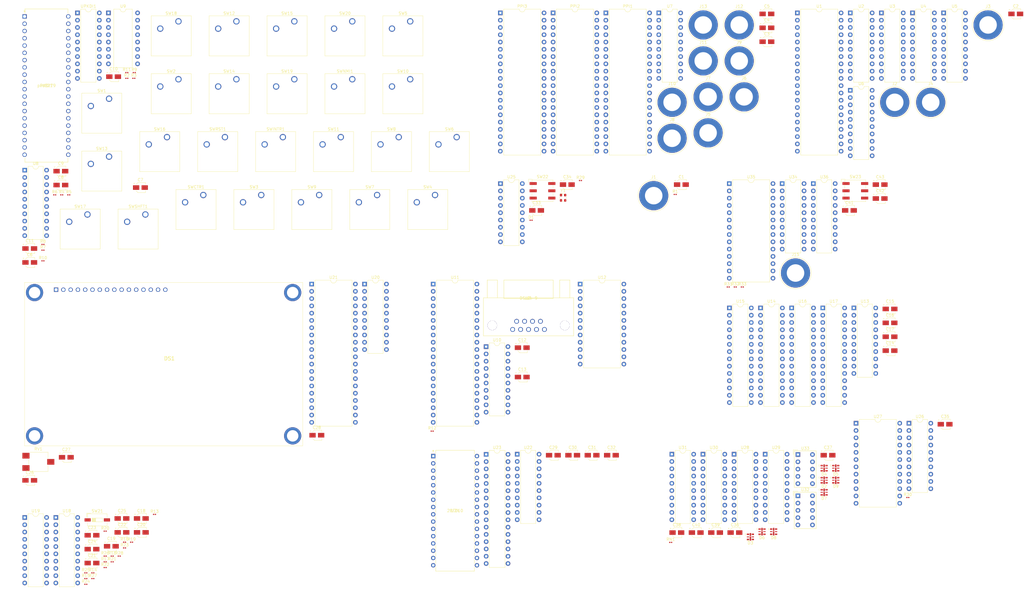
<source format=kicad_pcb>
(kicad_pcb (version 20171130) (host pcbnew "(5.1.12)-1")
  (layers (0 F.Cu signal) (31 B.Cu signal) (34 B.Paste user) (35 F.Paste user) (36 B.SilkS user) (37 F.SilkS user) (38 B.Mask user) (39 F.Mask user) (44 Edge.Cuts user))
  (net 0 "")
  (net 1 +5V)
  (net 2 GND)
  (net 3 "Net-(C6-Pad1)")
  (net 4 "Net-(C7-Pad1)")
  (net 5 "Net-(C8-Pad1)")
  (net 6 "Net-(C10-Pad1)")
  (net 7 "Net-(C11-Pad1)")
  (net 8 "Net-(C18-Pad1)")
  (net 9 "Net-(C19-Pad1)")
  (net 10 "Net-(C20-Pad1)")
  (net 11 "Net-(C21-Pad1)")
  (net 12 "Net-(C22-Pad1)")
  (net 13 "Net-(C23-Pad1)")
  (net 14 "Net-(C24-Pad1)")
  (net 15 "Net-(C25-Pad1)")
  (net 16 +12V)
  (net 17 "Net-(C33-Pad1)")
  (net 18 "Net-(D2-Pad1)")
  (net 19 "Net-(D2-Pad2)")
  (net 20 "Net-(D3-Pad1)")
  (net 21 "Net-(D3-Pad2)")
  (net 22 "Net-(D4-Pad1)")
  (net 23 "Net-(D4-Pad2)")
  (net 24 "Net-(D5-Pad1)")
  (net 25 "Net-(D5-Pad2)")
  (net 26 "Net-(D6-Pad1)")
  (net 27 "Net-(D6-Pad2)")
  (net 28 "Net-(D7-Pad1)")
  (net 29 "Net-(D7-Pad2)")
  (net 30 "Net-(D8-Pad1)")
  (net 31 "Net-(D8-Pad2)")
  (net 32 "Net-(D9-Pad1)")
  (net 33 "Net-(D9-Pad2)")
  (net 34 "Net-(DS1-Pad3)")
  (net 35 /LCD/RS)
  (net 36 /LCD/R\W')
  (net 37 /LCD/E)
  (net 38 /8086/D0)
  (net 39 /8086/D1)
  (net 40 /8086/D2)
  (net 41 /8086/D3)
  (net 42 /8086/D4)
  (net 43 /8086/D5)
  (net 44 /8086/D6)
  (net 45 /8086/D7)
  (net 46 "Net-(DS1-PadMH1)")
  (net 47 "Net-(DS1-PadMH2)")
  (net 48 "Net-(DS1-PadMH3)")
  (net 49 "Net-(DS1-PadMH4)")
  (net 50 /8086/A0)
  (net 51 /8086/BHE')
  (net 52 "Net-(J5-Pad1)")
  (net 53 "Net-(J6-Pad1)")
  (net 54 "Net-(J7-Pad1)")
  (net 55 "Net-(J8-Pad1)")
  (net 56 "Net-(J9-Pad1)")
  (net 57 "Net-(J10-Pad1)")
  (net 58 "Net-(J11-Pad1)")
  (net 59 "Net-(J12-Pad1)")
  (net 60 "Net-(J13-Pad1)")
  (net 61 "Net-(J14-Pad1)")
  (net 62 "Net-(J14-Pad2)")
  (net 63 "Net-(J14-Pad3)")
  (net 64 "Net-(J14-Pad4)")
  (net 65 "Net-(J14-Pad6)")
  (net 66 "Net-(J14-Pad7)")
  (net 67 "Net-(J14-Pad8)")
  (net 68 "Net-(J14-Pad9)")
  (net 69 "Net-(J15-Pad1)")
  (net 70 "Net-(PKDI1-Pad1)")
  (net 71 "Net-(PKDI1-Pad2)")
  (net 72 "/8279 and Keys/CLK")
  (net 73 /8259/IR2)
  (net 74 "Net-(PKDI1-Pad5)")
  (net 75 "Net-(PKDI1-Pad6)")
  (net 76 "Net-(PKDI1-Pad7)")
  (net 77 "Net-(PKDI1-Pad8)")
  (net 78 /8284A/RESET)
  (net 79 /CMOS/OE')
  (net 80 /CMOS/WE')
  (net 81 /8086/A1)
  (net 82 "Net-(PKDI1-Pad22)")
  (net 83 "Net-(PKDI1-Pad23)")
  (net 84 "Net-(PKDI1-Pad24)")
  (net 85 "Net-(PKDI1-Pad25)")
  (net 86 "Net-(PKDI1-Pad26)")
  (net 87 "Net-(PKDI1-Pad27)")
  (net 88 "Net-(PKDI1-Pad28)")
  (net 89 "Net-(PKDI1-Pad29)")
  (net 90 "Net-(PKDI1-Pad30)")
  (net 91 "Net-(PKDI1-Pad31)")
  (net 92 "Net-(PKDI1-Pad32)")
  (net 93 "Net-(PKDI1-Pad33)")
  (net 94 "Net-(PKDI1-Pad34)")
  (net 95 "Net-(PKDI1-Pad35)")
  (net 96 "Net-(PKDI1-Pad36)")
  (net 97 "Net-(PKDI1-Pad37)")
  (net 98 "Net-(PKDI1-Pad38)")
  (net 99 "Net-(PKDI1-Pad39)")
  (net 100 "Net-(J5-Pad5)")
  (net 101 "Net-(J6-Pad3)")
  (net 102 "Net-(J5-Pad6)")
  (net 103 "Net-(J6-Pad2)")
  (net 104 "Net-(J5-Pad7)")
  (net 105 "Net-(J5-Pad8)")
  (net 106 "Net-(J7-Pad4)")
  (net 107 "Net-(J7-Pad3)")
  (net 108 "Net-(J7-Pad2)")
  (net 109 /8086/D8)
  (net 110 /8086/D9)
  (net 111 "Net-(J7-Pad5)")
  (net 112 /8086/D10)
  (net 113 "Net-(J7-Pad6)")
  (net 114 /8086/D11)
  (net 115 "Net-(J7-Pad7)")
  (net 116 /8086/D12)
  (net 117 "Net-(J7-Pad8)")
  (net 118 /8086/D13)
  (net 119 /8086/D14)
  (net 120 /8086/A2)
  (net 121 /8086/D15)
  (net 122 "Net-(PPI1-Pad6)")
  (net 123 "Net-(J6-Pad8)")
  (net 124 "Net-(J6-Pad7)")
  (net 125 "Net-(J6-Pad6)")
  (net 126 "Net-(J5-Pad2)")
  (net 127 "Net-(J6-Pad5)")
  (net 128 "Net-(J5-Pad3)")
  (net 129 "Net-(J6-Pad4)")
  (net 130 "Net-(J5-Pad4)")
  (net 131 "Net-(J8-Pad5)")
  (net 132 "Net-(J9-Pad3)")
  (net 133 "Net-(J8-Pad6)")
  (net 134 "Net-(J9-Pad2)")
  (net 135 "Net-(J8-Pad7)")
  (net 136 "Net-(J8-Pad8)")
  (net 137 "Net-(J10-Pad4)")
  (net 138 "Net-(J10-Pad3)")
  (net 139 "Net-(J10-Pad2)")
  (net 140 "Net-(J10-Pad5)")
  (net 141 "Net-(J10-Pad6)")
  (net 142 "Net-(J10-Pad7)")
  (net 143 "Net-(J10-Pad8)")
  (net 144 "Net-(PPI2-Pad6)")
  (net 145 "Net-(J9-Pad8)")
  (net 146 "Net-(J9-Pad7)")
  (net 147 "Net-(J9-Pad6)")
  (net 148 "Net-(J8-Pad2)")
  (net 149 "Net-(J9-Pad5)")
  (net 150 "Net-(J8-Pad3)")
  (net 151 "Net-(J9-Pad4)")
  (net 152 "Net-(J8-Pad4)")
  (net 153 "Net-(J11-Pad4)")
  (net 154 "Net-(J13-Pad4)")
  (net 155 "Net-(J11-Pad3)")
  (net 156 "Net-(J13-Pad5)")
  (net 157 "Net-(J11-Pad2)")
  (net 158 "Net-(J13-Pad6)")
  (net 159 "Net-(J13-Pad7)")
  (net 160 "Net-(J13-Pad8)")
  (net 161 "Net-(PPI3-Pad6)")
  (net 162 "Net-(J12-Pad8)")
  (net 163 "Net-(J12-Pad7)")
  (net 164 "Net-(J12-Pad6)")
  (net 165 "Net-(J12-Pad5)")
  (net 166 "Net-(J12-Pad2)")
  (net 167 "Net-(J12-Pad3)")
  (net 168 "Net-(J12-Pad4)")
  (net 169 "Net-(J11-Pad8)")
  (net 170 "Net-(J11-Pad7)")
  (net 171 "Net-(J13-Pad2)")
  (net 172 "Net-(J11-Pad6)")
  (net 173 "Net-(J13-Pad3)")
  (net 174 "Net-(J11-Pad5)")
  (net 175 +3V3)
  (net 176 "Net-(R2-Pad2)")
  (net 177 "Net-(R4-Pad2)")
  (net 178 "Net-(R6-Pad2)")
  (net 179 "Net-(R8-Pad2)")
  (net 180 "Net-(R10-Pad2)")
  (net 181 "Net-(R12-Pad1)")
  (net 182 "Net-(R13-Pad1)")
  (net 183 "Net-(R14-Pad1)")
  (net 184 "Net-(R15-Pad1)")
  (net 185 "Net-(R16-Pad1)")
  (net 186 "Net-(R17-Pad1)")
  (net 187 "Net-(R18-Pad1)")
  (net 188 "Net-(R19-Pad1)")
  (net 189 "Net-(R20-Pad1)")
  (net 190 "Net-(R30-Pad2)")
  (net 191 "Net-(R31-Pad1)")
  (net 192 "Net-(R32-Pad1)")
  (net 193 /8259/SW)
  (net 194 "Net-(SW1-Pad2)")
  (net 195 "Net-(SW5-Pad2)")
  (net 196 "Net-(SW10-Pad2)")
  (net 197 "Net-(SW13-Pad2)")
  (net 198 "Net-(SW17-Pad2)")
  (net 199 /8086/AD14)
  (net 200 /8086/Ready)
  (net 201 /8086/AD13)
  (net 202 "Net-(U1-Pad23)")
  (net 203 /8086/AD12)
  (net 204 /8086/INTA')
  (net 205 /8086/AD11)
  (net 206 "Net-(U1-Pad25)")
  (net 207 /8086/AD10)
  (net 208 "Net-(U1-Pad26)")
  (net 209 /8086/AD9)
  (net 210 "Net-(U1-Pad27)")
  (net 211 /8086/AD8)
  (net 212 /8086/M-IO')
  (net 213 /8086/AD7)
  (net 214 /8086/AD6)
  (net 215 "Net-(U1-Pad30)")
  (net 216 /8086/AD5)
  (net 217 "Net-(U1-Pad31)")
  (net 218 /8086/AD4)
  (net 219 /8086/AD3)
  (net 220 /8086/AD2)
  (net 221 /8086/AD1)
  (net 222 "Net-(U1-Pad35)")
  (net 223 /8086/AD0)
  (net 224 "Net-(U1-Pad36)")
  (net 225 /8086/NMI)
  (net 226 "Net-(U1-Pad37)")
  (net 227 /8086/INTR)
  (net 228 "Net-(U1-Pad38)")
  (net 229 /8086/CLK)
  (net 230 /8086/AD15)
  (net 231 /8086/A7)
  (net 232 /8086/A3)
  (net 233 /8086/A6)
  (net 234 /8086/A5)
  (net 235 /8086/A4)
  (net 236 "Net-(U5-Pad19)")
  (net 237 /8086/A19)
  (net 238 "Net-(U5-Pad18)")
  (net 239 "Net-(U5-Pad17)")
  (net 240 "Net-(U5-Pad16)")
  (net 241 /8086/A18)
  (net 242 "Net-(U5-Pad15)")
  (net 243 /8086/A17)
  (net 244 "Net-(U5-Pad14)")
  (net 245 "Net-(U5-Pad13)")
  (net 246 "Net-(U5-Pad12)")
  (net 247 /8086/A16)
  (net 248 /8086/A8)
  (net 249 /8086/A12)
  (net 250 /8086/A9)
  (net 251 /8086/A13)
  (net 252 /8086/A10)
  (net 253 /8086/A14)
  (net 254 /8086/A11)
  (net 255 /8086/A15)
  (net 256 "Net-(U8-Pad2)")
  (net 257 "Net-(U8-Pad3)")
  (net 258 "Net-(U8-Pad4)")
  (net 259 "Net-(U8-Pad16)")
  (net 260 "Net-(U8-Pad17)")
  (net 261 "Net-(U8-Pad18)")
  (net 262 "Net-(U9-Pad9)")
  (net 263 "Net-(U9-Pad10)")
  (net 264 "Net-(U9-Pad7)")
  (net 265 "Net-(U10-Pad12)")
  (net 266 "Net-(U10-Pad13)")
  (net 267 "Net-(U10-Pad14)")
  (net 268 "Net-(U10-Pad15)")
  (net 269 "Net-(U11-Pad39)")
  (net 270 "Net-(U11-Pad38)")
  (net 271 "Net-(U11-Pad37)")
  (net 272 "Net-(U11-Pad17)")
  (net 273 "Net-(U11-Pad36)")
  (net 274 "Net-(U11-Pad15)")
  (net 275 "Net-(U11-Pad34)")
  (net 276 "Net-(U11-Pad33)")
  (net 277 "Net-(U11-Pad32)")
  (net 278 "Net-(U11-Pad31)")
  (net 279 "Net-(U11-Pad11)")
  (net 280 "Net-(U11-Pad10)")
  (net 281 "Net-(U11-Pad29)")
  (net 282 "Net-(U11-Pad24)")
  (net 283 "Net-(U11-Pad23)")
  (net 284 "Net-(U12-Pad22)")
  (net 285 "Net-(U12-Pad19)")
  (net 286 "Net-(U12-Pad16)")
  (net 287 "Net-(U12-Pad1)")
  (net 288 "Net-(U13-Pad11)")
  (net 289 "Net-(U13-Pad12)")
  (net 290 "Net-(U13-Pad13)")
  (net 291 "Net-(U13-Pad14)")
  (net 292 "Net-(U13-Pad15)")
  (net 293 "Net-(U13-Pad16)")
  (net 294 "Net-(U13-Pad17)")
  (net 295 "Net-(U13-Pad8)")
  (net 296 "Net-(U13-Pad18)")
  (net 297 "Net-(U13-Pad9)")
  (net 298 "Net-(U13-Pad19)")
  (net 299 "Net-(U18-Pad1)")
  (net 300 "Net-(U20-Pad16)")
  (net 301 "Net-(U20-Pad17)")
  (net 302 "Net-(U20-Pad18)")
  (net 303 "Net-(U20-Pad19)")
  (net 304 "Net-(U21-Pad21)")
  (net 305 "Net-(U21-Pad22)")
  (net 306 "Net-(U21-Pad23)")
  (net 307 "Net-(U21-Pad24)")
  (net 308 "Net-(U21-Pad25)")
  (net 309 "Net-(U21-Pad10)")
  (net 310 "Net-(U21-Pad11)")
  (net 311 "Net-(U21-Pad12)")
  (net 312 "Net-(U21-Pad13)")
  (net 313 "Net-(U21-Pad14)")
  (net 314 "Net-(U21-Pad15)")
  (net 315 "Net-(U21-Pad16)")
  (net 316 "Net-(U21-Pad17)")
  (net 317 "Net-(U22-Pad19)")
  (net 318 "Net-(U22-Pad9)")
  (net 319 "Net-(U22-Pad18)")
  (net 320 "Net-(U22-Pad8)")
  (net 321 "Net-(U22-Pad17)")
  (net 322 "Net-(U22-Pad7)")
  (net 323 "Net-(U22-Pad16)")
  (net 324 "Net-(U22-Pad6)")
  (net 325 "Net-(U22-Pad15)")
  (net 326 "Net-(U22-Pad5)")
  (net 327 "Net-(U22-Pad14)")
  (net 328 "Net-(U22-Pad13)")
  (net 329 "Net-(U22-Pad12)")
  (net 330 /CMOS/A[18])
  (net 331 "Net-(U22-Pad11)")
  (net 332 /CMOS/A[0])
  (net 333 /CMOS/A[17])
  (net 334 /CMOS/A[16])
  (net 335 /CMOS/A[13])
  (net 336 /CMOS/A[8])
  (net 337 /CMOS/A[7])
  (net 338 /CMOS/A[6])
  (net 339 /CMOS/A[5])
  (net 340 /CMOS/A[4])
  (net 341 /CMOS/A[3])
  (net 342 /CMOS/A[2])
  (net 343 /CMOS/A[1])
  (net 344 /CMOS/D[8])
  (net 345 /CMOS/D[9])
  (net 346 "Net-(U23-Pad30)")
  (net 347 /CMOS/D[10])
  (net 348 /CMOS/D[0])
  (net 349 /CMOS/D[1])
  (net 350 /CMOS/D[2])
  (net 351 "Net-(U24-Pad30)")
  (net 352 "Net-(U25-Pad12)")
  (net 353 "Net-(U25-Pad14)")
  (net 354 "Net-(U25-Pad15)")
  (net 355 "Net-(U25-Pad16)")
  (net 356 "Net-(U25-Pad17)")
  (net 357 "Net-(U26-Pad15)")
  (net 358 "Net-(U26-Pad16)")
  (net 359 "Net-(U26-Pad17)")
  (net 360 "Net-(U26-Pad18)")
  (net 361 /8254/CS')
  (net 362 "Net-(U26-Pad10)")
  (net 363 "Net-(U26-Pad20)")
  (net 364 "Net-(U27-Pad1)")
  (net 365 /8254/IR1)
  (net 366 "Net-(U27-Pad2)")
  (net 367 "Net-(U27-Pad3)")
  (net 368 "Net-(U27-Pad4)")
  (net 369 "Net-(U27-Pad5)")
  (net 370 /8254/CLK3)
  (net 371 "Net-(U27-Pad6)")
  (net 372 "Net-(U27-Pad7)")
  (net 373 "Net-(U27-Pad8)")
  (net 374 /8254/CLK1)
  (net 375 "Net-(U28-Pad19)")
  (net 376 /LED/A[8])
  (net 377 "Net-(U28-Pad18)")
  (net 378 /LED/A[7])
  (net 379 "Net-(U28-Pad17)")
  (net 380 /LED/A[6])
  (net 381 "Net-(U28-Pad16)")
  (net 382 /LED/A[5])
  (net 383 "Net-(U28-Pad15)")
  (net 384 /LED/A[4])
  (net 385 "Net-(U28-Pad14)")
  (net 386 /LED/A[3])
  (net 387 "Net-(U28-Pad13)")
  (net 388 /LED/A[2])
  (net 389 "Net-(U28-Pad12)")
  (net 390 /LED/A[1])
  (net 391 /LED/A[9])
  (net 392 /LED/A[0])
  (net 393 /LED/7)
  (net 394 /LED/3)
  (net 395 /LED/D[7])
  (net 396 /LED/D[3])
  (net 397 /LED/D[6])
  (net 398 /LED/D[2])
  (net 399 /LED/6)
  (net 400 /LED/2)
  (net 401 /LED/5)
  (net 402 /LED/1)
  (net 403 /LED/D[5])
  (net 404 /LED/D[1])
  (net 405 /LED/D[4])
  (net 406 /LED/D[0])
  (net 407 /LED/4)
  (net 408 /LED/0)
  (net 409 "Net-(U34-Pad19)")
  (net 410 /8259/A[8])
  (net 411 "Net-(U34-Pad18)")
  (net 412 /8259/A[7])
  (net 413 /8259/A[15])
  (net 414 /8259/A[6])
  (net 415 /8259/A[14])
  (net 416 /8259/A[5])
  (net 417 /8259/A[13])
  (net 418 /8259/A[4])
  (net 419 /8259/A[12])
  (net 420 /8259/A[3])
  (net 421 /8259/A[11])
  (net 422 /8259/A[2])
  (net 423 /8259/A[10])
  (net 424 /8259/A[0])
  (net 425 /8259/A[9])
  (net 426 "Net-(U35-Pad15)")
  (net 427 /8259/D[7])
  (net 428 /8259/D[6])
  (net 429 /8259/D[5])
  (net 430 /8259/D[4])
  (net 431 /8259/D[3])
  (net 432 "Net-(U35-Pad22)")
  (net 433 /8259/D[2])
  (net 434 "Net-(U35-Pad23)")
  (net 435 /8259/D[1])
  (net 436 "Net-(U35-Pad24)")
  (net 437 /8259/D[0])
  (net 438 "Net-(U35-Pad25)")
  (net 439 "Net-(U35-Pad12)")
  (net 440 "Net-(U35-Pad13)")
  (net 441 /8259/A[1])
  (net 442 "Net-(U36-Pad9)")
  (net 443 "Net-(J15-Pad4)")
  (net 444 "Net-(U36-Pad17)")
  (net 445 "Net-(U36-Pad7)")
  (net 446 "Net-(J15-Pad3)")
  (net 447 "Net-(U36-Pad15)")
  (net 448 "Net-(U36-Pad5)")
  (net 449 "Net-(J15-Pad2)")
  (net 450 "Net-(U36-Pad13)")
  (net 451 "Net-(U36-Pad3)")
  (net 452 "Net-(U36-Pad11)")
  (net 453 "Net-(UPKDI1-Pad17)")
  (net 454 "Net-(UPKDI1-Pad18)")
  (module Capacitor_SMD:CP_Elec_3x5.3 (layer F.Cu) (at 226.275001 61.495001)
    (fp_text reference C1 (at 0 -2.7) (layer F.SilkS))
    (fp_text value 100uF)
    (pad 1 smd rect (at -1.5 0) (size 2.2 1.6) (layers F.Cu F.Paste F.Mask) (net 1 +5V))
    (pad 2 smd rect (at 1.5 0) (size 2.2 1.6) (layers F.Cu F.Paste F.Mask) (net 2 GND))
  )
  (module Capacitor_SMD:CP_Elec_3x5.3 (layer F.Cu) (at 342.865001 1.925001)
    (fp_text reference C2 (at 0 -2.7) (layer F.SilkS))
    (fp_text value 0.1uF)
    (pad 2 smd rect (at 1.5 0) (size 2.2 1.6) (layers F.Cu F.Paste F.Mask) (net 2 GND))
    (pad 1 smd rect (at -1.5 0) (size 2.2 1.6) (layers F.Cu F.Paste F.Mask) (net 1 +5V))
  )
  (module Capacitor_SMD:CP_Elec_3x5.3 (layer F.Cu) (at 256.095001 11.625001)
    (fp_text reference C3 (at 0 -2.7) (layer F.SilkS))
    (fp_text value 0.1uF)
    (pad 1 smd rect (at -1.5 0) (size 2.2 1.6) (layers F.Cu F.Paste F.Mask) (net 1 +5V))
    (pad 2 smd rect (at 1.5 0) (size 2.2 1.6) (layers F.Cu F.Paste F.Mask) (net 2 GND))
  )
  (module Capacitor_SMD:CP_Elec_3x5.3 (layer F.Cu) (at 256.095001 6.775001)
    (fp_text reference C4 (at 0 -2.7) (layer F.SilkS))
    (fp_text value 0.1uF)
    (pad 2 smd rect (at 1.5 0) (size 2.2 1.6) (layers F.Cu F.Paste F.Mask) (net 2 GND))
    (pad 1 smd rect (at -1.5 0) (size 2.2 1.6) (layers F.Cu F.Paste F.Mask) (net 1 +5V))
  )
  (module Capacitor_SMD:CP_Elec_3x5.3 (layer F.Cu) (at 256.095001 1.925001)
    (fp_text reference C5 (at 0 -2.7) (layer F.SilkS))
    (fp_text value 0.1uF)
    (pad 1 smd rect (at -1.5 0) (size 2.2 1.6) (layers F.Cu F.Paste F.Mask) (net 1 +5V))
    (pad 2 smd rect (at 1.5 0) (size 2.2 1.6) (layers F.Cu F.Paste F.Mask) (net 2 GND))
  )
  (module Capacitor_SMD:CP_Elec_3x5.3 (layer F.Cu) (at -0.934999 88.645001)
    (fp_text reference C6 (at 0 -2.7) (layer F.SilkS))
    (fp_text value C)
    (pad 1 smd rect (at -1.5 0) (size 2.2 1.6) (layers F.Cu F.Paste F.Mask) (net 3 "Net-(C6-Pad1)"))
    (pad 2 smd rect (at 1.5 0) (size 2.2 1.6) (layers F.Cu F.Paste F.Mask) (net 2 GND))
  )
  (module Capacitor_SMD:CP_Elec_3x5.3 (layer F.Cu) (at 37.655001 62.525001)
    (fp_text reference C7 (at 0 -2.7) (layer F.SilkS))
    (fp_text value C)
    (pad 1 smd rect (at -1.5 0) (size 2.2 1.6) (layers F.Cu F.Paste F.Mask) (net 4 "Net-(C7-Pad1)"))
    (pad 2 smd rect (at 1.5 0) (size 2.2 1.6) (layers F.Cu F.Paste F.Mask) (net 2 GND))
  )
  (module Capacitor_SMD:CP_Elec_3x5.3 (layer F.Cu) (at 9.915001 61.645001)
    (fp_text reference C8 (at 0 -2.7) (layer F.SilkS))
    (fp_text value C)
    (pad 2 smd rect (at 1.5 0) (size 2.2 1.6) (layers F.Cu F.Paste F.Mask) (net 2 GND))
    (pad 1 smd rect (at -1.5 0) (size 2.2 1.6) (layers F.Cu F.Paste F.Mask) (net 5 "Net-(C8-Pad1)"))
  )
  (module Capacitor_SMD:CP_Elec_3x5.3 (layer F.Cu) (at 9.915001 56.795001)
    (fp_text reference C9 (at 0 -2.7) (layer F.SilkS))
    (fp_text value 0.1uF)
    (pad 2 smd rect (at 1.5 0) (size 2.2 1.6) (layers F.Cu F.Paste F.Mask) (net 1 +5V))
    (pad 1 smd rect (at -1.5 0) (size 2.2 1.6) (layers F.Cu F.Paste F.Mask) (net 2 GND))
  )
  (module Capacitor_SMD:CP_Elec_3x5.3 (layer F.Cu) (at 28.305001 23.825001)
    (fp_text reference C10 (at 0 -2.7) (layer F.SilkS))
    (fp_text value C)
    (pad 1 smd rect (at -1.5 0) (size 2.2 1.6) (layers F.Cu F.Paste F.Mask) (net 6 "Net-(C10-Pad1)"))
    (pad 2 smd rect (at 1.5 0) (size 2.2 1.6) (layers F.Cu F.Paste F.Mask) (net 2 GND))
  )
  (module Capacitor_SMD:CP_Elec_3x5.3 (layer F.Cu) (at -0.934999 83.795001)
    (fp_text reference C11 (at 0 -2.7) (layer F.SilkS))
    (fp_text value C)
    (pad 2 smd rect (at 1.5 0) (size 2.2 1.6) (layers F.Cu F.Paste F.Mask) (net 2 GND))
    (pad 1 smd rect (at -1.5 0) (size 2.2 1.6) (layers F.Cu F.Paste F.Mask) (net 7 "Net-(C11-Pad1)"))
  )
  (module Capacitor_SMD:CP_Elec_3x5.3 (layer F.Cu) (at 170.785001 118.395001)
    (fp_text reference C12 (at 0 -2.7) (layer F.SilkS))
    (fp_text value 0.1uF)
    (pad 1 smd rect (at -1.5 0) (size 2.2 1.6) (layers F.Cu F.Paste F.Mask) (net 2 GND))
    (pad 2 smd rect (at 1.5 0) (size 2.2 1.6) (layers F.Cu F.Paste F.Mask) (net 1 +5V))
  )
  (module Capacitor_SMD:CP_Elec_3x5.3 (layer F.Cu) (at 170.785001 128.645001)
    (fp_text reference C13 (at 0 -2.7) (layer F.SilkS))
    (fp_text value 0.1uF)
    (pad 2 smd rect (at 1.5 0) (size 2.2 1.6) (layers F.Cu F.Paste F.Mask) (net 2 GND))
    (pad 1 smd rect (at -1.5 0) (size 2.2 1.6) (layers F.Cu F.Paste F.Mask) (net 1 +5V))
  )
  (module Capacitor_SMD:CP_Elec_3x5.3 (layer F.Cu) (at 299.025001 119.435001)
    (fp_text reference C14 (at 0 -2.7) (layer F.SilkS))
    (fp_text value 0.1uF)
    (pad 2 smd rect (at 1.5 0) (size 2.2 1.6) (layers F.Cu F.Paste F.Mask) (net 2 GND))
    (pad 1 smd rect (at -1.5 0) (size 2.2 1.6) (layers F.Cu F.Paste F.Mask) (net 1 +5V))
  )
  (module Capacitor_SMD:CP_Elec_3x5.3 (layer F.Cu) (at 299.025001 104.885001)
    (fp_text reference C15 (at 0 -2.7) (layer F.SilkS))
    (fp_text value 0.1uF)
    (pad 1 smd rect (at -1.5 0) (size 2.2 1.6) (layers F.Cu F.Paste F.Mask) (net 1 +5V))
    (pad 2 smd rect (at 1.5 0) (size 2.2 1.6) (layers F.Cu F.Paste F.Mask) (net 2 GND))
  )
  (module Capacitor_SMD:CP_Elec_3x5.3 (layer F.Cu) (at 299.025001 109.735001)
    (fp_text reference C16 (at 0 -2.7) (layer F.SilkS))
    (fp_text value 0.1uF)
    (pad 1 smd rect (at -1.5 0) (size 2.2 1.6) (layers F.Cu F.Paste F.Mask) (net 1 +5V))
    (pad 2 smd rect (at 1.5 0) (size 2.2 1.6) (layers F.Cu F.Paste F.Mask) (net 2 GND))
  )
  (module Capacitor_SMD:CP_Elec_3x5.3 (layer F.Cu) (at 299.025001 114.585001)
    (fp_text reference C17 (at 0 -2.7) (layer F.SilkS))
    (fp_text value 0.1uF)
    (pad 2 smd rect (at 1.5 0) (size 2.2 1.6) (layers F.Cu F.Paste F.Mask) (net 2 GND))
    (pad 1 smd rect (at -1.5 0) (size 2.2 1.6) (layers F.Cu F.Paste F.Mask) (net 1 +5V))
  )
  (module Capacitor_SMD:CP_Elec_3x5.3 (layer F.Cu) (at 37.965001 178.005001)
    (fp_text reference C18 (at 0 -2.7) (layer F.SilkS))
    (fp_text value C_Small)
    (pad 1 smd rect (at -1.5 0) (size 2.2 1.6) (layers F.Cu F.Paste F.Mask) (net 8 "Net-(C18-Pad1)"))
    (pad 2 smd rect (at 1.5 0) (size 2.2 1.6) (layers F.Cu F.Paste F.Mask) (net 2 GND))
  )
  (module Capacitor_SMD:CP_Elec_3x5.3 (layer F.Cu) (at 27.515001 187.705001)
    (fp_text reference C19 (at 0 -2.7) (layer F.SilkS))
    (fp_text value C_Small)
    (pad 2 smd rect (at 1.5 0) (size 2.2 1.6) (layers F.Cu F.Paste F.Mask) (net 2 GND))
    (pad 1 smd rect (at -1.5 0) (size 2.2 1.6) (layers F.Cu F.Paste F.Mask) (net 9 "Net-(C19-Pad1)"))
  )
  (module Capacitor_SMD:CP_Elec_3x5.3 (layer F.Cu) (at 37.965001 182.855001)
    (fp_text reference C20 (at 0 -2.7) (layer F.SilkS))
    (fp_text value C_Small)
    (pad 1 smd rect (at -1.5 0) (size 2.2 1.6) (layers F.Cu F.Paste F.Mask) (net 10 "Net-(C20-Pad1)"))
    (pad 2 smd rect (at 1.5 0) (size 2.2 1.6) (layers F.Cu F.Paste F.Mask) (net 2 GND))
  )
  (module Capacitor_SMD:CP_Elec_3x5.3 (layer F.Cu) (at 20.765001 193.555001)
    (fp_text reference C21 (at 0 -2.7) (layer F.SilkS))
    (fp_text value C_Small)
    (pad 1 smd rect (at -1.5 0) (size 2.2 1.6) (layers F.Cu F.Paste F.Mask) (net 11 "Net-(C21-Pad1)"))
    (pad 2 smd rect (at 1.5 0) (size 2.2 1.6) (layers F.Cu F.Paste F.Mask) (net 2 GND))
  )
  (module Capacitor_SMD:CP_Elec_3x5.3 (layer F.Cu) (at 31.215001 182.855001)
    (fp_text reference C22 (at 0 -2.7) (layer F.SilkS))
    (fp_text value C_Small)
    (pad 2 smd rect (at 1.5 0) (size 2.2 1.6) (layers F.Cu F.Paste F.Mask) (net 2 GND))
    (pad 1 smd rect (at -1.5 0) (size 2.2 1.6) (layers F.Cu F.Paste F.Mask) (net 12 "Net-(C22-Pad1)"))
  )
  (module Capacitor_SMD:CP_Elec_3x5.3 (layer F.Cu) (at 20.765001 183.855001)
    (fp_text reference C23 (at 0 -2.7) (layer F.SilkS))
    (fp_text value C_Small)
    (pad 2 smd rect (at 1.5 0) (size 2.2 1.6) (layers F.Cu F.Paste F.Mask) (net 2 GND))
    (pad 1 smd rect (at -1.5 0) (size 2.2 1.6) (layers F.Cu F.Paste F.Mask) (net 13 "Net-(C23-Pad1)"))
  )
  (module Capacitor_SMD:CP_Elec_3x5.3 (layer F.Cu) (at 20.765001 188.705001)
    (fp_text reference C24 (at 0 -2.7) (layer F.SilkS))
    (fp_text value C_Small)
    (pad 1 smd rect (at -1.5 0) (size 2.2 1.6) (layers F.Cu F.Paste F.Mask) (net 14 "Net-(C24-Pad1)"))
    (pad 2 smd rect (at 1.5 0) (size 2.2 1.6) (layers F.Cu F.Paste F.Mask) (net 2 GND))
  )
  (module Capacitor_SMD:CP_Elec_3x5.3 (layer F.Cu) (at 31.215001 178.005001)
    (fp_text reference C25 (at 0 -2.7) (layer F.SilkS))
    (fp_text value C_Small)
    (pad 2 smd rect (at 1.5 0) (size 2.2 1.6) (layers F.Cu F.Paste F.Mask) (net 2 GND))
    (pad 1 smd rect (at -1.5 0) (size 2.2 1.6) (layers F.Cu F.Paste F.Mask) (net 15 "Net-(C25-Pad1)"))
  )
  (module Capacitor_SMD:CP_Elec_3x5.3 (layer F.Cu) (at -0.934999 164.695001)
    (fp_text reference C26 (at 0 -2.7) (layer F.SilkS))
    (fp_text value 0.1uF)
    (pad 2 smd rect (at 1.5 0) (size 2.2 1.6) (layers F.Cu F.Paste F.Mask) (net 2 GND))
    (pad 1 smd rect (at -1.5 0) (size 2.2 1.6) (layers F.Cu F.Paste F.Mask) (net 1 +5V))
  )
  (module Capacitor_SMD:CP_Elec_3x5.3 (layer F.Cu) (at 11.815001 156.645001)
    (fp_text reference C27 (at 0 -2.7) (layer F.SilkS))
    (fp_text value 0.1uF)
    (pad 1 smd rect (at -1.5 0) (size 2.2 1.6) (layers F.Cu F.Paste F.Mask) (net 1 +5V))
    (pad 2 smd rect (at 1.5 0) (size 2.2 1.6) (layers F.Cu F.Paste F.Mask) (net 2 GND))
  )
  (module Capacitor_SMD:CP_Elec_3x5.3 (layer F.Cu) (at 99.165001 148.945001)
    (fp_text reference C28 (at 0 -2.7) (layer F.SilkS))
    (fp_text value .0000001)
    (pad 2 smd rect (at 1.5 0) (size 2.2 1.6) (layers F.Cu F.Paste F.Mask) (net 1 +5V))
    (pad 1 smd rect (at -1.5 0) (size 2.2 1.6) (layers F.Cu F.Paste F.Mask) (net 2 GND))
  )
  (module Capacitor_SMD:CP_Elec_3x5.3 (layer F.Cu) (at 181.635001 155.925001)
    (fp_text reference C29 (at 0 -2.7) (layer F.SilkS))
    (fp_text value .0000001)
    (pad 2 smd rect (at 1.5 0) (size 2.2 1.6) (layers F.Cu F.Paste F.Mask) (net 16 +12V))
    (pad 1 smd rect (at -1.5 0) (size 2.2 1.6) (layers F.Cu F.Paste F.Mask) (net 2 GND))
  )
  (module Capacitor_SMD:CP_Elec_3x5.3 (layer F.Cu) (at 188.385001 155.925001)
    (fp_text reference C30 (at 0 -2.7) (layer F.SilkS))
    (fp_text value .0000001)
    (pad 1 smd rect (at -1.5 0) (size 2.2 1.6) (layers F.Cu F.Paste F.Mask) (net 2 GND))
    (pad 2 smd rect (at 1.5 0) (size 2.2 1.6) (layers F.Cu F.Paste F.Mask) (net 16 +12V))
  )
  (module Capacitor_SMD:CP_Elec_3x5.3 (layer F.Cu) (at 195.135001 155.925001)
    (fp_text reference C31 (at 0 -2.7) (layer F.SilkS))
    (fp_text value .0000001)
    (pad 1 smd rect (at -1.5 0) (size 2.2 1.6) (layers F.Cu F.Paste F.Mask) (net 1 +5V))
    (pad 2 smd rect (at 1.5 0) (size 2.2 1.6) (layers F.Cu F.Paste F.Mask) (net 2 GND))
  )
  (module Capacitor_SMD:CP_Elec_3x5.3 (layer F.Cu) (at 201.885001 155.925001)
    (fp_text reference C32 (at 0 -2.7) (layer F.SilkS))
    (fp_text value .0000001)
    (pad 2 smd rect (at 1.5 0) (size 2.2 1.6) (layers F.Cu F.Paste F.Mask) (net 2 GND))
    (pad 1 smd rect (at -1.5 0) (size 2.2 1.6) (layers F.Cu F.Paste F.Mask) (net 1 +5V))
  )
  (module Capacitor_SMD:CP_Elec_3x5.3 (layer F.Cu) (at 175.795001 70.495001)
    (fp_text reference C33 (at 0 -2.7) (layer F.SilkS))
    (fp_text value 10uF)
    (pad 1 smd rect (at -1.5 0) (size 2.2 1.6) (layers F.Cu F.Paste F.Mask) (net 17 "Net-(C33-Pad1)"))
    (pad 2 smd rect (at 1.5 0) (size 2.2 1.6) (layers F.Cu F.Paste F.Mask) (net 2 GND))
  )
  (module Capacitor_SMD:CP_Elec_3x5.3 (layer F.Cu) (at 186.495001 61.495001)
    (fp_text reference C34 (at 0 -2.7) (layer F.SilkS))
    (fp_text value 0.1uF)
    (pad 1 smd rect (at -1.5 0) (size 2.2 1.6) (layers F.Cu F.Paste F.Mask) (net 1 +5V))
    (pad 2 smd rect (at 1.5 0) (size 2.2 1.6) (layers F.Cu F.Paste F.Mask) (net 2 GND))
  )
  (module Capacitor_SMD:CP_Elec_3x5.3 (layer F.Cu) (at 318.225001 145.115001)
    (fp_text reference C35 (at 0 -2.7) (layer F.SilkS))
    (fp_text value .0000001)
    (pad 2 smd rect (at 1.5 0) (size 2.2 1.6) (layers F.Cu F.Paste F.Mask) (net 2 GND))
    (pad 1 smd rect (at -1.5 0) (size 2.2 1.6) (layers F.Cu F.Paste F.Mask) (net 1 +5V))
  )
  (module Capacitor_SMD:CP_Elec_3x5.3 (layer F.Cu) (at 244.945001 182.925001)
    (fp_text reference C36 (at 0 -2.7) (layer F.SilkS))
    (fp_text value 0.1uF)
    (pad 1 smd rect (at -1.5 0) (size 2.2 1.6) (layers F.Cu F.Paste F.Mask) (net 1 +5V))
    (pad 2 smd rect (at 1.5 0) (size 2.2 1.6) (layers F.Cu F.Paste F.Mask) (net 2 GND))
  )
  (module Capacitor_SMD:CP_Elec_3x5.3 (layer F.Cu) (at 277.405001 155.925001)
    (fp_text reference C37 (at 0 -2.7) (layer F.SilkS))
    (fp_text value 0.1uF)
    (pad 2 smd rect (at 1.5 0) (size 2.2 1.6) (layers F.Cu F.Paste F.Mask) (net 2 GND))
    (pad 1 smd rect (at -1.5 0) (size 2.2 1.6) (layers F.Cu F.Paste F.Mask) (net 1 +5V))
  )
  (module Capacitor_SMD:CP_Elec_3x5.3 (layer F.Cu) (at 224.695001 182.925001)
    (fp_text reference C38 (at 0 -2.7) (layer F.SilkS))
    (fp_text value 0.1uF)
    (pad 2 smd rect (at 1.5 0) (size 2.2 1.6) (layers F.Cu F.Paste F.Mask) (net 2 GND))
    (pad 1 smd rect (at -1.5 0) (size 2.2 1.6) (layers F.Cu F.Paste F.Mask) (net 1 +5V))
  )
  (module Capacitor_SMD:CP_Elec_3x5.3 (layer F.Cu) (at 238.195001 182.925001)
    (fp_text reference C39 (at 0 -2.7) (layer F.SilkS))
    (fp_text value 0.1uF)
    (pad 1 smd rect (at -1.5 0) (size 2.2 1.6) (layers F.Cu F.Paste F.Mask) (net 1 +5V))
    (pad 2 smd rect (at 1.5 0) (size 2.2 1.6) (layers F.Cu F.Paste F.Mask) (net 2 GND))
  )
  (module Capacitor_SMD:CP_Elec_3x5.3 (layer F.Cu) (at 231.445001 182.925001)
    (fp_text reference C40 (at 0 -2.7) (layer F.SilkS))
    (fp_text value 0.1uF)
    (pad 1 smd rect (at -1.5 0) (size 2.2 1.6) (layers F.Cu F.Paste F.Mask) (net 1 +5V))
    (pad 2 smd rect (at 1.5 0) (size 2.2 1.6) (layers F.Cu F.Paste F.Mask) (net 2 GND))
  )
  (module Capacitor_SMD:CP_Elec_3x5.3 (layer F.Cu) (at 284.875001 70.495001)
    (fp_text reference C41 (at 0 -2.7) (layer F.SilkS))
    (fp_text value 0.1uF)
    (pad 1 smd rect (at -1.5 0) (size 2.2 1.6) (layers F.Cu F.Paste F.Mask) (net 1 +5V))
    (pad 2 smd rect (at 1.5 0) (size 2.2 1.6) (layers F.Cu F.Paste F.Mask) (net 2 GND))
  )
  (module Capacitor_SMD:CP_Elec_3x5.3 (layer F.Cu) (at 295.575001 66.345001)
    (fp_text reference C42 (at 0 -2.7) (layer F.SilkS))
    (fp_text value 0.1uF)
    (pad 2 smd rect (at 1.5 0) (size 2.2 1.6) (layers F.Cu F.Paste F.Mask) (net 2 GND))
    (pad 1 smd rect (at -1.5 0) (size 2.2 1.6) (layers F.Cu F.Paste F.Mask) (net 1 +5V))
  )
  (module Capacitor_SMD:CP_Elec_3x5.3 (layer F.Cu) (at 295.575001 61.495001)
    (fp_text reference C43 (at 0 -2.7) (layer F.SilkS))
    (fp_text value 0.1uF)
    (pad 2 smd rect (at 1.5 0) (size 2.2 1.6) (layers F.Cu F.Paste F.Mask) (net 1 +5V))
    (pad 1 smd rect (at -1.5 0) (size 2.2 1.6) (layers F.Cu F.Paste F.Mask) (net 2 GND))
  )
  (module Diode_SMD:D_0201_0603Metric (layer F.Cu) (at 173.880001 73.92)
    (fp_text reference D1 (at 0 -1.05) (layer F.SilkS))
    (fp_text value DIODE)
    (pad 1 smd roundrect (at -0.32 0) (size 0.46 0.4) (layers F.Cu F.Mask) (net 17 "Net-(C33-Pad1)"))
    (pad 2 smd roundrect (at 0.32 0) (size 0.46 0.4) (layers F.Cu F.Mask) (net 1 +5V))
  )
  (module LED_SMD:LED-APA102-2020 (layer F.Cu) (at 276.055001 164.665001)
    (fp_text reference D2 (at 0 2.11) (layer F.SilkS))
    (fp_text value LED)
    (fp_text user 1 (at -1.7 -0.9) (layer F.SilkS) (effects (font (size 0.6 0.6) (thickness 0.1))))
    (pad 6 smd rect (at 0 0.59 90) (size 1.48 0.5) (layers F.Cu F.Paste F.Mask))
    (pad 1 smd rect (at 0 -0.83 90) (size 1 0.5) (layers F.Cu F.Paste F.Mask) (net 18 "Net-(D2-Pad1)"))
    (pad 6 smd rect (at 0.85 -0.9) (size 0.8 0.5) (layers F.Cu F.Paste F.Mask))
    (pad 4 smd rect (at 0.85 0.9) (size 0.8 0.5) (layers F.Cu F.Paste F.Mask))
    (pad 5 smd rect (at 0.85 0) (size 0.8 0.3) (layers F.Cu F.Paste F.Mask))
    (pad 3 smd rect (at -0.85 0.9) (size 0.8 0.5) (layers F.Cu F.Paste F.Mask))
    (pad 2 smd rect (at -0.85 0) (size 0.8 0.3) (layers F.Cu F.Paste F.Mask) (net 19 "Net-(D2-Pad2)"))
    (pad 1 smd rect (at -0.85 -0.9) (size 0.8 0.5) (layers F.Cu F.Paste F.Mask) (net 18 "Net-(D2-Pad1)"))
  )
  (module LED_SMD:LED-APA102-2020 (layer F.Cu) (at 250.345001 184.425001)
    (fp_text reference D3 (at 0 2.11) (layer F.SilkS))
    (fp_text value LED)
    (fp_text user 1 (at -1.7 -0.9) (layer F.SilkS) (effects (font (size 0.6 0.6) (thickness 0.1))))
    (pad 1 smd rect (at -0.85 -0.9) (size 0.8 0.5) (layers F.Cu F.Paste F.Mask) (net 20 "Net-(D3-Pad1)"))
    (pad 2 smd rect (at -0.85 0) (size 0.8 0.3) (layers F.Cu F.Paste F.Mask) (net 21 "Net-(D3-Pad2)"))
    (pad 3 smd rect (at -0.85 0.9) (size 0.8 0.5) (layers F.Cu F.Paste F.Mask))
    (pad 5 smd rect (at 0.85 0) (size 0.8 0.3) (layers F.Cu F.Paste F.Mask))
    (pad 4 smd rect (at 0.85 0.9) (size 0.8 0.5) (layers F.Cu F.Paste F.Mask))
    (pad 6 smd rect (at 0.85 -0.9) (size 0.8 0.5) (layers F.Cu F.Paste F.Mask))
    (pad 1 smd rect (at 0 -0.83 90) (size 1 0.5) (layers F.Cu F.Paste F.Mask) (net 20 "Net-(D3-Pad1)"))
    (pad 6 smd rect (at 0 0.59 90) (size 1.48 0.5) (layers F.Cu F.Paste F.Mask))
  )
  (module LED_SMD:LED-APA102-2020 (layer F.Cu) (at 276.055001 160.455001)
    (fp_text reference D4 (at 0 2.11) (layer F.SilkS))
    (fp_text value LED)
    (fp_text user 1 (at -1.7 -0.9) (layer F.SilkS) (effects (font (size 0.6 0.6) (thickness 0.1))))
    (pad 6 smd rect (at 0 0.59 90) (size 1.48 0.5) (layers F.Cu F.Paste F.Mask))
    (pad 1 smd rect (at 0 -0.83 90) (size 1 0.5) (layers F.Cu F.Paste F.Mask) (net 22 "Net-(D4-Pad1)"))
    (pad 6 smd rect (at 0.85 -0.9) (size 0.8 0.5) (layers F.Cu F.Paste F.Mask))
    (pad 4 smd rect (at 0.85 0.9) (size 0.8 0.5) (layers F.Cu F.Paste F.Mask))
    (pad 5 smd rect (at 0.85 0) (size 0.8 0.3) (layers F.Cu F.Paste F.Mask))
    (pad 3 smd rect (at -0.85 0.9) (size 0.8 0.5) (layers F.Cu F.Paste F.Mask))
    (pad 2 smd rect (at -0.85 0) (size 0.8 0.3) (layers F.Cu F.Paste F.Mask) (net 23 "Net-(D4-Pad2)"))
    (pad 1 smd rect (at -0.85 -0.9) (size 0.8 0.5) (layers F.Cu F.Paste F.Mask) (net 22 "Net-(D4-Pad1)"))
  )
  (module LED_SMD:LED-APA102-2020 (layer F.Cu) (at 280.105001 160.455001)
    (fp_text reference D5 (at 0 2.11) (layer F.SilkS))
    (fp_text value LED)
    (fp_text user 1 (at -1.7 -0.9) (layer F.SilkS) (effects (font (size 0.6 0.6) (thickness 0.1))))
    (pad 1 smd rect (at -0.85 -0.9) (size 0.8 0.5) (layers F.Cu F.Paste F.Mask) (net 24 "Net-(D5-Pad1)"))
    (pad 2 smd rect (at -0.85 0) (size 0.8 0.3) (layers F.Cu F.Paste F.Mask) (net 25 "Net-(D5-Pad2)"))
    (pad 3 smd rect (at -0.85 0.9) (size 0.8 0.5) (layers F.Cu F.Paste F.Mask))
    (pad 5 smd rect (at 0.85 0) (size 0.8 0.3) (layers F.Cu F.Paste F.Mask))
    (pad 4 smd rect (at 0.85 0.9) (size 0.8 0.5) (layers F.Cu F.Paste F.Mask))
    (pad 6 smd rect (at 0.85 -0.9) (size 0.8 0.5) (layers F.Cu F.Paste F.Mask))
    (pad 1 smd rect (at 0 -0.83 90) (size 1 0.5) (layers F.Cu F.Paste F.Mask) (net 24 "Net-(D5-Pad1)"))
    (pad 6 smd rect (at 0 0.59 90) (size 1.48 0.5) (layers F.Cu F.Paste F.Mask))
  )
  (module LED_SMD:LED-APA102-2020 (layer F.Cu) (at 254.395001 182.605001)
    (fp_text reference D6 (at 0 2.11) (layer F.SilkS))
    (fp_text value LED)
    (fp_text user 1 (at -1.7 -0.9) (layer F.SilkS) (effects (font (size 0.6 0.6) (thickness 0.1))))
    (pad 6 smd rect (at 0 0.59 90) (size 1.48 0.5) (layers F.Cu F.Paste F.Mask))
    (pad 1 smd rect (at 0 -0.83 90) (size 1 0.5) (layers F.Cu F.Paste F.Mask) (net 26 "Net-(D6-Pad1)"))
    (pad 6 smd rect (at 0.85 -0.9) (size 0.8 0.5) (layers F.Cu F.Paste F.Mask))
    (pad 4 smd rect (at 0.85 0.9) (size 0.8 0.5) (layers F.Cu F.Paste F.Mask))
    (pad 5 smd rect (at 0.85 0) (size 0.8 0.3) (layers F.Cu F.Paste F.Mask))
    (pad 3 smd rect (at -0.85 0.9) (size 0.8 0.5) (layers F.Cu F.Paste F.Mask))
    (pad 2 smd rect (at -0.85 0) (size 0.8 0.3) (layers F.Cu F.Paste F.Mask) (net 27 "Net-(D6-Pad2)"))
    (pad 1 smd rect (at -0.85 -0.9) (size 0.8 0.5) (layers F.Cu F.Paste F.Mask) (net 26 "Net-(D6-Pad1)"))
  )
  (module LED_SMD:LED-APA102-2020 (layer F.Cu) (at 276.055001 168.875001)
    (fp_text reference D7 (at 0 2.11) (layer F.SilkS))
    (fp_text value LED)
    (fp_text user 1 (at -1.7 -0.9) (layer F.SilkS) (effects (font (size 0.6 0.6) (thickness 0.1))))
    (pad 1 smd rect (at -0.85 -0.9) (size 0.8 0.5) (layers F.Cu F.Paste F.Mask) (net 28 "Net-(D7-Pad1)"))
    (pad 2 smd rect (at -0.85 0) (size 0.8 0.3) (layers F.Cu F.Paste F.Mask) (net 29 "Net-(D7-Pad2)"))
    (pad 3 smd rect (at -0.85 0.9) (size 0.8 0.5) (layers F.Cu F.Paste F.Mask))
    (pad 5 smd rect (at 0.85 0) (size 0.8 0.3) (layers F.Cu F.Paste F.Mask))
    (pad 4 smd rect (at 0.85 0.9) (size 0.8 0.5) (layers F.Cu F.Paste F.Mask))
    (pad 6 smd rect (at 0.85 -0.9) (size 0.8 0.5) (layers F.Cu F.Paste F.Mask))
    (pad 1 smd rect (at 0 -0.83 90) (size 1 0.5) (layers F.Cu F.Paste F.Mask) (net 28 "Net-(D7-Pad1)"))
    (pad 6 smd rect (at 0 0.59 90) (size 1.48 0.5) (layers F.Cu F.Paste F.Mask))
  )
  (module LED_SMD:LED-APA102-2020 (layer F.Cu) (at 258.445001 182.605001)
    (fp_text reference D8 (at 0 2.11) (layer F.SilkS))
    (fp_text value LED)
    (fp_text user 1 (at -1.7 -0.9) (layer F.SilkS) (effects (font (size 0.6 0.6) (thickness 0.1))))
    (pad 1 smd rect (at -0.85 -0.9) (size 0.8 0.5) (layers F.Cu F.Paste F.Mask) (net 30 "Net-(D8-Pad1)"))
    (pad 2 smd rect (at -0.85 0) (size 0.8 0.3) (layers F.Cu F.Paste F.Mask) (net 31 "Net-(D8-Pad2)"))
    (pad 3 smd rect (at -0.85 0.9) (size 0.8 0.5) (layers F.Cu F.Paste F.Mask))
    (pad 5 smd rect (at 0.85 0) (size 0.8 0.3) (layers F.Cu F.Paste F.Mask))
    (pad 4 smd rect (at 0.85 0.9) (size 0.8 0.5) (layers F.Cu F.Paste F.Mask))
    (pad 6 smd rect (at 0.85 -0.9) (size 0.8 0.5) (layers F.Cu F.Paste F.Mask))
    (pad 1 smd rect (at 0 -0.83 90) (size 1 0.5) (layers F.Cu F.Paste F.Mask) (net 30 "Net-(D8-Pad1)"))
    (pad 6 smd rect (at 0 0.59 90) (size 1.48 0.5) (layers F.Cu F.Paste F.Mask))
  )
  (module LED_SMD:LED-APA102-2020 (layer F.Cu) (at 280.105001 164.665001)
    (fp_text reference D9 (at 0 2.11) (layer F.SilkS))
    (fp_text value LED)
    (fp_text user 1 (at -1.7 -0.9) (layer F.SilkS) (effects (font (size 0.6 0.6) (thickness 0.1))))
    (pad 6 smd rect (at 0 0.59 90) (size 1.48 0.5) (layers F.Cu F.Paste F.Mask))
    (pad 1 smd rect (at 0 -0.83 90) (size 1 0.5) (layers F.Cu F.Paste F.Mask) (net 32 "Net-(D9-Pad1)"))
    (pad 6 smd rect (at 0.85 -0.9) (size 0.8 0.5) (layers F.Cu F.Paste F.Mask))
    (pad 4 smd rect (at 0.85 0.9) (size 0.8 0.5) (layers F.Cu F.Paste F.Mask))
    (pad 5 smd rect (at 0.85 0) (size 0.8 0.3) (layers F.Cu F.Paste F.Mask))
    (pad 3 smd rect (at -0.85 0.9) (size 0.8 0.5) (layers F.Cu F.Paste F.Mask))
    (pad 2 smd rect (at -0.85 0) (size 0.8 0.3) (layers F.Cu F.Paste F.Mask) (net 33 "Net-(D9-Pad2)"))
    (pad 1 smd rect (at -0.85 -0.9) (size 0.8 0.5) (layers F.Cu F.Paste F.Mask) (net 32 "Net-(D9-Pad1)"))
  )
  (module parts:LCD4x20 (layer F.Cu) (at 7.240001 98.170001)
    (fp_text reference DS1 (at 40.5 24) (layer F.SilkS) (effects (font (size 1.27 1.27) (thickness 0.254))))
    (fp_text value LCD4x20 hide)
    (pad 1 thru_hole rect (at 1 0) (size 1.5 1.5) (drill 1) (layers *.Cu *.Mask) (net 2 GND))
    (pad 2 thru_hole circle (at 3.54 0) (size 1.5 1.5) (drill 1) (layers *.Cu *.Mask) (net 1 +5V))
    (pad 3 thru_hole circle (at 6.08 0) (size 1.5 1.5) (drill 1) (layers *.Cu *.Mask) (net 34 "Net-(DS1-Pad3)"))
    (pad 4 thru_hole circle (at 8.62 0) (size 1.5 1.5) (drill 1) (layers *.Cu *.Mask) (net 35 /LCD/RS))
    (pad 5 thru_hole circle (at 11.16 0) (size 1.5 1.5) (drill 1) (layers *.Cu *.Mask) (net 36 /LCD/R\W'))
    (pad 6 thru_hole circle (at 13.7 0) (size 1.5 1.5) (drill 1) (layers *.Cu *.Mask) (net 37 /LCD/E))
    (pad 7 thru_hole circle (at 16.24 0) (size 1.5 1.5) (drill 1) (layers *.Cu *.Mask) (net 38 /8086/D0))
    (pad 8 thru_hole circle (at 18.78 0) (size 1.5 1.5) (drill 1) (layers *.Cu *.Mask) (net 39 /8086/D1))
    (pad 9 thru_hole circle (at 21.32 0) (size 1.5 1.5) (drill 1) (layers *.Cu *.Mask) (net 40 /8086/D2))
    (pad 10 thru_hole circle (at 23.86 0) (size 1.5 1.5) (drill 1) (layers *.Cu *.Mask) (net 41 /8086/D3))
    (pad 11 thru_hole circle (at 26.4 0) (size 1.5 1.5) (drill 1) (layers *.Cu *.Mask) (net 42 /8086/D4))
    (pad 12 thru_hole circle (at 28.94 0) (size 1.5 1.5) (drill 1) (layers *.Cu *.Mask) (net 43 /8086/D5))
    (pad 13 thru_hole circle (at 31.48 0) (size 1.5 1.5) (drill 1) (layers *.Cu *.Mask) (net 44 /8086/D6))
    (pad 14 thru_hole circle (at 34.02 0) (size 1.5 1.5) (drill 1) (layers *.Cu *.Mask) (net 45 /8086/D7))
    (pad 15 thru_hole circle (at 36.56 0) (size 1.5 1.5) (drill 1) (layers *.Cu *.Mask) (net 2 GND))
    (pad 16 thru_hole circle (at 39.1 0) (size 1.5 1.5) (drill 1) (layers *.Cu *.Mask) (net 2 GND))
    (pad MH1 thru_hole circle (at -6.5 1) (size 6 6) (drill 4) (layers *.Cu *.Mask) (net 46 "Net-(DS1-PadMH1)"))
    (pad MH2 thru_hole circle (at -6.5 51) (size 6 6) (drill 4) (layers *.Cu *.Mask) (net 47 "Net-(DS1-PadMH2)"))
    (pad MH3 thru_hole circle (at 83.5 51) (size 6 6) (drill 4) (layers *.Cu *.Mask) (net 48 "Net-(DS1-PadMH3)"))
    (pad MH4 thru_hole circle (at 83.5 1) (size 6 6) (drill 4) (layers *.Cu *.Mask) (net 49 "Net-(DS1-PadMH4)"))
  )
  (module Connector:Banana_Jack_1Pin (layer F.Cu) (at 216.625001 65.345001)
    (fp_text reference J1 (at 0 -6.5) (layer F.SilkS))
    (fp_text value Conn_01x02_Female)
    (pad 1 thru_hole circle (at 0 0) (size 10.16 10.16) (drill 6.1) (layers *.Cu *.Mask) (net 1 +5V))
  )
  (module Connector:Banana_Jack_1Pin (layer F.Cu) (at 300.665001 32.775001)
    (fp_text reference J2 (at 0 -6.5) (layer F.SilkS))
    (fp_text value Conn_01x20)
    (pad 1 thru_hole circle (at 0 0) (size 10.16 10.16) (drill 6.1) (layers *.Cu *.Mask) (net 50 /8086/A0))
  )
  (module Connector:Banana_Jack_1Pin (layer F.Cu) (at 333.215001 5.775001)
    (fp_text reference J3 (at 0 -6.5) (layer F.SilkS))
    (fp_text value Conn_01x16)
    (pad 1 thru_hole circle (at 0 0) (size 10.16 10.16) (drill 6.1) (layers *.Cu *.Mask) (net 38 /8086/D0))
  )
  (module Connector:Banana_Jack_1Pin (layer F.Cu) (at 313.215001 32.775001)
    (fp_text reference J4 (at 0 -6.5) (layer F.SilkS))
    (fp_text value Conn_01x10)
    (pad 1 thru_hole circle (at 0 0) (size 10.16 10.16) (drill 6.1) (layers *.Cu *.Mask) (net 51 /8086/BHE'))
  )
  (module Connector:Banana_Jack_1Pin (layer F.Cu) (at 235.595001 43.425001)
    (fp_text reference J5 (at 0 -6.5) (layer F.SilkS))
    (fp_text value Conn_01x08)
    (pad 1 thru_hole circle (at 0 0) (size 10.16 10.16) (drill 6.1) (layers *.Cu *.Mask) (net 52 "Net-(J5-Pad1)"))
  )
  (module Connector:Banana_Jack_1Pin (layer F.Cu) (at 248.145001 30.875001)
    (fp_text reference J6 (at 0 -6.5) (layer F.SilkS))
    (fp_text value Conn_01x08)
    (pad 1 thru_hole circle (at 0 0) (size 10.16 10.16) (drill 6.1) (layers *.Cu *.Mask) (net 53 "Net-(J6-Pad1)"))
  )
  (module Connector:Banana_Jack_1Pin (layer F.Cu) (at 235.595001 30.875001)
    (fp_text reference J7 (at 0 -6.5) (layer F.SilkS))
    (fp_text value Conn_01x08)
    (pad 1 thru_hole circle (at 0 0) (size 10.16 10.16) (drill 6.1) (layers *.Cu *.Mask) (net 54 "Net-(J7-Pad1)"))
  )
  (module Connector:Banana_Jack_1Pin (layer F.Cu) (at 223.045001 45.325001)
    (fp_text reference J8 (at 0 -6.5) (layer F.SilkS))
    (fp_text value Conn_01x08)
    (pad 1 thru_hole circle (at 0 0) (size 10.16 10.16) (drill 6.1) (layers *.Cu *.Mask) (net 55 "Net-(J8-Pad1)"))
  )
  (module Connector:Banana_Jack_1Pin (layer F.Cu) (at 246.445001 18.325001)
    (fp_text reference J9 (at 0 -6.5) (layer F.SilkS))
    (fp_text value Conn_01x08)
    (pad 1 thru_hole circle (at 0 0) (size 10.16 10.16) (drill 6.1) (layers *.Cu *.Mask) (net 56 "Net-(J9-Pad1)"))
  )
  (module Connector:Banana_Jack_1Pin (layer F.Cu) (at 223.045001 32.775001)
    (fp_text reference J10 (at 0 -6.5) (layer F.SilkS))
    (fp_text value Conn_01x08)
    (pad 1 thru_hole circle (at 0 0) (size 10.16 10.16) (drill 6.1) (layers *.Cu *.Mask) (net 57 "Net-(J10-Pad1)"))
  )
  (module Connector:Banana_Jack_1Pin (layer F.Cu) (at 233.895001 18.325001)
    (fp_text reference J11 (at 0 -6.5) (layer F.SilkS))
    (fp_text value Conn_01x08)
    (pad 1 thru_hole circle (at 0 0) (size 10.16 10.16) (drill 6.1) (layers *.Cu *.Mask) (net 58 "Net-(J11-Pad1)"))
  )
  (module Connector:Banana_Jack_1Pin (layer F.Cu) (at 246.445001 5.775001)
    (fp_text reference J12 (at 0 -6.5) (layer F.SilkS))
    (fp_text value Conn_01x08)
    (pad 1 thru_hole circle (at 0 0) (size 10.16 10.16) (drill 6.1) (layers *.Cu *.Mask) (net 59 "Net-(J12-Pad1)"))
  )
  (module Connector:Banana_Jack_1Pin (layer F.Cu) (at 233.895001 5.775001)
    (fp_text reference J13 (at 0 -6.5) (layer F.SilkS))
    (fp_text value Conn_01x08)
    (pad 1 thru_hole circle (at 0 0) (size 10.16 10.16) (drill 6.1) (layers *.Cu *.Mask) (net 60 "Net-(J13-Pad1)"))
  )
  (module parts:DSUB-9 (layer F.Cu) (at 172.985801 101.122401)
    (fp_text reference J14 (at 0 0) (layer F.SilkS))
    (fp_text value DSUB-9 (at 0 0) (layer F.SilkS))
    (fp_text user * (at 0 0) (layer F.SilkS))
    (pad 1 thru_hole circle (at 5.5372 10.922) (size 1.651 1.651) (drill 1.143) (layers *.Cu *.Mask) (net 61 "Net-(J14-Pad1)"))
    (pad 2 thru_hole circle (at 2.7686 10.922) (size 1.651 1.651) (drill 1.143) (layers *.Cu *.Mask) (net 62 "Net-(J14-Pad2)"))
    (pad 3 thru_hole circle (at 0 10.922) (size 1.651 1.651) (drill 1.143) (layers *.Cu *.Mask) (net 63 "Net-(J14-Pad3)"))
    (pad 4 thru_hole circle (at -2.7686 10.922) (size 1.651 1.651) (drill 1.143) (layers *.Cu *.Mask) (net 64 "Net-(J14-Pad4)"))
    (pad 5 thru_hole circle (at -5.5372 10.922) (size 1.651 1.651) (drill 1.143) (layers *.Cu *.Mask) (net 2 GND))
    (pad 6 thru_hole circle (at 4.1529 8.0772) (size 1.651 1.651) (drill 1.143) (layers *.Cu *.Mask) (net 65 "Net-(J14-Pad6)"))
    (pad 7 thru_hole circle (at 1.3843 8.0772) (size 1.651 1.651) (drill 1.143) (layers *.Cu *.Mask) (net 66 "Net-(J14-Pad7)"))
    (pad 8 thru_hole circle (at -1.3843 8.0772) (size 1.651 1.651) (drill 1.143) (layers *.Cu *.Mask) (net 67 "Net-(J14-Pad8)"))
    (pad 9 thru_hole circle (at -4.1529 8.0772) (size 1.651 1.651) (drill 1.143) (layers *.Cu *.Mask) (net 68 "Net-(J14-Pad9)"))
    (pad MH1 thru_hole circle (at -12.6238 9.4996) (size 3.302 3.302) (drill 3.302) (layers *.Cu *.Mask))
    (pad MH2 thru_hole circle (at 12.6238 9.4996) (size 3.302 3.302) (drill 3.302) (layers *.Cu *.Mask))
  )
  (module Connector:Banana_Jack_1Pin (layer F.Cu) (at 266.075001 92.345001)
    (fp_text reference J15 (at 0 -6.5) (layer F.SilkS))
    (fp_text value "Interrupt Header")
    (pad 1 thru_hole circle (at 0 0) (size 10.16 10.16) (drill 6.1) (layers *.Cu *.Mask) (net 69 "Net-(J15-Pad1)"))
  )
  (module parts:pkd8279 (layer F.Cu) (at 12.509501 51.066701)
    (fp_text reference PKDI1 (at -7.62 -24.13) (layer F.SilkS))
    (fp_text value pkd8279 (at -7.62 -24.13) (layer F.SilkS))
    (fp_text user * (at -15.24 -49.7713) (layer F.SilkS))
    (fp_text user * (at -15.24 -49.7713) (layer F.SilkS))
    (pad 1 thru_hole rect (at -15.24 -48.26) (size 1.4986 1.4986) (drill 0.9906) (layers *.Cu *.Mask) (net 70 "Net-(PKDI1-Pad1)"))
    (pad 2 thru_hole circle (at -15.24 -45.72) (size 1.4986 1.4986) (drill 0.9906) (layers *.Cu *.Mask) (net 71 "Net-(PKDI1-Pad2)"))
    (pad 3 thru_hole circle (at -15.24 -43.18) (size 1.4986 1.4986) (drill 0.9906) (layers *.Cu *.Mask) (net 72 "/8279 and Keys/CLK"))
    (pad 4 thru_hole circle (at -15.24 -40.64) (size 1.4986 1.4986) (drill 0.9906) (layers *.Cu *.Mask) (net 73 /8259/IR2))
    (pad 5 thru_hole circle (at -15.24 -38.1) (size 1.4986 1.4986) (drill 0.9906) (layers *.Cu *.Mask) (net 74 "Net-(PKDI1-Pad5)"))
    (pad 6 thru_hole circle (at -15.24 -35.56) (size 1.4986 1.4986) (drill 0.9906) (layers *.Cu *.Mask) (net 75 "Net-(PKDI1-Pad6)"))
    (pad 7 thru_hole circle (at -15.24 -33.02) (size 1.4986 1.4986) (drill 0.9906) (layers *.Cu *.Mask) (net 76 "Net-(PKDI1-Pad7)"))
    (pad 8 thru_hole circle (at -15.24 -30.48) (size 1.4986 1.4986) (drill 0.9906) (layers *.Cu *.Mask) (net 77 "Net-(PKDI1-Pad8)"))
    (pad 9 thru_hole circle (at -15.24 -27.94) (size 1.4986 1.4986) (drill 0.9906) (layers *.Cu *.Mask) (net 78 /8284A/RESET))
    (pad 10 thru_hole circle (at -15.24 -25.4) (size 1.4986 1.4986) (drill 0.9906) (layers *.Cu *.Mask) (net 79 /CMOS/OE'))
    (pad 11 thru_hole circle (at -15.24 -22.86) (size 1.4986 1.4986) (drill 0.9906) (layers *.Cu *.Mask) (net 80 /CMOS/WE'))
    (pad 12 thru_hole circle (at -15.24 -20.32) (size 1.4986 1.4986) (drill 0.9906) (layers *.Cu *.Mask) (net 38 /8086/D0))
    (pad 13 thru_hole circle (at -15.24 -17.78) (size 1.4986 1.4986) (drill 0.9906) (layers *.Cu *.Mask) (net 39 /8086/D1))
    (pad 14 thru_hole circle (at -15.24 -15.24) (size 1.4986 1.4986) (drill 0.9906) (layers *.Cu *.Mask) (net 40 /8086/D2))
    (pad 15 thru_hole circle (at -15.24 -12.7) (size 1.4986 1.4986) (drill 0.9906) (layers *.Cu *.Mask) (net 41 /8086/D3))
    (pad 16 thru_hole circle (at -15.24 -10.16) (size 1.4986 1.4986) (drill 0.9906) (layers *.Cu *.Mask) (net 42 /8086/D4))
    (pad 17 thru_hole circle (at -15.24 -7.62) (size 1.4986 1.4986) (drill 0.9906) (layers *.Cu *.Mask) (net 43 /8086/D5))
    (pad 18 thru_hole circle (at -15.24 -5.08) (size 1.4986 1.4986) (drill 0.9906) (layers *.Cu *.Mask) (net 44 /8086/D6))
    (pad 19 thru_hole circle (at -15.24 -2.54) (size 1.4986 1.4986) (drill 0.9906) (layers *.Cu *.Mask) (net 45 /8086/D7))
    (pad 20 thru_hole circle (at -15.24 0) (size 1.4986 1.4986) (drill 0.9906) (layers *.Cu *.Mask) (net 2 GND))
    (pad 21 thru_hole circle (at 0 0) (size 1.4986 1.4986) (drill 0.9906) (layers *.Cu *.Mask) (net 81 /8086/A1))
    (pad 22 thru_hole circle (at 0 -2.54) (size 1.4986 1.4986) (drill 0.9906) (layers *.Cu *.Mask) (net 82 "Net-(PKDI1-Pad22)"))
    (pad 23 thru_hole circle (at 0 -5.08) (size 1.4986 1.4986) (drill 0.9906) (layers *.Cu *.Mask) (net 83 "Net-(PKDI1-Pad23)"))
    (pad 24 thru_hole circle (at 0 -7.62) (size 1.4986 1.4986) (drill 0.9906) (layers *.Cu *.Mask) (net 84 "Net-(PKDI1-Pad24)"))
    (pad 25 thru_hole circle (at 0 -10.16) (size 1.4986 1.4986) (drill 0.9906) (layers *.Cu *.Mask) (net 85 "Net-(PKDI1-Pad25)"))
    (pad 26 thru_hole circle (at 0 -12.7) (size 1.4986 1.4986) (drill 0.9906) (layers *.Cu *.Mask) (net 86 "Net-(PKDI1-Pad26)"))
    (pad 27 thru_hole circle (at 0 -15.24) (size 1.4986 1.4986) (drill 0.9906) (layers *.Cu *.Mask) (net 87 "Net-(PKDI1-Pad27)"))
    (pad 28 thru_hole circle (at 0 -17.78) (size 1.4986 1.4986) (drill 0.9906) (layers *.Cu *.Mask) (net 88 "Net-(PKDI1-Pad28)"))
    (pad 29 thru_hole circle (at 0 -20.32) (size 1.4986 1.4986) (drill 0.9906) (layers *.Cu *.Mask) (net 89 "Net-(PKDI1-Pad29)"))
    (pad 30 thru_hole circle (at 0 -22.86) (size 1.4986 1.4986) (drill 0.9906) (layers *.Cu *.Mask) (net 90 "Net-(PKDI1-Pad30)"))
    (pad 31 thru_hole circle (at 0 -25.4) (size 1.4986 1.4986) (drill 0.9906) (layers *.Cu *.Mask) (net 91 "Net-(PKDI1-Pad31)"))
    (pad 32 thru_hole circle (at 0 -27.94) (size 1.4986 1.4986) (drill 0.9906) (layers *.Cu *.Mask) (net 92 "Net-(PKDI1-Pad32)"))
    (pad 33 thru_hole circle (at 0 -30.48) (size 1.4986 1.4986) (drill 0.9906) (layers *.Cu *.Mask) (net 93 "Net-(PKDI1-Pad33)"))
    (pad 34 thru_hole circle (at 0 -33.02) (size 1.4986 1.4986) (drill 0.9906) (layers *.Cu *.Mask) (net 94 "Net-(PKDI1-Pad34)"))
    (pad 35 thru_hole circle (at 0 -35.56) (size 1.4986 1.4986) (drill 0.9906) (layers *.Cu *.Mask) (net 95 "Net-(PKDI1-Pad35)"))
    (pad 36 thru_hole circle (at 0 -38.1) (size 1.4986 1.4986) (drill 0.9906) (layers *.Cu *.Mask) (net 96 "Net-(PKDI1-Pad36)"))
    (pad 37 thru_hole circle (at 0 -40.64) (size 1.4986 1.4986) (drill 0.9906) (layers *.Cu *.Mask) (net 97 "Net-(PKDI1-Pad37)"))
    (pad 38 thru_hole circle (at 0 -43.18) (size 1.4986 1.4986) (drill 0.9906) (layers *.Cu *.Mask) (net 98 "Net-(PKDI1-Pad38)"))
    (pad 39 thru_hole circle (at 0 -45.72) (size 1.4986 1.4986) (drill 0.9906) (layers *.Cu *.Mask) (net 99 "Net-(PKDI1-Pad39)"))
    (pad 40 thru_hole circle (at 0 -48.26) (size 1.4986 1.4986) (drill 0.9906) (layers *.Cu *.Mask) (net 1 +5V))
  )
  (module Package_DIP:DIP-40_W15.24mm (layer F.Cu) (at 199.945001 1.575001)
    (fp_text reference PPI1 (at 7.62 -2.33) (layer F.SilkS))
    (fp_text value 8255)
    (pad 40 thru_hole oval (at 15.24 0) (size 1.6 1.6) (drill 0.8) (layers *.Cu *.Mask) (net 100 "Net-(J5-Pad5)"))
    (pad 20 thru_hole oval (at 0 48.26) (size 1.6 1.6) (drill 0.8) (layers *.Cu *.Mask) (net 101 "Net-(J6-Pad3)"))
    (pad 39 thru_hole oval (at 15.24 2.54) (size 1.6 1.6) (drill 0.8) (layers *.Cu *.Mask) (net 102 "Net-(J5-Pad6)"))
    (pad 19 thru_hole oval (at 0 45.72) (size 1.6 1.6) (drill 0.8) (layers *.Cu *.Mask) (net 103 "Net-(J6-Pad2)"))
    (pad 38 thru_hole oval (at 15.24 5.08) (size 1.6 1.6) (drill 0.8) (layers *.Cu *.Mask) (net 104 "Net-(J5-Pad7)"))
    (pad 18 thru_hole oval (at 0 43.18) (size 1.6 1.6) (drill 0.8) (layers *.Cu *.Mask) (net 53 "Net-(J6-Pad1)"))
    (pad 37 thru_hole oval (at 15.24 7.62) (size 1.6 1.6) (drill 0.8) (layers *.Cu *.Mask) (net 105 "Net-(J5-Pad8)"))
    (pad 17 thru_hole oval (at 0 40.64) (size 1.6 1.6) (drill 0.8) (layers *.Cu *.Mask) (net 106 "Net-(J7-Pad4)"))
    (pad 36 thru_hole oval (at 15.24 10.16) (size 1.6 1.6) (drill 0.8) (layers *.Cu *.Mask) (net 80 /CMOS/WE'))
    (pad 16 thru_hole oval (at 0 38.1) (size 1.6 1.6) (drill 0.8) (layers *.Cu *.Mask) (net 107 "Net-(J7-Pad3)"))
    (pad 35 thru_hole oval (at 15.24 12.7) (size 1.6 1.6) (drill 0.8) (layers *.Cu *.Mask) (net 78 /8284A/RESET))
    (pad 15 thru_hole oval (at 0 35.56) (size 1.6 1.6) (drill 0.8) (layers *.Cu *.Mask) (net 108 "Net-(J7-Pad2)"))
    (pad 34 thru_hole oval (at 15.24 15.24) (size 1.6 1.6) (drill 0.8) (layers *.Cu *.Mask) (net 109 /8086/D8))
    (pad 14 thru_hole oval (at 0 33.02) (size 1.6 1.6) (drill 0.8) (layers *.Cu *.Mask) (net 54 "Net-(J7-Pad1)"))
    (pad 33 thru_hole oval (at 15.24 17.78) (size 1.6 1.6) (drill 0.8) (layers *.Cu *.Mask) (net 110 /8086/D9))
    (pad 13 thru_hole oval (at 0 30.48) (size 1.6 1.6) (drill 0.8) (layers *.Cu *.Mask) (net 111 "Net-(J7-Pad5)"))
    (pad 32 thru_hole oval (at 15.24 20.32) (size 1.6 1.6) (drill 0.8) (layers *.Cu *.Mask) (net 112 /8086/D10))
    (pad 12 thru_hole oval (at 0 27.94) (size 1.6 1.6) (drill 0.8) (layers *.Cu *.Mask) (net 113 "Net-(J7-Pad6)"))
    (pad 31 thru_hole oval (at 15.24 22.86) (size 1.6 1.6) (drill 0.8) (layers *.Cu *.Mask) (net 114 /8086/D11))
    (pad 11 thru_hole oval (at 0 25.4) (size 1.6 1.6) (drill 0.8) (layers *.Cu *.Mask) (net 115 "Net-(J7-Pad7)"))
    (pad 30 thru_hole oval (at 15.24 25.4) (size 1.6 1.6) (drill 0.8) (layers *.Cu *.Mask) (net 116 /8086/D12))
    (pad 10 thru_hole oval (at 0 22.86) (size 1.6 1.6) (drill 0.8) (layers *.Cu *.Mask) (net 117 "Net-(J7-Pad8)"))
    (pad 29 thru_hole oval (at 15.24 27.94) (size 1.6 1.6) (drill 0.8) (layers *.Cu *.Mask) (net 118 /8086/D13))
    (pad 9 thru_hole oval (at 0 20.32) (size 1.6 1.6) (drill 0.8) (layers *.Cu *.Mask) (net 81 /8086/A1))
    (pad 28 thru_hole oval (at 15.24 30.48) (size 1.6 1.6) (drill 0.8) (layers *.Cu *.Mask) (net 119 /8086/D14))
    (pad 8 thru_hole oval (at 0 17.78) (size 1.6 1.6) (drill 0.8) (layers *.Cu *.Mask) (net 120 /8086/A2))
    (pad 27 thru_hole oval (at 15.24 33.02) (size 1.6 1.6) (drill 0.8) (layers *.Cu *.Mask) (net 121 /8086/D15))
    (pad 7 thru_hole oval (at 0 15.24) (size 1.6 1.6) (drill 0.8) (layers *.Cu *.Mask) (net 2 GND))
    (pad 26 thru_hole oval (at 15.24 35.56) (size 1.6 1.6) (drill 0.8) (layers *.Cu *.Mask) (net 1 +5V))
    (pad 6 thru_hole oval (at 0 12.7) (size 1.6 1.6) (drill 0.8) (layers *.Cu *.Mask) (net 122 "Net-(PPI1-Pad6)"))
    (pad 25 thru_hole oval (at 15.24 38.1) (size 1.6 1.6) (drill 0.8) (layers *.Cu *.Mask) (net 123 "Net-(J6-Pad8)"))
    (pad 5 thru_hole oval (at 0 10.16) (size 1.6 1.6) (drill 0.8) (layers *.Cu *.Mask) (net 79 /CMOS/OE'))
    (pad 24 thru_hole oval (at 15.24 40.64) (size 1.6 1.6) (drill 0.8) (layers *.Cu *.Mask) (net 124 "Net-(J6-Pad7)"))
    (pad 4 thru_hole oval (at 0 7.62) (size 1.6 1.6) (drill 0.8) (layers *.Cu *.Mask) (net 52 "Net-(J5-Pad1)"))
    (pad 23 thru_hole oval (at 15.24 43.18) (size 1.6 1.6) (drill 0.8) (layers *.Cu *.Mask) (net 125 "Net-(J6-Pad6)"))
    (pad 3 thru_hole oval (at 0 5.08) (size 1.6 1.6) (drill 0.8) (layers *.Cu *.Mask) (net 126 "Net-(J5-Pad2)"))
    (pad 22 thru_hole oval (at 15.24 45.72) (size 1.6 1.6) (drill 0.8) (layers *.Cu *.Mask) (net 127 "Net-(J6-Pad5)"))
    (pad 2 thru_hole oval (at 0 2.54) (size 1.6 1.6) (drill 0.8) (layers *.Cu *.Mask) (net 128 "Net-(J5-Pad3)"))
    (pad 21 thru_hole oval (at 15.24 48.26) (size 1.6 1.6) (drill 0.8) (layers *.Cu *.Mask) (net 129 "Net-(J6-Pad4)"))
    (pad 1 thru_hole rect (at 0 0) (size 1.6 1.6) (drill 0.8) (layers *.Cu *.Mask) (net 130 "Net-(J5-Pad4)"))
  )
  (module Package_DIP:DIP-40_W15.24mm (layer F.Cu) (at 181.545001 1.575001)
    (fp_text reference PPI2 (at 7.62 -2.33) (layer F.SilkS))
    (fp_text value 8255)
    (pad 40 thru_hole oval (at 15.24 0) (size 1.6 1.6) (drill 0.8) (layers *.Cu *.Mask) (net 131 "Net-(J8-Pad5)"))
    (pad 20 thru_hole oval (at 0 48.26) (size 1.6 1.6) (drill 0.8) (layers *.Cu *.Mask) (net 132 "Net-(J9-Pad3)"))
    (pad 39 thru_hole oval (at 15.24 2.54) (size 1.6 1.6) (drill 0.8) (layers *.Cu *.Mask) (net 133 "Net-(J8-Pad6)"))
    (pad 19 thru_hole oval (at 0 45.72) (size 1.6 1.6) (drill 0.8) (layers *.Cu *.Mask) (net 134 "Net-(J9-Pad2)"))
    (pad 38 thru_hole oval (at 15.24 5.08) (size 1.6 1.6) (drill 0.8) (layers *.Cu *.Mask) (net 135 "Net-(J8-Pad7)"))
    (pad 18 thru_hole oval (at 0 43.18) (size 1.6 1.6) (drill 0.8) (layers *.Cu *.Mask) (net 56 "Net-(J9-Pad1)"))
    (pad 37 thru_hole oval (at 15.24 7.62) (size 1.6 1.6) (drill 0.8) (layers *.Cu *.Mask) (net 136 "Net-(J8-Pad8)"))
    (pad 17 thru_hole oval (at 0 40.64) (size 1.6 1.6) (drill 0.8) (layers *.Cu *.Mask) (net 137 "Net-(J10-Pad4)"))
    (pad 36 thru_hole oval (at 15.24 10.16) (size 1.6 1.6) (drill 0.8) (layers *.Cu *.Mask) (net 80 /CMOS/WE'))
    (pad 16 thru_hole oval (at 0 38.1) (size 1.6 1.6) (drill 0.8) (layers *.Cu *.Mask) (net 138 "Net-(J10-Pad3)"))
    (pad 35 thru_hole oval (at 15.24 12.7) (size 1.6 1.6) (drill 0.8) (layers *.Cu *.Mask) (net 78 /8284A/RESET))
    (pad 15 thru_hole oval (at 0 35.56) (size 1.6 1.6) (drill 0.8) (layers *.Cu *.Mask) (net 139 "Net-(J10-Pad2)"))
    (pad 34 thru_hole oval (at 15.24 15.24) (size 1.6 1.6) (drill 0.8) (layers *.Cu *.Mask) (net 38 /8086/D0))
    (pad 14 thru_hole oval (at 0 33.02) (size 1.6 1.6) (drill 0.8) (layers *.Cu *.Mask) (net 57 "Net-(J10-Pad1)"))
    (pad 33 thru_hole oval (at 15.24 17.78) (size 1.6 1.6) (drill 0.8) (layers *.Cu *.Mask) (net 39 /8086/D1))
    (pad 13 thru_hole oval (at 0 30.48) (size 1.6 1.6) (drill 0.8) (layers *.Cu *.Mask) (net 140 "Net-(J10-Pad5)"))
    (pad 32 thru_hole oval (at 15.24 20.32) (size 1.6 1.6) (drill 0.8) (layers *.Cu *.Mask) (net 40 /8086/D2))
    (pad 12 thru_hole oval (at 0 27.94) (size 1.6 1.6) (drill 0.8) (layers *.Cu *.Mask) (net 141 "Net-(J10-Pad6)"))
    (pad 31 thru_hole oval (at 15.24 22.86) (size 1.6 1.6) (drill 0.8) (layers *.Cu *.Mask) (net 41 /8086/D3))
    (pad 11 thru_hole oval (at 0 25.4) (size 1.6 1.6) (drill 0.8) (layers *.Cu *.Mask) (net 142 "Net-(J10-Pad7)"))
    (pad 30 thru_hole oval (at 15.24 25.4) (size 1.6 1.6) (drill 0.8) (layers *.Cu *.Mask) (net 42 /8086/D4))
    (pad 10 thru_hole oval (at 0 22.86) (size 1.6 1.6) (drill 0.8) (layers *.Cu *.Mask) (net 143 "Net-(J10-Pad8)"))
    (pad 29 thru_hole oval (at 15.24 27.94) (size 1.6 1.6) (drill 0.8) (layers *.Cu *.Mask) (net 43 /8086/D5))
    (pad 9 thru_hole oval (at 0 20.32) (size 1.6 1.6) (drill 0.8) (layers *.Cu *.Mask) (net 81 /8086/A1))
    (pad 28 thru_hole oval (at 15.24 30.48) (size 1.6 1.6) (drill 0.8) (layers *.Cu *.Mask) (net 44 /8086/D6))
    (pad 8 thru_hole oval (at 0 17.78) (size 1.6 1.6) (drill 0.8) (layers *.Cu *.Mask) (net 120 /8086/A2))
    (pad 27 thru_hole oval (at 15.24 33.02) (size 1.6 1.6) (drill 0.8) (layers *.Cu *.Mask) (net 45 /8086/D7))
    (pad 7 thru_hole oval (at 0 15.24) (size 1.6 1.6) (drill 0.8) (layers *.Cu *.Mask) (net 2 GND))
    (pad 26 thru_hole oval (at 15.24 35.56) (size 1.6 1.6) (drill 0.8) (layers *.Cu *.Mask) (net 1 +5V))
    (pad 6 thru_hole oval (at 0 12.7) (size 1.6 1.6) (drill 0.8) (layers *.Cu *.Mask) (net 144 "Net-(PPI2-Pad6)"))
    (pad 25 thru_hole oval (at 15.24 38.1) (size 1.6 1.6) (drill 0.8) (layers *.Cu *.Mask) (net 145 "Net-(J9-Pad8)"))
    (pad 5 thru_hole oval (at 0 10.16) (size 1.6 1.6) (drill 0.8) (layers *.Cu *.Mask) (net 79 /CMOS/OE'))
    (pad 24 thru_hole oval (at 15.24 40.64) (size 1.6 1.6) (drill 0.8) (layers *.Cu *.Mask) (net 146 "Net-(J9-Pad7)"))
    (pad 4 thru_hole oval (at 0 7.62) (size 1.6 1.6) (drill 0.8) (layers *.Cu *.Mask) (net 55 "Net-(J8-Pad1)"))
    (pad 23 thru_hole oval (at 15.24 43.18) (size 1.6 1.6) (drill 0.8) (layers *.Cu *.Mask) (net 147 "Net-(J9-Pad6)"))
    (pad 3 thru_hole oval (at 0 5.08) (size 1.6 1.6) (drill 0.8) (layers *.Cu *.Mask) (net 148 "Net-(J8-Pad2)"))
    (pad 22 thru_hole oval (at 15.24 45.72) (size 1.6 1.6) (drill 0.8) (layers *.Cu *.Mask) (net 149 "Net-(J9-Pad5)"))
    (pad 2 thru_hole oval (at 0 2.54) (size 1.6 1.6) (drill 0.8) (layers *.Cu *.Mask) (net 150 "Net-(J8-Pad3)"))
    (pad 21 thru_hole oval (at 15.24 48.26) (size 1.6 1.6) (drill 0.8) (layers *.Cu *.Mask) (net 151 "Net-(J9-Pad4)"))
    (pad 1 thru_hole rect (at 0 0) (size 1.6 1.6) (drill 0.8) (layers *.Cu *.Mask) (net 152 "Net-(J8-Pad4)"))
  )
  (module Package_DIP:DIP-40_W15.24mm (layer F.Cu) (at 163.145001 1.575001)
    (fp_text reference PPI3 (at 7.62 -2.33) (layer F.SilkS))
    (fp_text value 8255)
    (pad 1 thru_hole rect (at 0 0) (size 1.6 1.6) (drill 0.8) (layers *.Cu *.Mask) (net 153 "Net-(J11-Pad4)"))
    (pad 21 thru_hole oval (at 15.24 48.26) (size 1.6 1.6) (drill 0.8) (layers *.Cu *.Mask) (net 154 "Net-(J13-Pad4)"))
    (pad 2 thru_hole oval (at 0 2.54) (size 1.6 1.6) (drill 0.8) (layers *.Cu *.Mask) (net 155 "Net-(J11-Pad3)"))
    (pad 22 thru_hole oval (at 15.24 45.72) (size 1.6 1.6) (drill 0.8) (layers *.Cu *.Mask) (net 156 "Net-(J13-Pad5)"))
    (pad 3 thru_hole oval (at 0 5.08) (size 1.6 1.6) (drill 0.8) (layers *.Cu *.Mask) (net 157 "Net-(J11-Pad2)"))
    (pad 23 thru_hole oval (at 15.24 43.18) (size 1.6 1.6) (drill 0.8) (layers *.Cu *.Mask) (net 158 "Net-(J13-Pad6)"))
    (pad 4 thru_hole oval (at 0 7.62) (size 1.6 1.6) (drill 0.8) (layers *.Cu *.Mask) (net 58 "Net-(J11-Pad1)"))
    (pad 24 thru_hole oval (at 15.24 40.64) (size 1.6 1.6) (drill 0.8) (layers *.Cu *.Mask) (net 159 "Net-(J13-Pad7)"))
    (pad 5 thru_hole oval (at 0 10.16) (size 1.6 1.6) (drill 0.8) (layers *.Cu *.Mask) (net 79 /CMOS/OE'))
    (pad 25 thru_hole oval (at 15.24 38.1) (size 1.6 1.6) (drill 0.8) (layers *.Cu *.Mask) (net 160 "Net-(J13-Pad8)"))
    (pad 6 thru_hole oval (at 0 12.7) (size 1.6 1.6) (drill 0.8) (layers *.Cu *.Mask) (net 161 "Net-(PPI3-Pad6)"))
    (pad 26 thru_hole oval (at 15.24 35.56) (size 1.6 1.6) (drill 0.8) (layers *.Cu *.Mask) (net 1 +5V))
    (pad 7 thru_hole oval (at 0 15.24) (size 1.6 1.6) (drill 0.8) (layers *.Cu *.Mask) (net 2 GND))
    (pad 27 thru_hole oval (at 15.24 33.02) (size 1.6 1.6) (drill 0.8) (layers *.Cu *.Mask) (net 121 /8086/D15))
    (pad 8 thru_hole oval (at 0 17.78) (size 1.6 1.6) (drill 0.8) (layers *.Cu *.Mask) (net 120 /8086/A2))
    (pad 28 thru_hole oval (at 15.24 30.48) (size 1.6 1.6) (drill 0.8) (layers *.Cu *.Mask) (net 119 /8086/D14))
    (pad 9 thru_hole oval (at 0 20.32) (size 1.6 1.6) (drill 0.8) (layers *.Cu *.Mask) (net 81 /8086/A1))
    (pad 29 thru_hole oval (at 15.24 27.94) (size 1.6 1.6) (drill 0.8) (layers *.Cu *.Mask) (net 118 /8086/D13))
    (pad 10 thru_hole oval (at 0 22.86) (size 1.6 1.6) (drill 0.8) (layers *.Cu *.Mask) (net 162 "Net-(J12-Pad8)"))
    (pad 30 thru_hole oval (at 15.24 25.4) (size 1.6 1.6) (drill 0.8) (layers *.Cu *.Mask) (net 116 /8086/D12))
    (pad 11 thru_hole oval (at 0 25.4) (size 1.6 1.6) (drill 0.8) (layers *.Cu *.Mask) (net 163 "Net-(J12-Pad7)"))
    (pad 31 thru_hole oval (at 15.24 22.86) (size 1.6 1.6) (drill 0.8) (layers *.Cu *.Mask) (net 114 /8086/D11))
    (pad 12 thru_hole oval (at 0 27.94) (size 1.6 1.6) (drill 0.8) (layers *.Cu *.Mask) (net 164 "Net-(J12-Pad6)"))
    (pad 32 thru_hole oval (at 15.24 20.32) (size 1.6 1.6) (drill 0.8) (layers *.Cu *.Mask) (net 112 /8086/D10))
    (pad 13 thru_hole oval (at 0 30.48) (size 1.6 1.6) (drill 0.8) (layers *.Cu *.Mask) (net 165 "Net-(J12-Pad5)"))
    (pad 33 thru_hole oval (at 15.24 17.78) (size 1.6 1.6) (drill 0.8) (layers *.Cu *.Mask) (net 110 /8086/D9))
    (pad 14 thru_hole oval (at 0 33.02) (size 1.6 1.6) (drill 0.8) (layers *.Cu *.Mask) (net 59 "Net-(J12-Pad1)"))
    (pad 34 thru_hole oval (at 15.24 15.24) (size 1.6 1.6) (drill 0.8) (layers *.Cu *.Mask) (net 109 /8086/D8))
    (pad 15 thru_hole oval (at 0 35.56) (size 1.6 1.6) (drill 0.8) (layers *.Cu *.Mask) (net 166 "Net-(J12-Pad2)"))
    (pad 35 thru_hole oval (at 15.24 12.7) (size 1.6 1.6) (drill 0.8) (layers *.Cu *.Mask) (net 78 /8284A/RESET))
    (pad 16 thru_hole oval (at 0 38.1) (size 1.6 1.6) (drill 0.8) (layers *.Cu *.Mask) (net 167 "Net-(J12-Pad3)"))
    (pad 36 thru_hole oval (at 15.24 10.16) (size 1.6 1.6) (drill 0.8) (layers *.Cu *.Mask) (net 80 /CMOS/WE'))
    (pad 17 thru_hole oval (at 0 40.64) (size 1.6 1.6) (drill 0.8) (layers *.Cu *.Mask) (net 168 "Net-(J12-Pad4)"))
    (pad 37 thru_hole oval (at 15.24 7.62) (size 1.6 1.6) (drill 0.8) (layers *.Cu *.Mask) (net 169 "Net-(J11-Pad8)"))
    (pad 18 thru_hole oval (at 0 43.18) (size 1.6 1.6) (drill 0.8) (layers *.Cu *.Mask) (net 60 "Net-(J13-Pad1)"))
    (pad 38 thru_hole oval (at 15.24 5.08) (size 1.6 1.6) (drill 0.8) (layers *.Cu *.Mask) (net 170 "Net-(J11-Pad7)"))
    (pad 19 thru_hole oval (at 0 45.72) (size 1.6 1.6) (drill 0.8) (layers *.Cu *.Mask) (net 171 "Net-(J13-Pad2)"))
    (pad 39 thru_hole oval (at 15.24 2.54) (size 1.6 1.6) (drill 0.8) (layers *.Cu *.Mask) (net 172 "Net-(J11-Pad6)"))
    (pad 20 thru_hole oval (at 0 48.26) (size 1.6 1.6) (drill 0.8) (layers *.Cu *.Mask) (net 173 "Net-(J13-Pad3)"))
    (pad 40 thru_hole oval (at 15.24 0) (size 1.6 1.6) (drill 0.8) (layers *.Cu *.Mask) (net 174 "Net-(J11-Pad5)"))
  )
  (module Resistor_SMD:R_0201_0603Metric (layer F.Cu) (at 224.125001 64.92)
    (fp_text reference R1 (at 0 -1.05) (layer F.SilkS))
    (fp_text value R)
    (pad 1 smd roundrect (at -0.32 0) (size 0.46 0.4) (layers F.Cu F.Mask) (net 1 +5V))
    (pad 2 smd roundrect (at 0.32 0) (size 0.46 0.4) (layers F.Cu F.Mask) (net 175 +3V3))
  )
  (module Resistor_SMD:R_0201_0603Metric (layer F.Cu) (at 32.905001 24.4)
    (fp_text reference R2 (at 0 -1.05) (layer F.SilkS))
    (fp_text value R)
    (pad 2 smd roundrect (at 0.32 0) (size 0.46 0.4) (layers F.Cu F.Mask) (net 176 "Net-(R2-Pad2)"))
    (pad 1 smd roundrect (at -0.32 0) (size 0.46 0.4) (layers F.Cu F.Mask) (net 1 +5V))
  )
  (module Resistor_SMD:R_0201_0603Metric (layer F.Cu) (at 35.355001 24.4)
    (fp_text reference R3 (at 0 -1.05) (layer F.SilkS))
    (fp_text value R)
    (pad 1 smd roundrect (at -0.32 0) (size 0.46 0.4) (layers F.Cu F.Mask) (net 3 "Net-(C6-Pad1)"))
    (pad 2 smd roundrect (at 0.32 0) (size 0.46 0.4) (layers F.Cu F.Mask) (net 176 "Net-(R2-Pad2)"))
  )
  (module Resistor_SMD:R_0201_0603Metric (layer F.Cu) (at 10.215001 65.07)
    (fp_text reference R4 (at 0 -1.05) (layer F.SilkS))
    (fp_text value R)
    (pad 2 smd roundrect (at 0.32 0) (size 0.46 0.4) (layers F.Cu F.Mask) (net 177 "Net-(R4-Pad2)"))
    (pad 1 smd roundrect (at -0.32 0) (size 0.46 0.4) (layers F.Cu F.Mask) (net 1 +5V))
  )
  (module Resistor_SMD:R_0201_0603Metric (layer F.Cu) (at 12.665001 65.07)
    (fp_text reference R5 (at 0 -1.05) (layer F.SilkS))
    (fp_text value R)
    (pad 1 smd roundrect (at -0.32 0) (size 0.46 0.4) (layers F.Cu F.Mask) (net 4 "Net-(C7-Pad1)"))
    (pad 2 smd roundrect (at 0.32 0) (size 0.46 0.4) (layers F.Cu F.Mask) (net 177 "Net-(R4-Pad2)"))
  )
  (module Resistor_SMD:R_0201_0603Metric (layer F.Cu) (at 7.765001 65.07)
    (fp_text reference R6 (at 0 -1.05) (layer F.SilkS))
    (fp_text value R)
    (pad 2 smd roundrect (at 0.32 0) (size 0.46 0.4) (layers F.Cu F.Mask) (net 178 "Net-(R6-Pad2)"))
    (pad 1 smd roundrect (at -0.32 0) (size 0.46 0.4) (layers F.Cu F.Mask) (net 1 +5V))
  )
  (module Resistor_SMD:R_0201_0603Metric (layer F.Cu) (at 3.665001 84.37)
    (fp_text reference R7 (at 0 -1.05) (layer F.SilkS))
    (fp_text value R)
    (pad 1 smd roundrect (at -0.32 0) (size 0.46 0.4) (layers F.Cu F.Mask) (net 5 "Net-(C8-Pad1)"))
    (pad 2 smd roundrect (at 0.32 0) (size 0.46 0.4) (layers F.Cu F.Mask) (net 178 "Net-(R6-Pad2)"))
  )
  (module Resistor_SMD:R_0201_0603Metric (layer F.Cu) (at 3.665001 82.37)
    (fp_text reference R8 (at 0 -1.05) (layer F.SilkS))
    (fp_text value R)
    (pad 2 smd roundrect (at 0.32 0) (size 0.46 0.4) (layers F.Cu F.Mask) (net 179 "Net-(R8-Pad2)"))
    (pad 1 smd roundrect (at -0.32 0) (size 0.46 0.4) (layers F.Cu F.Mask) (net 1 +5V))
  )
  (module Resistor_SMD:R_0201_0603Metric (layer F.Cu) (at 35.505001 22.4)
    (fp_text reference R9 (at 0 -1.05) (layer F.SilkS))
    (fp_text value R)
    (pad 1 smd roundrect (at -0.32 0) (size 0.46 0.4) (layers F.Cu F.Mask) (net 6 "Net-(C10-Pad1)"))
    (pad 2 smd roundrect (at 0.32 0) (size 0.46 0.4) (layers F.Cu F.Mask) (net 179 "Net-(R8-Pad2)"))
  )
  (module Resistor_SMD:R_0201_0603Metric (layer F.Cu) (at 3.665001 88.1)
    (fp_text reference R10 (at 0 -1.05) (layer F.SilkS))
    (fp_text value R)
    (pad 2 smd roundrect (at 0.32 0) (size 0.46 0.4) (layers F.Cu F.Mask) (net 180 "Net-(R10-Pad2)"))
    (pad 1 smd roundrect (at -0.32 0) (size 0.46 0.4) (layers F.Cu F.Mask) (net 1 +5V))
  )
  (module Resistor_SMD:R_0201_0603Metric (layer F.Cu) (at 32.905001 22.4)
    (fp_text reference R11 (at 0 -1.05) (layer F.SilkS))
    (fp_text value R)
    (pad 1 smd roundrect (at -0.32 0) (size 0.46 0.4) (layers F.Cu F.Mask) (net 7 "Net-(C11-Pad1)"))
    (pad 2 smd roundrect (at 0.32 0) (size 0.46 0.4) (layers F.Cu F.Mask) (net 180 "Net-(R10-Pad2)"))
  )
  (module Resistor_SMD:R_0201_0603Metric (layer F.Cu) (at 139.385001 147.52)
    (fp_text reference R12 (at 0 -1.05) (layer F.SilkS))
    (fp_text value R)
    (pad 2 smd roundrect (at 0.32 0) (size 0.46 0.4) (layers F.Cu F.Mask) (net 1 +5V))
    (pad 1 smd roundrect (at -0.32 0) (size 0.46 0.4) (layers F.Cu F.Mask) (net 181 "Net-(R12-Pad1)"))
  )
  (module Resistor_SMD:R_0201_0603Metric (layer F.Cu) (at 42.565001 176.58)
    (fp_text reference R13 (at 0 -1.05) (layer F.SilkS))
    (fp_text value R)
    (pad 1 smd roundrect (at -0.32 0) (size 0.46 0.4) (layers F.Cu F.Mask) (net 182 "Net-(R13-Pad1)"))
    (pad 2 smd roundrect (at 0.32 0) (size 0.46 0.4) (layers F.Cu F.Mask) (net 1 +5V))
  )
  (module Resistor_SMD:R_0201_0603Metric (layer F.Cu) (at 21.065001 196.98)
    (fp_text reference R14 (at 0 -1.05) (layer F.SilkS))
    (fp_text value R)
    (pad 2 smd roundrect (at 0.32 0) (size 0.46 0.4) (layers F.Cu F.Mask) (net 1 +5V))
    (pad 1 smd roundrect (at -0.32 0) (size 0.46 0.4) (layers F.Cu F.Mask) (net 183 "Net-(R14-Pad1)"))
  )
  (module Resistor_SMD:R_0201_0603Metric (layer F.Cu) (at 18.615001 198.98)
    (fp_text reference R15 (at 0 -1.05) (layer F.SilkS))
    (fp_text value R)
    (pad 2 smd roundrect (at 0.32 0) (size 0.46 0.4) (layers F.Cu F.Mask) (net 1 +5V))
    (pad 1 smd roundrect (at -0.32 0) (size 0.46 0.4) (layers F.Cu F.Mask) (net 184 "Net-(R15-Pad1)"))
  )
  (module Resistor_SMD:R_0201_0603Metric (layer F.Cu) (at 27.815001 191.13)
    (fp_text reference R16 (at 0 -1.05) (layer F.SilkS))
    (fp_text value R)
    (pad 1 smd roundrect (at -0.32 0) (size 0.46 0.4) (layers F.Cu F.Mask) (net 185 "Net-(R16-Pad1)"))
    (pad 2 smd roundrect (at 0.32 0) (size 0.46 0.4) (layers F.Cu F.Mask) (net 1 +5V))
  )
  (module Resistor_SMD:R_0201_0603Metric (layer F.Cu) (at 25.365001 193.13)
    (fp_text reference R17 (at 0 -1.05) (layer F.SilkS))
    (fp_text value R)
    (pad 2 smd roundrect (at 0.32 0) (size 0.46 0.4) (layers F.Cu F.Mask) (net 1 +5V))
    (pad 1 smd roundrect (at -0.32 0) (size 0.46 0.4) (layers F.Cu F.Mask) (net 186 "Net-(R17-Pad1)"))
  )
  (module Resistor_SMD:R_0201_0603Metric (layer F.Cu) (at 32.115001 186.28)
    (fp_text reference R18 (at 0 -1.05) (layer F.SilkS))
    (fp_text value R)
    (pad 2 smd roundrect (at 0.32 0) (size 0.46 0.4) (layers F.Cu F.Mask) (net 1 +5V))
    (pad 1 smd roundrect (at -0.32 0) (size 0.46 0.4) (layers F.Cu F.Mask) (net 187 "Net-(R18-Pad1)"))
  )
  (module Resistor_SMD:R_0201_0603Metric (layer F.Cu) (at 34.565001 186.28)
    (fp_text reference R19 (at 0 -1.05) (layer F.SilkS))
    (fp_text value R)
    (pad 1 smd roundrect (at -0.32 0) (size 0.46 0.4) (layers F.Cu F.Mask) (net 188 "Net-(R19-Pad1)"))
    (pad 2 smd roundrect (at 0.32 0) (size 0.46 0.4) (layers F.Cu F.Mask) (net 1 +5V))
  )
  (module Resistor_SMD:R_0201_0603Metric (layer F.Cu) (at 25.365001 182.43)
    (fp_text reference R20 (at 0 -1.05) (layer F.SilkS))
    (fp_text value R)
    (pad 2 smd roundrect (at 0.32 0) (size 0.46 0.4) (layers F.Cu F.Mask) (net 1 +5V))
    (pad 1 smd roundrect (at -0.32 0) (size 0.46 0.4) (layers F.Cu F.Mask) (net 189 "Net-(R20-Pad1)"))
  )
  (module Resistor_SMD:R_0201_0603Metric (layer F.Cu) (at 27.815001 193.13)
    (fp_text reference R21 (at 0 -1.05) (layer F.SilkS))
    (fp_text value R)
    (pad 1 smd roundrect (at -0.32 0) (size 0.46 0.4) (layers F.Cu F.Mask) (net 8 "Net-(C18-Pad1)"))
    (pad 2 smd roundrect (at 0.32 0) (size 0.46 0.4) (layers F.Cu F.Mask) (net 182 "Net-(R13-Pad1)"))
  )
  (module Resistor_SMD:R_0201_0603Metric (layer F.Cu) (at 25.365001 195.13)
    (fp_text reference R22 (at 0 -1.05) (layer F.SilkS))
    (fp_text value R)
    (pad 2 smd roundrect (at 0.32 0) (size 0.46 0.4) (layers F.Cu F.Mask) (net 183 "Net-(R14-Pad1)"))
    (pad 1 smd roundrect (at -0.32 0) (size 0.46 0.4) (layers F.Cu F.Mask) (net 9 "Net-(C19-Pad1)"))
  )
  (module Resistor_SMD:R_0201_0603Metric (layer F.Cu) (at 32.115001 188.28)
    (fp_text reference R23 (at 0 -1.05) (layer F.SilkS))
    (fp_text value R)
    (pad 1 smd roundrect (at -0.32 0) (size 0.46 0.4) (layers F.Cu F.Mask) (net 10 "Net-(C20-Pad1)"))
    (pad 2 smd roundrect (at 0.32 0) (size 0.46 0.4) (layers F.Cu F.Mask) (net 184 "Net-(R15-Pad1)"))
  )
  (module Resistor_SMD:R_0201_0603Metric (layer F.Cu) (at 18.615001 200.98)
    (fp_text reference R24 (at 0 -1.05) (layer F.SilkS))
    (fp_text value R)
    (pad 2 smd roundrect (at 0.32 0) (size 0.46 0.4) (layers F.Cu F.Mask) (net 185 "Net-(R16-Pad1)"))
    (pad 1 smd roundrect (at -0.32 0) (size 0.46 0.4) (layers F.Cu F.Mask) (net 11 "Net-(C21-Pad1)"))
  )
  (module Resistor_SMD:R_0201_0603Metric (layer F.Cu) (at 18.615001 196.98)
    (fp_text reference R25 (at 0 -1.05) (layer F.SilkS))
    (fp_text value R)
    (pad 1 smd roundrect (at -0.32 0) (size 0.46 0.4) (layers F.Cu F.Mask) (net 12 "Net-(C22-Pad1)"))
    (pad 2 smd roundrect (at 0.32 0) (size 0.46 0.4) (layers F.Cu F.Mask) (net 186 "Net-(R17-Pad1)"))
  )
  (module Resistor_SMD:R_0201_0603Metric (layer F.Cu) (at 25.365001 191.13)
    (fp_text reference R26 (at 0 -1.05) (layer F.SilkS))
    (fp_text value R)
    (pad 2 smd roundrect (at 0.32 0) (size 0.46 0.4) (layers F.Cu F.Mask) (net 187 "Net-(R18-Pad1)"))
    (pad 1 smd roundrect (at -0.32 0) (size 0.46 0.4) (layers F.Cu F.Mask) (net 13 "Net-(C23-Pad1)"))
  )
  (module Resistor_SMD:R_0201_0603Metric (layer F.Cu) (at 21.065001 198.98)
    (fp_text reference R27 (at 0 -1.05) (layer F.SilkS))
    (fp_text value R)
    (pad 1 smd roundrect (at -0.32 0) (size 0.46 0.4) (layers F.Cu F.Mask) (net 14 "Net-(C24-Pad1)"))
    (pad 2 smd roundrect (at 0.32 0) (size 0.46 0.4) (layers F.Cu F.Mask) (net 188 "Net-(R19-Pad1)"))
  )
  (module Resistor_SMD:R_0201_0603Metric (layer F.Cu) (at 30.265001 191.13)
    (fp_text reference R28 (at 0 -1.05) (layer F.SilkS))
    (fp_text value R)
    (pad 2 smd roundrect (at 0.32 0) (size 0.46 0.4) (layers F.Cu F.Mask) (net 189 "Net-(R20-Pad1)"))
    (pad 1 smd roundrect (at -0.32 0) (size 0.46 0.4) (layers F.Cu F.Mask) (net 15 "Net-(C25-Pad1)"))
  )
  (module Resistor_SMD:R_0201_0603Metric (layer F.Cu) (at 191.095001 60.07)
    (fp_text reference R29 (at 0 -1.05) (layer F.SilkS))
    (fp_text value 10k)
    (pad 2 smd roundrect (at 0.32 0) (size 0.46 0.4) (layers F.Cu F.Mask) (net 17 "Net-(C33-Pad1)"))
    (pad 1 smd roundrect (at -0.32 0) (size 0.46 0.4) (layers F.Cu F.Mask) (net 1 +5V))
  )
  (module Resistor_SMD:R_0201_0603Metric (layer F.Cu) (at 305.225001 170.69)
    (fp_text reference R30 (at 0 -1.05) (layer F.SilkS))
    (fp_text value 10000)
    (pad 1 smd roundrect (at -0.32 0) (size 0.46 0.4) (layers F.Cu F.Mask) (net 1 +5V))
    (pad 2 smd roundrect (at 0.32 0) (size 0.46 0.4) (layers F.Cu F.Mask) (net 190 "Net-(R30-Pad2)"))
  )
  (module Resistor_SMD:R_0201_0603Metric (layer F.Cu) (at 242.625001 97.22)
    (fp_text reference R31 (at 0 -1.05) (layer F.SilkS))
    (fp_text value 10000)
    (pad 2 smd roundrect (at 0.32 0) (size 0.46 0.4) (layers F.Cu F.Mask) (net 1 +5V))
    (pad 1 smd roundrect (at -0.32 0) (size 0.46 0.4) (layers F.Cu F.Mask) (net 191 "Net-(R31-Pad1)"))
  )
  (module Resistor_SMD:R_0201_0603Metric (layer F.Cu) (at 245.075001 97.22)
    (fp_text reference R32 (at 0 -1.05) (layer F.SilkS))
    (fp_text value R)
    (pad 1 smd roundrect (at -0.32 0) (size 0.46 0.4) (layers F.Cu F.Mask) (net 192 "Net-(R32-Pad1)"))
    (pad 2 smd roundrect (at 0.32 0) (size 0.46 0.4) (layers F.Cu F.Mask) (net 193 /8259/SW))
  )
  (module Resistor_SMD:R_0201_0603Metric (layer F.Cu) (at 247.525001 97.22)
    (fp_text reference R33 (at 0 -1.05) (layer F.SilkS))
    (fp_text value 10k)
    (pad 1 smd roundrect (at -0.32 0) (size 0.46 0.4) (layers F.Cu F.Mask) (net 1 +5V))
    (pad 2 smd roundrect (at 0.32 0) (size 0.46 0.4) (layers F.Cu F.Mask) (net 192 "Net-(R32-Pad1)"))
  )
  (module Resistor_SMD:R_0201_0603Metric (layer F.Cu) (at 222.545001 186.35)
    (fp_text reference RN1 (at 0 -1.05) (layer F.SilkS))
    (fp_text value R_Network08)
    (pad 1 smd roundrect (at -0.32 0) (size 0.46 0.4) (layers F.Cu F.Mask) (net 1 +5V))
    (pad 2 smd roundrect (at 0.32 0) (size 0.46 0.4) (layers F.Cu F.Mask) (net 33 "Net-(D9-Pad2)"))
  )
  (module Potentiometer_SMD:Potentiometer_ACP_CA6-VSMD_Vertical (layer F.Cu) (at 2.065001 158.245001)
    (fp_text reference RV1 (at 0 -4.5) (layer F.SilkS))
    (fp_text value 10000-20000)
    (pad 3 smd rect (at -4.325 -2.15) (size 2.5 2) (layers F.Cu F.Paste F.Mask) (net 1 +5V))
    (pad 2 smd rect (at 4.325 0) (size 2.5 2) (layers F.Cu F.Paste F.Mask) (net 34 "Net-(DS1-Pad3)"))
    (pad 1 smd rect (at -4.325 2.15) (size 2.5 2) (layers F.Cu F.Paste F.Mask) (net 2 GND))
  )
  (module Button_Switch_Keyboard:SW_Cherry_MX_1.00u_PCB (layer F.Cu) (at 26.720001 31.520001)
    (fp_text reference SW1 (at -2.54 -2.794) (layer F.SilkS))
    (fp_text value SW_Push)
    (pad "" np_thru_hole circle (at 2.54 5.08) (size 1.7 1.7) (drill 1.7) (layers *.Cu *.Mask))
    (pad "" np_thru_hole circle (at -7.62 5.08) (size 1.7 1.7) (drill 1.7) (layers *.Cu *.Mask))
    (pad "" np_thru_hole circle (at -2.54 5.08) (size 4 4) (drill 4) (layers *.Cu *.Mask))
    (pad 2 thru_hole circle (at -6.35 2.54) (size 2.2 2.2) (drill 1.5) (layers *.Cu *.Mask) (net 194 "Net-(SW1-Pad2)"))
    (pad 1 thru_hole circle (at 0 0) (size 2.2 2.2) (drill 1.5) (layers *.Cu *.Mask) (net 98 "Net-(PKDI1-Pad38)"))
  )
  (module Button_Switch_Keyboard:SW_Cherry_MX_1.00u_PCB (layer F.Cu) (at 50.920001 24.720001)
    (fp_text reference SW2 (at -2.54 -2.794) (layer F.SilkS))
    (fp_text value SW_Push)
    (pad 1 thru_hole circle (at 0 0) (size 2.2 2.2) (drill 1.5) (layers *.Cu *.Mask) (net 99 "Net-(PKDI1-Pad39)"))
    (pad 2 thru_hole circle (at -6.35 2.54) (size 2.2 2.2) (drill 1.5) (layers *.Cu *.Mask) (net 194 "Net-(SW1-Pad2)"))
    (pad "" np_thru_hole circle (at -2.54 5.08) (size 4 4) (drill 4) (layers *.Cu *.Mask))
    (pad "" np_thru_hole circle (at -7.62 5.08) (size 1.7 1.7) (drill 1.7) (layers *.Cu *.Mask))
    (pad "" np_thru_hole circle (at 2.54 5.08) (size 1.7 1.7) (drill 1.7) (layers *.Cu *.Mask))
  )
  (module Button_Switch_Keyboard:SW_Cherry_MX_1.00u_PCB (layer F.Cu) (at 79.780001 65.120001)
    (fp_text reference SW3 (at -2.54 -2.794) (layer F.SilkS))
    (fp_text value SW_Push)
    (pad 1 thru_hole circle (at 0 0) (size 2.2 2.2) (drill 1.5) (layers *.Cu *.Mask) (net 70 "Net-(PKDI1-Pad1)"))
    (pad 2 thru_hole circle (at -6.35 2.54) (size 2.2 2.2) (drill 1.5) (layers *.Cu *.Mask) (net 194 "Net-(SW1-Pad2)"))
    (pad "" np_thru_hole circle (at -2.54 5.08) (size 4 4) (drill 4) (layers *.Cu *.Mask))
    (pad "" np_thru_hole circle (at -7.62 5.08) (size 1.7 1.7) (drill 1.7) (layers *.Cu *.Mask))
    (pad "" np_thru_hole circle (at 2.54 5.08) (size 1.7 1.7) (drill 1.7) (layers *.Cu *.Mask))
  )
  (module Button_Switch_Keyboard:SW_Cherry_MX_1.00u_PCB (layer F.Cu) (at 140.380001 65.120001)
    (fp_text reference SW4 (at -2.54 -2.794) (layer F.SilkS))
    (fp_text value SW_Push)
    (pad 1 thru_hole circle (at 0 0) (size 2.2 2.2) (drill 1.5) (layers *.Cu *.Mask) (net 71 "Net-(PKDI1-Pad2)"))
    (pad 2 thru_hole circle (at -6.35 2.54) (size 2.2 2.2) (drill 1.5) (layers *.Cu *.Mask) (net 194 "Net-(SW1-Pad2)"))
    (pad "" np_thru_hole circle (at -2.54 5.08) (size 4 4) (drill 4) (layers *.Cu *.Mask))
    (pad "" np_thru_hole circle (at -7.62 5.08) (size 1.7 1.7) (drill 1.7) (layers *.Cu *.Mask))
    (pad "" np_thru_hole circle (at 2.54 5.08) (size 1.7 1.7) (drill 1.7) (layers *.Cu *.Mask))
  )
  (module Button_Switch_Keyboard:SW_Cherry_MX_1.00u_PCB (layer F.Cu) (at 131.720001 4.520001)
    (fp_text reference SW5 (at -2.54 -2.794) (layer F.SilkS))
    (fp_text value SW_Push)
    (pad 1 thru_hole circle (at 0 0) (size 2.2 2.2) (drill 1.5) (layers *.Cu *.Mask) (net 98 "Net-(PKDI1-Pad38)"))
    (pad 2 thru_hole circle (at -6.35 2.54) (size 2.2 2.2) (drill 1.5) (layers *.Cu *.Mask) (net 195 "Net-(SW5-Pad2)"))
    (pad "" np_thru_hole circle (at -2.54 5.08) (size 4 4) (drill 4) (layers *.Cu *.Mask))
    (pad "" np_thru_hole circle (at -7.62 5.08) (size 1.7 1.7) (drill 1.7) (layers *.Cu *.Mask))
    (pad "" np_thru_hole circle (at 2.54 5.08) (size 1.7 1.7) (drill 1.7) (layers *.Cu *.Mask))
  )
  (module Button_Switch_Keyboard:SW_Cherry_MX_1.00u_PCB (layer F.Cu) (at 147.920001 44.920001)
    (fp_text reference SW6 (at -2.54 -2.794) (layer F.SilkS))
    (fp_text value SW_Push)
    (pad "" np_thru_hole circle (at 2.54 5.08) (size 1.7 1.7) (drill 1.7) (layers *.Cu *.Mask))
    (pad "" np_thru_hole circle (at -7.62 5.08) (size 1.7 1.7) (drill 1.7) (layers *.Cu *.Mask))
    (pad "" np_thru_hole circle (at -2.54 5.08) (size 4 4) (drill 4) (layers *.Cu *.Mask))
    (pad 2 thru_hole circle (at -6.35 2.54) (size 2.2 2.2) (drill 1.5) (layers *.Cu *.Mask) (net 195 "Net-(SW5-Pad2)"))
    (pad 1 thru_hole circle (at 0 0) (size 2.2 2.2) (drill 1.5) (layers *.Cu *.Mask) (net 99 "Net-(PKDI1-Pad39)"))
  )
  (module Button_Switch_Keyboard:SW_Cherry_MX_1.00u_PCB (layer F.Cu) (at 120.180001 65.120001)
    (fp_text reference SW7 (at -2.54 -2.794) (layer F.SilkS))
    (fp_text value SW_Push)
    (pad "" np_thru_hole circle (at 2.54 5.08) (size 1.7 1.7) (drill 1.7) (layers *.Cu *.Mask))
    (pad "" np_thru_hole circle (at -7.62 5.08) (size 1.7 1.7) (drill 1.7) (layers *.Cu *.Mask))
    (pad "" np_thru_hole circle (at -2.54 5.08) (size 4 4) (drill 4) (layers *.Cu *.Mask))
    (pad 2 thru_hole circle (at -6.35 2.54) (size 2.2 2.2) (drill 1.5) (layers *.Cu *.Mask) (net 195 "Net-(SW5-Pad2)"))
    (pad 1 thru_hole circle (at 0 0) (size 2.2 2.2) (drill 1.5) (layers *.Cu *.Mask) (net 70 "Net-(PKDI1-Pad1)"))
  )
  (module Button_Switch_Keyboard:SW_Cherry_MX_1.00u_PCB (layer F.Cu) (at 127.720001 44.920001)
    (fp_text reference SW8 (at -2.54 -2.794) (layer F.SilkS))
    (fp_text value SW_Push)
    (pad "" np_thru_hole circle (at 2.54 5.08) (size 1.7 1.7) (drill 1.7) (layers *.Cu *.Mask))
    (pad "" np_thru_hole circle (at -7.62 5.08) (size 1.7 1.7) (drill 1.7) (layers *.Cu *.Mask))
    (pad "" np_thru_hole circle (at -2.54 5.08) (size 4 4) (drill 4) (layers *.Cu *.Mask))
    (pad 2 thru_hole circle (at -6.35 2.54) (size 2.2 2.2) (drill 1.5) (layers *.Cu *.Mask) (net 195 "Net-(SW5-Pad2)"))
    (pad 1 thru_hole circle (at 0 0) (size 2.2 2.2) (drill 1.5) (layers *.Cu *.Mask) (net 71 "Net-(PKDI1-Pad2)"))
  )
  (module Button_Switch_Keyboard:SW_Cherry_MX_1.00u_PCB (layer F.Cu) (at 99.980001 65.120001)
    (fp_text reference SW9 (at -2.54 -2.794) (layer F.SilkS))
    (fp_text value SW_Push)
    (pad "" np_thru_hole circle (at 2.54 5.08) (size 1.7 1.7) (drill 1.7) (layers *.Cu *.Mask))
    (pad "" np_thru_hole circle (at -7.62 5.08) (size 1.7 1.7) (drill 1.7) (layers *.Cu *.Mask))
    (pad "" np_thru_hole circle (at -2.54 5.08) (size 4 4) (drill 4) (layers *.Cu *.Mask))
    (pad 2 thru_hole circle (at -6.35 2.54) (size 2.2 2.2) (drill 1.5) (layers *.Cu *.Mask) (net 196 "Net-(SW10-Pad2)"))
    (pad 1 thru_hole circle (at 0 0) (size 2.2 2.2) (drill 1.5) (layers *.Cu *.Mask) (net 98 "Net-(PKDI1-Pad38)"))
  )
  (module Button_Switch_Keyboard:SW_Cherry_MX_1.00u_PCB (layer F.Cu) (at 131.720001 24.720001)
    (fp_text reference SW10 (at -2.54 -2.794) (layer F.SilkS))
    (fp_text value SW_Push)
    (pad 1 thru_hole circle (at 0 0) (size 2.2 2.2) (drill 1.5) (layers *.Cu *.Mask) (net 99 "Net-(PKDI1-Pad39)"))
    (pad 2 thru_hole circle (at -6.35 2.54) (size 2.2 2.2) (drill 1.5) (layers *.Cu *.Mask) (net 196 "Net-(SW10-Pad2)"))
    (pad "" np_thru_hole circle (at -2.54 5.08) (size 4 4) (drill 4) (layers *.Cu *.Mask))
    (pad "" np_thru_hole circle (at -7.62 5.08) (size 1.7 1.7) (drill 1.7) (layers *.Cu *.Mask))
    (pad "" np_thru_hole circle (at 2.54 5.08) (size 1.7 1.7) (drill 1.7) (layers *.Cu *.Mask))
  )
  (module Button_Switch_Keyboard:SW_Cherry_MX_1.00u_PCB (layer F.Cu) (at 107.520001 44.920001)
    (fp_text reference SW11 (at -2.54 -2.794) (layer F.SilkS))
    (fp_text value SW_Push)
    (pad 1 thru_hole circle (at 0 0) (size 2.2 2.2) (drill 1.5) (layers *.Cu *.Mask) (net 70 "Net-(PKDI1-Pad1)"))
    (pad 2 thru_hole circle (at -6.35 2.54) (size 2.2 2.2) (drill 1.5) (layers *.Cu *.Mask) (net 196 "Net-(SW10-Pad2)"))
    (pad "" np_thru_hole circle (at -2.54 5.08) (size 4 4) (drill 4) (layers *.Cu *.Mask))
    (pad "" np_thru_hole circle (at -7.62 5.08) (size 1.7 1.7) (drill 1.7) (layers *.Cu *.Mask))
    (pad "" np_thru_hole circle (at 2.54 5.08) (size 1.7 1.7) (drill 1.7) (layers *.Cu *.Mask))
  )
  (module Button_Switch_Keyboard:SW_Cherry_MX_1.00u_PCB (layer F.Cu) (at 71.120001 4.520001)
    (fp_text reference SW12 (at -2.54 -2.794) (layer F.SilkS))
    (fp_text value SW_Push)
    (pad 1 thru_hole circle (at 0 0) (size 2.2 2.2) (drill 1.5) (layers *.Cu *.Mask) (net 71 "Net-(PKDI1-Pad2)"))
    (pad 2 thru_hole circle (at -6.35 2.54) (size 2.2 2.2) (drill 1.5) (layers *.Cu *.Mask) (net 196 "Net-(SW10-Pad2)"))
    (pad "" np_thru_hole circle (at -2.54 5.08) (size 4 4) (drill 4) (layers *.Cu *.Mask))
    (pad "" np_thru_hole circle (at -7.62 5.08) (size 1.7 1.7) (drill 1.7) (layers *.Cu *.Mask))
    (pad "" np_thru_hole circle (at 2.54 5.08) (size 1.7 1.7) (drill 1.7) (layers *.Cu *.Mask))
  )
  (module Button_Switch_Keyboard:SW_Cherry_MX_1.00u_PCB (layer F.Cu) (at 26.720001 51.720001)
    (fp_text reference SW13 (at -2.54 -2.794) (layer F.SilkS))
    (fp_text value SW_Push)
    (pad 1 thru_hole circle (at 0 0) (size 2.2 2.2) (drill 1.5) (layers *.Cu *.Mask) (net 98 "Net-(PKDI1-Pad38)"))
    (pad 2 thru_hole circle (at -6.35 2.54) (size 2.2 2.2) (drill 1.5) (layers *.Cu *.Mask) (net 197 "Net-(SW13-Pad2)"))
    (pad "" np_thru_hole circle (at -2.54 5.08) (size 4 4) (drill 4) (layers *.Cu *.Mask))
    (pad "" np_thru_hole circle (at -7.62 5.08) (size 1.7 1.7) (drill 1.7) (layers *.Cu *.Mask))
    (pad "" np_thru_hole circle (at 2.54 5.08) (size 1.7 1.7) (drill 1.7) (layers *.Cu *.Mask))
  )
  (module Button_Switch_Keyboard:SW_Cherry_MX_1.00u_PCB (layer F.Cu) (at 71.120001 24.720001)
    (fp_text reference SW14 (at -2.54 -2.794) (layer F.SilkS))
    (fp_text value SW_Push)
    (pad "" np_thru_hole circle (at 2.54 5.08) (size 1.7 1.7) (drill 1.7) (layers *.Cu *.Mask))
    (pad "" np_thru_hole circle (at -7.62 5.08) (size 1.7 1.7) (drill 1.7) (layers *.Cu *.Mask))
    (pad "" np_thru_hole circle (at -2.54 5.08) (size 4 4) (drill 4) (layers *.Cu *.Mask))
    (pad 2 thru_hole circle (at -6.35 2.54) (size 2.2 2.2) (drill 1.5) (layers *.Cu *.Mask) (net 197 "Net-(SW13-Pad2)"))
    (pad 1 thru_hole circle (at 0 0) (size 2.2 2.2) (drill 1.5) (layers *.Cu *.Mask) (net 99 "Net-(PKDI1-Pad39)"))
  )
  (module Button_Switch_Keyboard:SW_Cherry_MX_1.00u_PCB (layer F.Cu) (at 91.320001 4.520001)
    (fp_text reference SW15 (at -2.54 -2.794) (layer F.SilkS))
    (fp_text value SW_Push)
    (pad "" np_thru_hole circle (at 2.54 5.08) (size 1.7 1.7) (drill 1.7) (layers *.Cu *.Mask))
    (pad "" np_thru_hole circle (at -7.62 5.08) (size 1.7 1.7) (drill 1.7) (layers *.Cu *.Mask))
    (pad "" np_thru_hole circle (at -2.54 5.08) (size 4 4) (drill 4) (layers *.Cu *.Mask))
    (pad 2 thru_hole circle (at -6.35 2.54) (size 2.2 2.2) (drill 1.5) (layers *.Cu *.Mask) (net 197 "Net-(SW13-Pad2)"))
    (pad 1 thru_hole circle (at 0 0) (size 2.2 2.2) (drill 1.5) (layers *.Cu *.Mask) (net 70 "Net-(PKDI1-Pad1)"))
  )
  (module Button_Switch_Keyboard:SW_Cherry_MX_1.00u_PCB (layer F.Cu) (at 46.920001 44.920001)
    (fp_text reference SW16 (at -2.54 -2.794) (layer F.SilkS))
    (fp_text value SW_Push)
    (pad 1 thru_hole circle (at 0 0) (size 2.2 2.2) (drill 1.5) (layers *.Cu *.Mask) (net 71 "Net-(PKDI1-Pad2)"))
    (pad 2 thru_hole circle (at -6.35 2.54) (size 2.2 2.2) (drill 1.5) (layers *.Cu *.Mask) (net 197 "Net-(SW13-Pad2)"))
    (pad "" np_thru_hole circle (at -2.54 5.08) (size 4 4) (drill 4) (layers *.Cu *.Mask))
    (pad "" np_thru_hole circle (at -7.62 5.08) (size 1.7 1.7) (drill 1.7) (layers *.Cu *.Mask))
    (pad "" np_thru_hole circle (at 2.54 5.08) (size 1.7 1.7) (drill 1.7) (layers *.Cu *.Mask))
  )
  (module Button_Switch_Keyboard:SW_Cherry_MX_1.00u_PCB (layer F.Cu) (at 19.180001 71.920001)
    (fp_text reference SW17 (at -2.54 -2.794) (layer F.SilkS))
    (fp_text value SW_Push)
    (pad "" np_thru_hole circle (at 2.54 5.08) (size 1.7 1.7) (drill 1.7) (layers *.Cu *.Mask))
    (pad "" np_thru_hole circle (at -7.62 5.08) (size 1.7 1.7) (drill 1.7) (layers *.Cu *.Mask))
    (pad "" np_thru_hole circle (at -2.54 5.08) (size 4 4) (drill 4) (layers *.Cu *.Mask))
    (pad 2 thru_hole circle (at -6.35 2.54) (size 2.2 2.2) (drill 1.5) (layers *.Cu *.Mask) (net 198 "Net-(SW17-Pad2)"))
    (pad 1 thru_hole circle (at 0 0) (size 2.2 2.2) (drill 1.5) (layers *.Cu *.Mask) (net 98 "Net-(PKDI1-Pad38)"))
  )
  (module Button_Switch_Keyboard:SW_Cherry_MX_1.00u_PCB (layer F.Cu) (at 50.920001 4.520001)
    (fp_text reference SW18 (at -2.54 -2.794) (layer F.SilkS))
    (fp_text value SW_Push)
    (pad 1 thru_hole circle (at 0 0) (size 2.2 2.2) (drill 1.5) (layers *.Cu *.Mask) (net 99 "Net-(PKDI1-Pad39)"))
    (pad 2 thru_hole circle (at -6.35 2.54) (size 2.2 2.2) (drill 1.5) (layers *.Cu *.Mask) (net 198 "Net-(SW17-Pad2)"))
    (pad "" np_thru_hole circle (at -2.54 5.08) (size 4 4) (drill 4) (layers *.Cu *.Mask))
    (pad "" np_thru_hole circle (at -7.62 5.08) (size 1.7 1.7) (drill 1.7) (layers *.Cu *.Mask))
    (pad "" np_thru_hole circle (at 2.54 5.08) (size 1.7 1.7) (drill 1.7) (layers *.Cu *.Mask))
  )
  (module Button_Switch_Keyboard:SW_Cherry_MX_1.00u_PCB (layer F.Cu) (at 91.320001 24.720001)
    (fp_text reference SW19 (at -2.54 -2.794) (layer F.SilkS))
    (fp_text value SW_Push)
    (pad "" np_thru_hole circle (at 2.54 5.08) (size 1.7 1.7) (drill 1.7) (layers *.Cu *.Mask))
    (pad "" np_thru_hole circle (at -7.62 5.08) (size 1.7 1.7) (drill 1.7) (layers *.Cu *.Mask))
    (pad "" np_thru_hole circle (at -2.54 5.08) (size 4 4) (drill 4) (layers *.Cu *.Mask))
    (pad 2 thru_hole circle (at -6.35 2.54) (size 2.2 2.2) (drill 1.5) (layers *.Cu *.Mask) (net 198 "Net-(SW17-Pad2)"))
    (pad 1 thru_hole circle (at 0 0) (size 2.2 2.2) (drill 1.5) (layers *.Cu *.Mask) (net 70 "Net-(PKDI1-Pad1)"))
  )
  (module Button_Switch_Keyboard:SW_Cherry_MX_1.00u_PCB (layer F.Cu) (at 111.520001 4.520001)
    (fp_text reference SW20 (at -2.54 -2.794) (layer F.SilkS))
    (fp_text value SW_Push)
    (pad "" np_thru_hole circle (at 2.54 5.08) (size 1.7 1.7) (drill 1.7) (layers *.Cu *.Mask))
    (pad "" np_thru_hole circle (at -7.62 5.08) (size 1.7 1.7) (drill 1.7) (layers *.Cu *.Mask))
    (pad "" np_thru_hole circle (at -2.54 5.08) (size 4 4) (drill 4) (layers *.Cu *.Mask))
    (pad 2 thru_hole circle (at -6.35 2.54) (size 2.2 2.2) (drill 1.5) (layers *.Cu *.Mask) (net 198 "Net-(SW17-Pad2)"))
    (pad 1 thru_hole circle (at 0 0) (size 2.2 2.2) (drill 1.5) (layers *.Cu *.Mask) (net 71 "Net-(PKDI1-Pad2)"))
  )
  (module Button_Switch_SMD:SW_DIP_SPSTx01_Slide_6.7x4.1mm_W6.73mm_P2.54mm_LowProfile_JPin (layer F.Cu) (at 22.615001 178.505001)
    (fp_text reference SW21 (at 0 -3.11) (layer F.SilkS))
    (fp_text value SW_DIP_x08)
    (pad 1 smd rect (at -3.365 0) (size 2.16 1.12) (layers F.Cu F.Paste F.Mask) (net 2 GND))
    (pad 2 smd rect (at 3.365 0) (size 2.16 1.12) (layers F.Cu F.Paste F.Mask) (net 2 GND))
  )
  (module Button_Switch_SMD:Nidec_Copal_SH-7010A (layer F.Cu) (at 177.850001 63.650001)
    (fp_text reference SW22 (at 0 -4.9) (layer F.SilkS))
    (fp_text value SW_Push)
    (pad 2 smd rect (at 3.25 2.54) (size 2.5 1) (layers F.Cu F.Paste F.Mask) (net 17 "Net-(C33-Pad1)"))
    (pad 4 smd rect (at -3.25 2.54) (size 2.5 1) (layers F.Cu F.Paste F.Mask))
    (pad C smd rect (at 3.25 0) (size 2.5 1) (layers F.Cu F.Paste F.Mask))
    (pad C smd rect (at -3.25 0) (size 2.5 1) (layers F.Cu F.Paste F.Mask))
    (pad 8 smd rect (at 3.25 -2.54) (size 2.5 1) (layers F.Cu F.Paste F.Mask))
    (pad 1 smd rect (at -3.25 -2.54) (size 2.5 1) (layers F.Cu F.Paste F.Mask) (net 2 GND))
  )
  (module Button_Switch_SMD:Nidec_Copal_SH-7010A (layer F.Cu) (at 286.930001 63.650001)
    (fp_text reference SW23 (at 0 -4.9) (layer F.SilkS))
    (fp_text value SW_Push)
    (pad 1 smd rect (at -3.25 -2.54) (size 2.5 1) (layers F.Cu F.Paste F.Mask) (net 192 "Net-(R32-Pad1)"))
    (pad 8 smd rect (at 3.25 -2.54) (size 2.5 1) (layers F.Cu F.Paste F.Mask))
    (pad C smd rect (at -3.25 0) (size 2.5 1) (layers F.Cu F.Paste F.Mask))
    (pad C smd rect (at 3.25 0) (size 2.5 1) (layers F.Cu F.Paste F.Mask))
    (pad 4 smd rect (at -3.25 2.54) (size 2.5 1) (layers F.Cu F.Paste F.Mask))
    (pad 2 smd rect (at 3.25 2.54) (size 2.5 1) (layers F.Cu F.Paste F.Mask) (net 1 +5V))
  )
  (module Button_Switch_Keyboard:SW_Cherry_MX_1.00u_PCB (layer F.Cu) (at 59.580001 65.120001)
    (fp_text reference SWCTR1 (at -2.54 -2.794) (layer F.SilkS))
    (fp_text value SW_Push)
    (pad 1 thru_hole circle (at 0 0) (size 2.2 2.2) (drill 1.5) (layers *.Cu *.Mask) (net 179 "Net-(R8-Pad2)"))
    (pad 2 thru_hole circle (at -6.35 2.54) (size 2.2 2.2) (drill 1.5) (layers *.Cu *.Mask) (net 2 GND))
    (pad "" np_thru_hole circle (at -2.54 5.08) (size 4 4) (drill 4) (layers *.Cu *.Mask))
    (pad "" np_thru_hole circle (at -7.62 5.08) (size 1.7 1.7) (drill 1.7) (layers *.Cu *.Mask))
    (pad "" np_thru_hole circle (at 2.54 5.08) (size 1.7 1.7) (drill 1.7) (layers *.Cu *.Mask))
  )
  (module Button_Switch_Keyboard:SW_Cherry_MX_1.00u_PCB (layer F.Cu) (at 87.320001 44.920001)
    (fp_text reference SWINTR1 (at -2.54 -2.794) (layer F.SilkS))
    (fp_text value SW_Push)
    (pad "" np_thru_hole circle (at 2.54 5.08) (size 1.7 1.7) (drill 1.7) (layers *.Cu *.Mask))
    (pad "" np_thru_hole circle (at -7.62 5.08) (size 1.7 1.7) (drill 1.7) (layers *.Cu *.Mask))
    (pad "" np_thru_hole circle (at -2.54 5.08) (size 4 4) (drill 4) (layers *.Cu *.Mask))
    (pad 2 thru_hole circle (at -6.35 2.54) (size 2.2 2.2) (drill 1.5) (layers *.Cu *.Mask) (net 2 GND))
    (pad 1 thru_hole circle (at 0 0) (size 2.2 2.2) (drill 1.5) (layers *.Cu *.Mask) (net 177 "Net-(R4-Pad2)"))
  )
  (module Button_Switch_Keyboard:SW_Cherry_MX_1.00u_PCB (layer F.Cu) (at 111.520001 24.720001)
    (fp_text reference SWNMI1 (at -2.54 -2.794) (layer F.SilkS))
    (fp_text value SW_Push)
    (pad 1 thru_hole circle (at 0 0) (size 2.2 2.2) (drill 1.5) (layers *.Cu *.Mask) (net 178 "Net-(R6-Pad2)"))
    (pad 2 thru_hole circle (at -6.35 2.54) (size 2.2 2.2) (drill 1.5) (layers *.Cu *.Mask) (net 2 GND))
    (pad "" np_thru_hole circle (at -2.54 5.08) (size 4 4) (drill 4) (layers *.Cu *.Mask))
    (pad "" np_thru_hole circle (at -7.62 5.08) (size 1.7 1.7) (drill 1.7) (layers *.Cu *.Mask))
    (pad "" np_thru_hole circle (at 2.54 5.08) (size 1.7 1.7) (drill 1.7) (layers *.Cu *.Mask))
  )
  (module Button_Switch_Keyboard:SW_Cherry_MX_1.00u_PCB (layer F.Cu) (at 67.120001 44.920001)
    (fp_text reference SWRST1 (at -2.54 -2.794) (layer F.SilkS))
    (fp_text value SW_Push)
    (pad "" np_thru_hole circle (at 2.54 5.08) (size 1.7 1.7) (drill 1.7) (layers *.Cu *.Mask))
    (pad "" np_thru_hole circle (at -7.62 5.08) (size 1.7 1.7) (drill 1.7) (layers *.Cu *.Mask))
    (pad "" np_thru_hole circle (at -2.54 5.08) (size 4 4) (drill 4) (layers *.Cu *.Mask))
    (pad 2 thru_hole circle (at -6.35 2.54) (size 2.2 2.2) (drill 1.5) (layers *.Cu *.Mask) (net 2 GND))
    (pad 1 thru_hole circle (at 0 0) (size 2.2 2.2) (drill 1.5) (layers *.Cu *.Mask) (net 176 "Net-(R2-Pad2)"))
  )
  (module Button_Switch_Keyboard:SW_Cherry_MX_1.00u_PCB (layer F.Cu) (at 39.380001 71.920001)
    (fp_text reference SWSHFT1 (at -2.54 -2.794) (layer F.SilkS))
    (fp_text value SW_Push)
    (pad 1 thru_hole circle (at 0 0) (size 2.2 2.2) (drill 1.5) (layers *.Cu *.Mask) (net 180 "Net-(R10-Pad2)"))
    (pad 2 thru_hole circle (at -6.35 2.54) (size 2.2 2.2) (drill 1.5) (layers *.Cu *.Mask) (net 2 GND))
    (pad "" np_thru_hole circle (at -2.54 5.08) (size 4 4) (drill 4) (layers *.Cu *.Mask))
    (pad "" np_thru_hole circle (at -7.62 5.08) (size 1.7 1.7) (drill 1.7) (layers *.Cu *.Mask))
    (pad "" np_thru_hole circle (at 2.54 5.08) (size 1.7 1.7) (drill 1.7) (layers *.Cu *.Mask))
  )
  (module Package_DIP:DIP-40_W15.24mm (layer F.Cu) (at 266.715001 1.575001)
    (fp_text reference U1 (at 7.62 -2.33) (layer F.SilkS))
    (fp_text value 8086_Min_Mode)
    (pad 1 thru_hole rect (at 0 0) (size 1.6 1.6) (drill 0.8) (layers *.Cu *.Mask) (net 2 GND))
    (pad 21 thru_hole oval (at 15.24 48.26) (size 1.6 1.6) (drill 0.8) (layers *.Cu *.Mask) (net 78 /8284A/RESET))
    (pad 2 thru_hole oval (at 0 2.54) (size 1.6 1.6) (drill 0.8) (layers *.Cu *.Mask) (net 199 /8086/AD14))
    (pad 22 thru_hole oval (at 15.24 45.72) (size 1.6 1.6) (drill 0.8) (layers *.Cu *.Mask) (net 200 /8086/Ready))
    (pad 3 thru_hole oval (at 0 5.08) (size 1.6 1.6) (drill 0.8) (layers *.Cu *.Mask) (net 201 /8086/AD13))
    (pad 23 thru_hole oval (at 15.24 43.18) (size 1.6 1.6) (drill 0.8) (layers *.Cu *.Mask) (net 202 "Net-(U1-Pad23)"))
    (pad 4 thru_hole oval (at 0 7.62) (size 1.6 1.6) (drill 0.8) (layers *.Cu *.Mask) (net 203 /8086/AD12))
    (pad 24 thru_hole oval (at 15.24 40.64) (size 1.6 1.6) (drill 0.8) (layers *.Cu *.Mask) (net 204 /8086/INTA'))
    (pad 5 thru_hole oval (at 0 10.16) (size 1.6 1.6) (drill 0.8) (layers *.Cu *.Mask) (net 205 /8086/AD11))
    (pad 25 thru_hole oval (at 15.24 38.1) (size 1.6 1.6) (drill 0.8) (layers *.Cu *.Mask) (net 206 "Net-(U1-Pad25)"))
    (pad 6 thru_hole oval (at 0 12.7) (size 1.6 1.6) (drill 0.8) (layers *.Cu *.Mask) (net 207 /8086/AD10))
    (pad 26 thru_hole oval (at 15.24 35.56) (size 1.6 1.6) (drill 0.8) (layers *.Cu *.Mask) (net 208 "Net-(U1-Pad26)"))
    (pad 7 thru_hole oval (at 0 15.24) (size 1.6 1.6) (drill 0.8) (layers *.Cu *.Mask) (net 209 /8086/AD9))
    (pad 27 thru_hole oval (at 15.24 33.02) (size 1.6 1.6) (drill 0.8) (layers *.Cu *.Mask) (net 210 "Net-(U1-Pad27)"))
    (pad 8 thru_hole oval (at 0 17.78) (size 1.6 1.6) (drill 0.8) (layers *.Cu *.Mask) (net 211 /8086/AD8))
    (pad 28 thru_hole oval (at 15.24 30.48) (size 1.6 1.6) (drill 0.8) (layers *.Cu *.Mask) (net 212 /8086/M-IO'))
    (pad 9 thru_hole oval (at 0 20.32) (size 1.6 1.6) (drill 0.8) (layers *.Cu *.Mask) (net 213 /8086/AD7))
    (pad 29 thru_hole oval (at 15.24 27.94) (size 1.6 1.6) (drill 0.8) (layers *.Cu *.Mask) (net 80 /CMOS/WE'))
    (pad 10 thru_hole oval (at 0 22.86) (size 1.6 1.6) (drill 0.8) (layers *.Cu *.Mask) (net 214 /8086/AD6))
    (pad 30 thru_hole oval (at 15.24 25.4) (size 1.6 1.6) (drill 0.8) (layers *.Cu *.Mask) (net 215 "Net-(U1-Pad30)"))
    (pad 11 thru_hole oval (at 0 25.4) (size 1.6 1.6) (drill 0.8) (layers *.Cu *.Mask) (net 216 /8086/AD5))
    (pad 31 thru_hole oval (at 15.24 22.86) (size 1.6 1.6) (drill 0.8) (layers *.Cu *.Mask) (net 217 "Net-(U1-Pad31)"))
    (pad 12 thru_hole oval (at 0 27.94) (size 1.6 1.6) (drill 0.8) (layers *.Cu *.Mask) (net 218 /8086/AD4))
    (pad 32 thru_hole oval (at 15.24 20.32) (size 1.6 1.6) (drill 0.8) (layers *.Cu *.Mask) (net 79 /CMOS/OE'))
    (pad 13 thru_hole oval (at 0 30.48) (size 1.6 1.6) (drill 0.8) (layers *.Cu *.Mask) (net 219 /8086/AD3))
    (pad 33 thru_hole oval (at 15.24 17.78) (size 1.6 1.6) (drill 0.8) (layers *.Cu *.Mask) (net 1 +5V))
    (pad 14 thru_hole oval (at 0 33.02) (size 1.6 1.6) (drill 0.8) (layers *.Cu *.Mask) (net 220 /8086/AD2))
    (pad 34 thru_hole oval (at 15.24 15.24) (size 1.6 1.6) (drill 0.8) (layers *.Cu *.Mask) (net 51 /8086/BHE'))
    (pad 15 thru_hole oval (at 0 35.56) (size 1.6 1.6) (drill 0.8) (layers *.Cu *.Mask) (net 221 /8086/AD1))
    (pad 35 thru_hole oval (at 15.24 12.7) (size 1.6 1.6) (drill 0.8) (layers *.Cu *.Mask) (net 222 "Net-(U1-Pad35)"))
    (pad 16 thru_hole oval (at 0 38.1) (size 1.6 1.6) (drill 0.8) (layers *.Cu *.Mask) (net 223 /8086/AD0))
    (pad 36 thru_hole oval (at 15.24 10.16) (size 1.6 1.6) (drill 0.8) (layers *.Cu *.Mask) (net 224 "Net-(U1-Pad36)"))
    (pad 17 thru_hole oval (at 0 40.64) (size 1.6 1.6) (drill 0.8) (layers *.Cu *.Mask) (net 225 /8086/NMI))
    (pad 37 thru_hole oval (at 15.24 7.62) (size 1.6 1.6) (drill 0.8) (layers *.Cu *.Mask) (net 226 "Net-(U1-Pad37)"))
    (pad 18 thru_hole oval (at 0 43.18) (size 1.6 1.6) (drill 0.8) (layers *.Cu *.Mask) (net 227 /8086/INTR))
    (pad 38 thru_hole oval (at 15.24 5.08) (size 1.6 1.6) (drill 0.8) (layers *.Cu *.Mask) (net 228 "Net-(U1-Pad38)"))
    (pad 19 thru_hole oval (at 0 45.72) (size 1.6 1.6) (drill 0.8) (layers *.Cu *.Mask) (net 229 /8086/CLK))
    (pad 39 thru_hole oval (at 15.24 2.54) (size 1.6 1.6) (drill 0.8) (layers *.Cu *.Mask) (net 230 /8086/AD15))
    (pad 20 thru_hole oval (at 0 48.26) (size 1.6 1.6) (drill 0.8) (layers *.Cu *.Mask) (net 2 GND))
    (pad 40 thru_hole oval (at 15.24 0) (size 1.6 1.6) (drill 0.8) (layers *.Cu *.Mask) (net 1 +5V))
  )
  (module Package_DIP:DIP-20_W7.62mm (layer F.Cu) (at 285.165001 1.575001)
    (fp_text reference U2 (at 3.81 -2.33) (layer F.SilkS))
    (fp_text value 74LS245)
    (pad 1 thru_hole rect (at 0 0) (size 1.6 1.6) (drill 0.8) (layers *.Cu *.Mask) (net 210 "Net-(U1-Pad27)"))
    (pad 11 thru_hole oval (at 7.62 22.86) (size 1.6 1.6) (drill 0.8) (layers *.Cu *.Mask) (net 45 /8086/D7))
    (pad 2 thru_hole oval (at 0 2.54) (size 1.6 1.6) (drill 0.8) (layers *.Cu *.Mask) (net 223 /8086/AD0))
    (pad 12 thru_hole oval (at 7.62 20.32) (size 1.6 1.6) (drill 0.8) (layers *.Cu *.Mask) (net 44 /8086/D6))
    (pad 3 thru_hole oval (at 0 5.08) (size 1.6 1.6) (drill 0.8) (layers *.Cu *.Mask) (net 221 /8086/AD1))
    (pad 13 thru_hole oval (at 7.62 17.78) (size 1.6 1.6) (drill 0.8) (layers *.Cu *.Mask) (net 43 /8086/D5))
    (pad 4 thru_hole oval (at 0 7.62) (size 1.6 1.6) (drill 0.8) (layers *.Cu *.Mask) (net 220 /8086/AD2))
    (pad 14 thru_hole oval (at 7.62 15.24) (size 1.6 1.6) (drill 0.8) (layers *.Cu *.Mask) (net 42 /8086/D4))
    (pad 5 thru_hole oval (at 0 10.16) (size 1.6 1.6) (drill 0.8) (layers *.Cu *.Mask) (net 219 /8086/AD3))
    (pad 15 thru_hole oval (at 7.62 12.7) (size 1.6 1.6) (drill 0.8) (layers *.Cu *.Mask) (net 41 /8086/D3))
    (pad 6 thru_hole oval (at 0 12.7) (size 1.6 1.6) (drill 0.8) (layers *.Cu *.Mask) (net 218 /8086/AD4))
    (pad 16 thru_hole oval (at 7.62 10.16) (size 1.6 1.6) (drill 0.8) (layers *.Cu *.Mask) (net 40 /8086/D2))
    (pad 7 thru_hole oval (at 0 15.24) (size 1.6 1.6) (drill 0.8) (layers *.Cu *.Mask) (net 216 /8086/AD5))
    (pad 17 thru_hole oval (at 7.62 7.62) (size 1.6 1.6) (drill 0.8) (layers *.Cu *.Mask) (net 39 /8086/D1))
    (pad 8 thru_hole oval (at 0 17.78) (size 1.6 1.6) (drill 0.8) (layers *.Cu *.Mask) (net 214 /8086/AD6))
    (pad 18 thru_hole oval (at 7.62 5.08) (size 1.6 1.6) (drill 0.8) (layers *.Cu *.Mask) (net 38 /8086/D0))
    (pad 9 thru_hole oval (at 0 20.32) (size 1.6 1.6) (drill 0.8) (layers *.Cu *.Mask) (net 213 /8086/AD7))
    (pad 19 thru_hole oval (at 7.62 2.54) (size 1.6 1.6) (drill 0.8) (layers *.Cu *.Mask) (net 208 "Net-(U1-Pad26)"))
    (pad 10 thru_hole oval (at 0 22.86) (size 1.6 1.6) (drill 0.8) (layers *.Cu *.Mask) (net 2 GND))
    (pad 20 thru_hole oval (at 7.62 0) (size 1.6 1.6) (drill 0.8) (layers *.Cu *.Mask) (net 1 +5V))
  )
  (module Package_DIP:DIP-20_W7.62mm (layer F.Cu) (at 296.015001 1.575001)
    (fp_text reference U3 (at 3.81 -2.33) (layer F.SilkS))
    (fp_text value 74LS245)
    (pad 1 thru_hole rect (at 0 0) (size 1.6 1.6) (drill 0.8) (layers *.Cu *.Mask) (net 210 "Net-(U1-Pad27)"))
    (pad 11 thru_hole oval (at 7.62 22.86) (size 1.6 1.6) (drill 0.8) (layers *.Cu *.Mask) (net 121 /8086/D15))
    (pad 2 thru_hole oval (at 0 2.54) (size 1.6 1.6) (drill 0.8) (layers *.Cu *.Mask) (net 211 /8086/AD8))
    (pad 12 thru_hole oval (at 7.62 20.32) (size 1.6 1.6) (drill 0.8) (layers *.Cu *.Mask) (net 119 /8086/D14))
    (pad 3 thru_hole oval (at 0 5.08) (size 1.6 1.6) (drill 0.8) (layers *.Cu *.Mask) (net 209 /8086/AD9))
    (pad 13 thru_hole oval (at 7.62 17.78) (size 1.6 1.6) (drill 0.8) (layers *.Cu *.Mask) (net 118 /8086/D13))
    (pad 4 thru_hole oval (at 0 7.62) (size 1.6 1.6) (drill 0.8) (layers *.Cu *.Mask) (net 207 /8086/AD10))
    (pad 14 thru_hole oval (at 7.62 15.24) (size 1.6 1.6) (drill 0.8) (layers *.Cu *.Mask) (net 116 /8086/D12))
    (pad 5 thru_hole oval (at 0 10.16) (size 1.6 1.6) (drill 0.8) (layers *.Cu *.Mask) (net 205 /8086/AD11))
    (pad 15 thru_hole oval (at 7.62 12.7) (size 1.6 1.6) (drill 0.8) (layers *.Cu *.Mask) (net 114 /8086/D11))
    (pad 6 thru_hole oval (at 0 12.7) (size 1.6 1.6) (drill 0.8) (layers *.Cu *.Mask) (net 203 /8086/AD12))
    (pad 16 thru_hole oval (at 7.62 10.16) (size 1.6 1.6) (drill 0.8) (layers *.Cu *.Mask) (net 112 /8086/D10))
    (pad 7 thru_hole oval (at 0 15.24) (size 1.6 1.6) (drill 0.8) (layers *.Cu *.Mask) (net 201 /8086/AD13))
    (pad 17 thru_hole oval (at 7.62 7.62) (size 1.6 1.6) (drill 0.8) (layers *.Cu *.Mask) (net 110 /8086/D9))
    (pad 8 thru_hole oval (at 0 17.78) (size 1.6 1.6) (drill 0.8) (layers *.Cu *.Mask) (net 199 /8086/AD14))
    (pad 18 thru_hole oval (at 7.62 5.08) (size 1.6 1.6) (drill 0.8) (layers *.Cu *.Mask) (net 109 /8086/D8))
    (pad 9 thru_hole oval (at 0 20.32) (size 1.6 1.6) (drill 0.8) (layers *.Cu *.Mask) (net 230 /8086/AD15))
    (pad 19 thru_hole oval (at 7.62 2.54) (size 1.6 1.6) (drill 0.8) (layers *.Cu *.Mask) (net 208 "Net-(U1-Pad26)"))
    (pad 10 thru_hole oval (at 0 22.86) (size 1.6 1.6) (drill 0.8) (layers *.Cu *.Mask) (net 2 GND))
    (pad 20 thru_hole oval (at 7.62 0) (size 1.6 1.6) (drill 0.8) (layers *.Cu *.Mask) (net 1 +5V))
  )
  (module Package_DIP:DIP-20_W7.62mm (layer F.Cu) (at 306.865001 1.575001)
    (fp_text reference U4 (at 3.81 -2.33) (layer F.SilkS))
    (fp_text value 74LS373)
    (pad 20 thru_hole oval (at 7.62 0) (size 1.6 1.6) (drill 0.8) (layers *.Cu *.Mask) (net 1 +5V))
    (pad 10 thru_hole oval (at 0 22.86) (size 1.6 1.6) (drill 0.8) (layers *.Cu *.Mask) (net 2 GND))
    (pad 19 thru_hole oval (at 7.62 2.54) (size 1.6 1.6) (drill 0.8) (layers *.Cu *.Mask) (net 231 /8086/A7))
    (pad 9 thru_hole oval (at 0 20.32) (size 1.6 1.6) (drill 0.8) (layers *.Cu *.Mask) (net 232 /8086/A3))
    (pad 18 thru_hole oval (at 7.62 5.08) (size 1.6 1.6) (drill 0.8) (layers *.Cu *.Mask) (net 213 /8086/AD7))
    (pad 8 thru_hole oval (at 0 17.78) (size 1.6 1.6) (drill 0.8) (layers *.Cu *.Mask) (net 219 /8086/AD3))
    (pad 17 thru_hole oval (at 7.62 7.62) (size 1.6 1.6) (drill 0.8) (layers *.Cu *.Mask) (net 214 /8086/AD6))
    (pad 7 thru_hole oval (at 0 15.24) (size 1.6 1.6) (drill 0.8) (layers *.Cu *.Mask) (net 220 /8086/AD2))
    (pad 16 thru_hole oval (at 7.62 10.16) (size 1.6 1.6) (drill 0.8) (layers *.Cu *.Mask) (net 233 /8086/A6))
    (pad 6 thru_hole oval (at 0 12.7) (size 1.6 1.6) (drill 0.8) (layers *.Cu *.Mask) (net 120 /8086/A2))
    (pad 15 thru_hole oval (at 7.62 12.7) (size 1.6 1.6) (drill 0.8) (layers *.Cu *.Mask) (net 234 /8086/A5))
    (pad 5 thru_hole oval (at 0 10.16) (size 1.6 1.6) (drill 0.8) (layers *.Cu *.Mask) (net 81 /8086/A1))
    (pad 14 thru_hole oval (at 7.62 15.24) (size 1.6 1.6) (drill 0.8) (layers *.Cu *.Mask) (net 216 /8086/AD5))
    (pad 4 thru_hole oval (at 0 7.62) (size 1.6 1.6) (drill 0.8) (layers *.Cu *.Mask) (net 221 /8086/AD1))
    (pad 13 thru_hole oval (at 7.62 17.78) (size 1.6 1.6) (drill 0.8) (layers *.Cu *.Mask) (net 218 /8086/AD4))
    (pad 3 thru_hole oval (at 0 5.08) (size 1.6 1.6) (drill 0.8) (layers *.Cu *.Mask) (net 223 /8086/AD0))
    (pad 12 thru_hole oval (at 7.62 20.32) (size 1.6 1.6) (drill 0.8) (layers *.Cu *.Mask) (net 235 /8086/A4))
    (pad 2 thru_hole oval (at 0 2.54) (size 1.6 1.6) (drill 0.8) (layers *.Cu *.Mask) (net 50 /8086/A0))
    (pad 11 thru_hole oval (at 7.62 22.86) (size 1.6 1.6) (drill 0.8) (layers *.Cu *.Mask) (net 206 "Net-(U1-Pad25)"))
    (pad 1 thru_hole rect (at 0 0) (size 1.6 1.6) (drill 0.8) (layers *.Cu *.Mask) (net 2 GND))
  )
  (module Package_DIP:DIP-20_W7.62mm (layer F.Cu) (at 317.715001 1.575001)
    (fp_text reference U5 (at 3.81 -2.33) (layer F.SilkS))
    (fp_text value 74LS373)
    (pad 20 thru_hole oval (at 7.62 0) (size 1.6 1.6) (drill 0.8) (layers *.Cu *.Mask) (net 1 +5V))
    (pad 10 thru_hole oval (at 0 22.86) (size 1.6 1.6) (drill 0.8) (layers *.Cu *.Mask) (net 2 GND))
    (pad 19 thru_hole oval (at 7.62 2.54) (size 1.6 1.6) (drill 0.8) (layers *.Cu *.Mask) (net 236 "Net-(U5-Pad19)"))
    (pad 9 thru_hole oval (at 0 20.32) (size 1.6 1.6) (drill 0.8) (layers *.Cu *.Mask) (net 237 /8086/A19))
    (pad 18 thru_hole oval (at 7.62 5.08) (size 1.6 1.6) (drill 0.8) (layers *.Cu *.Mask) (net 238 "Net-(U5-Pad18)"))
    (pad 8 thru_hole oval (at 0 17.78) (size 1.6 1.6) (drill 0.8) (layers *.Cu *.Mask) (net 222 "Net-(U1-Pad35)"))
    (pad 17 thru_hole oval (at 7.62 7.62) (size 1.6 1.6) (drill 0.8) (layers *.Cu *.Mask) (net 239 "Net-(U5-Pad17)"))
    (pad 7 thru_hole oval (at 0 15.24) (size 1.6 1.6) (drill 0.8) (layers *.Cu *.Mask) (net 224 "Net-(U1-Pad36)"))
    (pad 16 thru_hole oval (at 7.62 10.16) (size 1.6 1.6) (drill 0.8) (layers *.Cu *.Mask) (net 240 "Net-(U5-Pad16)"))
    (pad 6 thru_hole oval (at 0 12.7) (size 1.6 1.6) (drill 0.8) (layers *.Cu *.Mask) (net 241 /8086/A18))
    (pad 15 thru_hole oval (at 7.62 12.7) (size 1.6 1.6) (drill 0.8) (layers *.Cu *.Mask) (net 242 "Net-(U5-Pad15)"))
    (pad 5 thru_hole oval (at 0 10.16) (size 1.6 1.6) (drill 0.8) (layers *.Cu *.Mask) (net 243 /8086/A17))
    (pad 14 thru_hole oval (at 7.62 15.24) (size 1.6 1.6) (drill 0.8) (layers *.Cu *.Mask) (net 244 "Net-(U5-Pad14)"))
    (pad 4 thru_hole oval (at 0 7.62) (size 1.6 1.6) (drill 0.8) (layers *.Cu *.Mask) (net 226 "Net-(U1-Pad37)"))
    (pad 13 thru_hole oval (at 7.62 17.78) (size 1.6 1.6) (drill 0.8) (layers *.Cu *.Mask) (net 245 "Net-(U5-Pad13)"))
    (pad 3 thru_hole oval (at 0 5.08) (size 1.6 1.6) (drill 0.8) (layers *.Cu *.Mask) (net 228 "Net-(U1-Pad38)"))
    (pad 12 thru_hole oval (at 7.62 20.32) (size 1.6 1.6) (drill 0.8) (layers *.Cu *.Mask) (net 246 "Net-(U5-Pad12)"))
    (pad 2 thru_hole oval (at 0 2.54) (size 1.6 1.6) (drill 0.8) (layers *.Cu *.Mask) (net 247 /8086/A16))
    (pad 11 thru_hole oval (at 7.62 22.86) (size 1.6 1.6) (drill 0.8) (layers *.Cu *.Mask) (net 206 "Net-(U1-Pad25)"))
    (pad 1 thru_hole rect (at 0 0) (size 1.6 1.6) (drill 0.8) (layers *.Cu *.Mask) (net 2 GND))
  )
  (module Package_DIP:DIP-20_W7.62mm (layer F.Cu) (at 285.165001 28.575001)
    (fp_text reference U6 (at 3.81 -2.33) (layer F.SilkS))
    (fp_text value 74LS373)
    (pad 1 thru_hole rect (at 0 0) (size 1.6 1.6) (drill 0.8) (layers *.Cu *.Mask) (net 2 GND))
    (pad 11 thru_hole oval (at 7.62 22.86) (size 1.6 1.6) (drill 0.8) (layers *.Cu *.Mask) (net 206 "Net-(U1-Pad25)"))
    (pad 2 thru_hole oval (at 0 2.54) (size 1.6 1.6) (drill 0.8) (layers *.Cu *.Mask) (net 248 /8086/A8))
    (pad 12 thru_hole oval (at 7.62 20.32) (size 1.6 1.6) (drill 0.8) (layers *.Cu *.Mask) (net 249 /8086/A12))
    (pad 3 thru_hole oval (at 0 5.08) (size 1.6 1.6) (drill 0.8) (layers *.Cu *.Mask) (net 211 /8086/AD8))
    (pad 13 thru_hole oval (at 7.62 17.78) (size 1.6 1.6) (drill 0.8) (layers *.Cu *.Mask) (net 203 /8086/AD12))
    (pad 4 thru_hole oval (at 0 7.62) (size 1.6 1.6) (drill 0.8) (layers *.Cu *.Mask) (net 209 /8086/AD9))
    (pad 14 thru_hole oval (at 7.62 15.24) (size 1.6 1.6) (drill 0.8) (layers *.Cu *.Mask) (net 201 /8086/AD13))
    (pad 5 thru_hole oval (at 0 10.16) (size 1.6 1.6) (drill 0.8) (layers *.Cu *.Mask) (net 250 /8086/A9))
    (pad 15 thru_hole oval (at 7.62 12.7) (size 1.6 1.6) (drill 0.8) (layers *.Cu *.Mask) (net 251 /8086/A13))
    (pad 6 thru_hole oval (at 0 12.7) (size 1.6 1.6) (drill 0.8) (layers *.Cu *.Mask) (net 252 /8086/A10))
    (pad 16 thru_hole oval (at 7.62 10.16) (size 1.6 1.6) (drill 0.8) (layers *.Cu *.Mask) (net 253 /8086/A14))
    (pad 7 thru_hole oval (at 0 15.24) (size 1.6 1.6) (drill 0.8) (layers *.Cu *.Mask) (net 207 /8086/AD10))
    (pad 17 thru_hole oval (at 7.62 7.62) (size 1.6 1.6) (drill 0.8) (layers *.Cu *.Mask) (net 199 /8086/AD14))
    (pad 8 thru_hole oval (at 0 17.78) (size 1.6 1.6) (drill 0.8) (layers *.Cu *.Mask) (net 205 /8086/AD11))
    (pad 18 thru_hole oval (at 7.62 5.08) (size 1.6 1.6) (drill 0.8) (layers *.Cu *.Mask) (net 230 /8086/AD15))
    (pad 9 thru_hole oval (at 0 20.32) (size 1.6 1.6) (drill 0.8) (layers *.Cu *.Mask) (net 254 /8086/A11))
    (pad 19 thru_hole oval (at 7.62 2.54) (size 1.6 1.6) (drill 0.8) (layers *.Cu *.Mask) (net 255 /8086/A15))
    (pad 10 thru_hole oval (at 0 22.86) (size 1.6 1.6) (drill 0.8) (layers *.Cu *.Mask) (net 2 GND))
    (pad 20 thru_hole oval (at 7.62 0) (size 1.6 1.6) (drill 0.8) (layers *.Cu *.Mask) (net 1 +5V))
  )
  (module Package_DIP:DIP-20_W7.62mm (layer F.Cu) (at 218.395001 1.575001)
    (fp_text reference U7 (at 3.81 -2.33) (layer F.SilkS))
    (fp_text value PAL16L8)
    (pad 20 thru_hole oval (at 7.62 0) (size 1.6 1.6) (drill 0.8) (layers *.Cu *.Mask) (net 1 +5V))
    (pad 10 thru_hole oval (at 0 22.86) (size 1.6 1.6) (drill 0.8) (layers *.Cu *.Mask) (net 2 GND))
    (pad 19 thru_hole oval (at 7.62 2.54) (size 1.6 1.6) (drill 0.8) (layers *.Cu *.Mask) (net 161 "Net-(PPI3-Pad6)"))
    (pad 9 thru_hole oval (at 0 20.32) (size 1.6 1.6) (drill 0.8) (layers *.Cu *.Mask) (net 249 /8086/A12))
    (pad 18 thru_hole oval (at 7.62 5.08) (size 1.6 1.6) (drill 0.8) (layers *.Cu *.Mask) (net 144 "Net-(PPI2-Pad6)"))
    (pad 8 thru_hole oval (at 0 17.78) (size 1.6 1.6) (drill 0.8) (layers *.Cu *.Mask) (net 254 /8086/A11))
    (pad 17 thru_hole oval (at 7.62 7.62) (size 1.6 1.6) (drill 0.8) (layers *.Cu *.Mask) (net 122 "Net-(PPI1-Pad6)"))
    (pad 7 thru_hole oval (at 0 15.24) (size 1.6 1.6) (drill 0.8) (layers *.Cu *.Mask) (net 252 /8086/A10))
    (pad 16 thru_hole oval (at 7.62 10.16) (size 1.6 1.6) (drill 0.8) (layers *.Cu *.Mask) (net 212 /8086/M-IO'))
    (pad 6 thru_hole oval (at 0 12.7) (size 1.6 1.6) (drill 0.8) (layers *.Cu *.Mask) (net 250 /8086/A9))
    (pad 15 thru_hole oval (at 7.62 12.7) (size 1.6 1.6) (drill 0.8) (layers *.Cu *.Mask) (net 255 /8086/A15))
    (pad 5 thru_hole oval (at 0 10.16) (size 1.6 1.6) (drill 0.8) (layers *.Cu *.Mask) (net 248 /8086/A8))
    (pad 14 thru_hole oval (at 7.62 15.24) (size 1.6 1.6) (drill 0.8) (layers *.Cu *.Mask) (net 253 /8086/A14))
    (pad 4 thru_hole oval (at 0 7.62) (size 1.6 1.6) (drill 0.8) (layers *.Cu *.Mask) (net 231 /8086/A7))
    (pad 13 thru_hole oval (at 7.62 17.78) (size 1.6 1.6) (drill 0.8) (layers *.Cu *.Mask) (net 50 /8086/A0))
    (pad 3 thru_hole oval (at 0 5.08) (size 1.6 1.6) (drill 0.8) (layers *.Cu *.Mask) (net 233 /8086/A6))
    (pad 12 thru_hole oval (at 7.62 20.32) (size 1.6 1.6) (drill 0.8) (layers *.Cu *.Mask) (net 232 /8086/A3))
    (pad 2 thru_hole oval (at 0 2.54) (size 1.6 1.6) (drill 0.8) (layers *.Cu *.Mask) (net 234 /8086/A5))
    (pad 11 thru_hole oval (at 7.62 22.86) (size 1.6 1.6) (drill 0.8) (layers *.Cu *.Mask) (net 251 /8086/A13))
    (pad 1 thru_hole rect (at 0 0) (size 1.6 1.6) (drill 0.8) (layers *.Cu *.Mask) (net 235 /8086/A4))
  )
  (module Package_DIP:DIP-20_W7.62mm (layer F.Cu) (at -2.684999 56.445001)
    (fp_text reference U8 (at 3.81 -2.33) (layer F.SilkS))
    (fp_text value 74LS540)
    (pad 1 thru_hole rect (at 0 0) (size 1.6 1.6) (drill 0.8) (layers *.Cu *.Mask) (net 2 GND))
    (pad 11 thru_hole oval (at 7.62 22.86) (size 1.6 1.6) (drill 0.8) (layers *.Cu *.Mask) (net 78 /8284A/RESET))
    (pad 2 thru_hole oval (at 0 2.54) (size 1.6 1.6) (drill 0.8) (layers *.Cu *.Mask) (net 256 "Net-(U8-Pad2)"))
    (pad 12 thru_hole oval (at 7.62 20.32) (size 1.6 1.6) (drill 0.8) (layers *.Cu *.Mask) (net 227 /8086/INTR))
    (pad 3 thru_hole oval (at 0 5.08) (size 1.6 1.6) (drill 0.8) (layers *.Cu *.Mask) (net 257 "Net-(U8-Pad3)"))
    (pad 13 thru_hole oval (at 7.62 17.78) (size 1.6 1.6) (drill 0.8) (layers *.Cu *.Mask) (net 225 /8086/NMI))
    (pad 4 thru_hole oval (at 0 7.62) (size 1.6 1.6) (drill 0.8) (layers *.Cu *.Mask) (net 258 "Net-(U8-Pad4)"))
    (pad 14 thru_hole oval (at 7.62 15.24) (size 1.6 1.6) (drill 0.8) (layers *.Cu *.Mask) (net 97 "Net-(PKDI1-Pad37)"))
    (pad 5 thru_hole oval (at 0 10.16) (size 1.6 1.6) (drill 0.8) (layers *.Cu *.Mask) (net 7 "Net-(C11-Pad1)"))
    (pad 15 thru_hole oval (at 7.62 12.7) (size 1.6 1.6) (drill 0.8) (layers *.Cu *.Mask) (net 96 "Net-(PKDI1-Pad36)"))
    (pad 6 thru_hole oval (at 0 12.7) (size 1.6 1.6) (drill 0.8) (layers *.Cu *.Mask) (net 6 "Net-(C10-Pad1)"))
    (pad 16 thru_hole oval (at 7.62 10.16) (size 1.6 1.6) (drill 0.8) (layers *.Cu *.Mask) (net 259 "Net-(U8-Pad16)"))
    (pad 7 thru_hole oval (at 0 15.24) (size 1.6 1.6) (drill 0.8) (layers *.Cu *.Mask) (net 5 "Net-(C8-Pad1)"))
    (pad 17 thru_hole oval (at 7.62 7.62) (size 1.6 1.6) (drill 0.8) (layers *.Cu *.Mask) (net 260 "Net-(U8-Pad17)"))
    (pad 8 thru_hole oval (at 0 17.78) (size 1.6 1.6) (drill 0.8) (layers *.Cu *.Mask) (net 4 "Net-(C7-Pad1)"))
    (pad 18 thru_hole oval (at 7.62 5.08) (size 1.6 1.6) (drill 0.8) (layers *.Cu *.Mask) (net 261 "Net-(U8-Pad18)"))
    (pad 9 thru_hole oval (at 0 20.32) (size 1.6 1.6) (drill 0.8) (layers *.Cu *.Mask) (net 3 "Net-(C6-Pad1)"))
    (pad 19 thru_hole oval (at 7.62 2.54) (size 1.6 1.6) (drill 0.8) (layers *.Cu *.Mask) (net 2 GND))
    (pad 10 thru_hole oval (at 0 22.86) (size 1.6 1.6) (drill 0.8) (layers *.Cu *.Mask) (net 2 GND))
    (pad 20 thru_hole oval (at 7.62 0) (size 1.6 1.6) (drill 0.8) (layers *.Cu *.Mask) (net 1 +5V))
  )
  (module Package_DIP:DIP-16_W10.16mm (layer F.Cu) (at 26.505001 1.575001)
    (fp_text reference U9 (at 5.08 -2.33) (layer F.SilkS))
    (fp_text value 74HC237)
    (pad 1 thru_hole rect (at 0 0) (size 1.6 1.6) (drill 0.8) (layers *.Cu *.Mask) (net 92 "Net-(PKDI1-Pad32)"))
    (pad 9 thru_hole oval (at 10.16 17.78) (size 1.6 1.6) (drill 0.8) (layers *.Cu *.Mask) (net 262 "Net-(U9-Pad9)"))
    (pad 2 thru_hole oval (at 0 2.54) (size 1.6 1.6) (drill 0.8) (layers *.Cu *.Mask) (net 93 "Net-(PKDI1-Pad33)"))
    (pad 10 thru_hole oval (at 10.16 15.24) (size 1.6 1.6) (drill 0.8) (layers *.Cu *.Mask) (net 263 "Net-(U9-Pad10)"))
    (pad 3 thru_hole oval (at 0 5.08) (size 1.6 1.6) (drill 0.8) (layers *.Cu *.Mask) (net 94 "Net-(PKDI1-Pad34)"))
    (pad 11 thru_hole oval (at 10.16 12.7) (size 1.6 1.6) (drill 0.8) (layers *.Cu *.Mask) (net 194 "Net-(SW1-Pad2)"))
    (pad 4 thru_hole oval (at 0 7.62) (size 1.6 1.6) (drill 0.8) (layers *.Cu *.Mask) (net 175 +3V3))
    (pad 12 thru_hole oval (at 10.16 10.16) (size 1.6 1.6) (drill 0.8) (layers *.Cu *.Mask) (net 195 "Net-(SW5-Pad2)"))
    (pad 5 thru_hole oval (at 0 10.16) (size 1.6 1.6) (drill 0.8) (layers *.Cu *.Mask) (net 2 GND))
    (pad 13 thru_hole oval (at 10.16 7.62) (size 1.6 1.6) (drill 0.8) (layers *.Cu *.Mask) (net 196 "Net-(SW10-Pad2)"))
    (pad 6 thru_hole oval (at 0 12.7) (size 1.6 1.6) (drill 0.8) (layers *.Cu *.Mask) (net 175 +3V3))
    (pad 14 thru_hole oval (at 10.16 5.08) (size 1.6 1.6) (drill 0.8) (layers *.Cu *.Mask) (net 197 "Net-(SW13-Pad2)"))
    (pad 7 thru_hole oval (at 0 15.24) (size 1.6 1.6) (drill 0.8) (layers *.Cu *.Mask) (net 264 "Net-(U9-Pad7)"))
    (pad 15 thru_hole oval (at 10.16 2.54) (size 1.6 1.6) (drill 0.8) (layers *.Cu *.Mask) (net 198 "Net-(SW17-Pad2)"))
    (pad 8 thru_hole oval (at 0 17.78) (size 1.6 1.6) (drill 0.8) (layers *.Cu *.Mask) (net 2 GND))
    (pad 16 thru_hole oval (at 10.16 0) (size 1.6 1.6) (drill 0.8) (layers *.Cu *.Mask) (net 1 +5V))
  )
  (module Package_DIP:DIP-20_W7.62mm (layer F.Cu) (at 158.185001 118.045001)
    (fp_text reference U10 (at 3.81 -2.33) (layer F.SilkS))
    (fp_text value PAL16L8)
    (pad 1 thru_hole rect (at 0 0) (size 1.6 1.6) (drill 0.8) (layers *.Cu *.Mask) (net 50 /8086/A0))
    (pad 11 thru_hole oval (at 7.62 22.86) (size 1.6 1.6) (drill 0.8) (layers *.Cu *.Mask) (net 212 /8086/M-IO'))
    (pad 2 thru_hole oval (at 0 2.54) (size 1.6 1.6) (drill 0.8) (layers *.Cu *.Mask) (net 235 /8086/A4))
    (pad 12 thru_hole oval (at 7.62 20.32) (size 1.6 1.6) (drill 0.8) (layers *.Cu *.Mask) (net 265 "Net-(U10-Pad12)"))
    (pad 3 thru_hole oval (at 0 5.08) (size 1.6 1.6) (drill 0.8) (layers *.Cu *.Mask) (net 234 /8086/A5))
    (pad 13 thru_hole oval (at 7.62 17.78) (size 1.6 1.6) (drill 0.8) (layers *.Cu *.Mask) (net 266 "Net-(U10-Pad13)"))
    (pad 4 thru_hole oval (at 0 7.62) (size 1.6 1.6) (drill 0.8) (layers *.Cu *.Mask) (net 233 /8086/A6))
    (pad 14 thru_hole oval (at 7.62 15.24) (size 1.6 1.6) (drill 0.8) (layers *.Cu *.Mask) (net 267 "Net-(U10-Pad14)"))
    (pad 5 thru_hole oval (at 0 10.16) (size 1.6 1.6) (drill 0.8) (layers *.Cu *.Mask) (net 231 /8086/A7))
    (pad 15 thru_hole oval (at 7.62 12.7) (size 1.6 1.6) (drill 0.8) (layers *.Cu *.Mask) (net 268 "Net-(U10-Pad15)"))
    (pad 6 thru_hole oval (at 0 12.7) (size 1.6 1.6) (drill 0.8) (layers *.Cu *.Mask) (net 248 /8086/A8))
    (pad 16 thru_hole oval (at 7.62 10.16) (size 1.6 1.6) (drill 0.8) (layers *.Cu *.Mask) (net 255 /8086/A15))
    (pad 7 thru_hole oval (at 0 15.24) (size 1.6 1.6) (drill 0.8) (layers *.Cu *.Mask) (net 250 /8086/A9))
    (pad 17 thru_hole oval (at 7.62 7.62) (size 1.6 1.6) (drill 0.8) (layers *.Cu *.Mask) (net 253 /8086/A14))
    (pad 8 thru_hole oval (at 0 17.78) (size 1.6 1.6) (drill 0.8) (layers *.Cu *.Mask) (net 252 /8086/A10))
    (pad 18 thru_hole oval (at 7.62 5.08) (size 1.6 1.6) (drill 0.8) (layers *.Cu *.Mask) (net 251 /8086/A13))
    (pad 9 thru_hole oval (at 0 20.32) (size 1.6 1.6) (drill 0.8) (layers *.Cu *.Mask) (net 254 /8086/A11))
    (pad 19 thru_hole oval (at 7.62 2.54) (size 1.6 1.6) (drill 0.8) (layers *.Cu *.Mask) (net 249 /8086/A12))
    (pad 10 thru_hole oval (at 0 22.86) (size 1.6 1.6) (drill 0.8) (layers *.Cu *.Mask) (net 2 GND))
    (pad 20 thru_hole oval (at 7.62 0) (size 1.6 1.6) (drill 0.8) (layers *.Cu *.Mask) (net 1 +5V))
  )
  (module Package_DIP:DIP-40_W15.24mm (layer F.Cu) (at 139.735001 96.195001)
    (fp_text reference U11 (at 7.62 -2.33) (layer F.SilkS))
    (fp_text value 16550)
    (pad 40 thru_hole oval (at 15.24 0) (size 1.6 1.6) (drill 0.8) (layers *.Cu *.Mask) (net 1 +5V))
    (pad 20 thru_hole oval (at 0 48.26) (size 1.6 1.6) (drill 0.8) (layers *.Cu *.Mask) (net 2 GND))
    (pad 39 thru_hole oval (at 15.24 2.54) (size 1.6 1.6) (drill 0.8) (layers *.Cu *.Mask) (net 269 "Net-(U11-Pad39)"))
    (pad 19 thru_hole oval (at 0 45.72) (size 1.6 1.6) (drill 0.8) (layers *.Cu *.Mask) (net 2 GND))
    (pad 38 thru_hole oval (at 15.24 5.08) (size 1.6 1.6) (drill 0.8) (layers *.Cu *.Mask) (net 270 "Net-(U11-Pad38)"))
    (pad 18 thru_hole oval (at 0 43.18) (size 1.6 1.6) (drill 0.8) (layers *.Cu *.Mask) (net 80 /CMOS/WE'))
    (pad 37 thru_hole oval (at 15.24 7.62) (size 1.6 1.6) (drill 0.8) (layers *.Cu *.Mask) (net 271 "Net-(U11-Pad37)"))
    (pad 17 thru_hole oval (at 0 40.64) (size 1.6 1.6) (drill 0.8) (layers *.Cu *.Mask) (net 272 "Net-(U11-Pad17)"))
    (pad 36 thru_hole oval (at 15.24 10.16) (size 1.6 1.6) (drill 0.8) (layers *.Cu *.Mask) (net 273 "Net-(U11-Pad36)"))
    (pad 16 thru_hole oval (at 0 38.1) (size 1.6 1.6) (drill 0.8) (layers *.Cu *.Mask) (net 72 "/8279 and Keys/CLK"))
    (pad 35 thru_hole oval (at 15.24 12.7) (size 1.6 1.6) (drill 0.8) (layers *.Cu *.Mask) (net 78 /8284A/RESET))
    (pad 15 thru_hole oval (at 0 35.56) (size 1.6 1.6) (drill 0.8) (layers *.Cu *.Mask) (net 274 "Net-(U11-Pad15)"))
    (pad 34 thru_hole oval (at 15.24 15.24) (size 1.6 1.6) (drill 0.8) (layers *.Cu *.Mask) (net 275 "Net-(U11-Pad34)"))
    (pad 14 thru_hole oval (at 0 33.02) (size 1.6 1.6) (drill 0.8) (layers *.Cu *.Mask) (net 265 "Net-(U10-Pad12)"))
    (pad 33 thru_hole oval (at 15.24 17.78) (size 1.6 1.6) (drill 0.8) (layers *.Cu *.Mask) (net 276 "Net-(U11-Pad33)"))
    (pad 13 thru_hole oval (at 0 30.48) (size 1.6 1.6) (drill 0.8) (layers *.Cu *.Mask) (net 181 "Net-(R12-Pad1)"))
    (pad 32 thru_hole oval (at 15.24 20.32) (size 1.6 1.6) (drill 0.8) (layers *.Cu *.Mask) (net 277 "Net-(U11-Pad32)"))
    (pad 12 thru_hole oval (at 0 27.94) (size 1.6 1.6) (drill 0.8) (layers *.Cu *.Mask) (net 181 "Net-(R12-Pad1)"))
    (pad 31 thru_hole oval (at 15.24 22.86) (size 1.6 1.6) (drill 0.8) (layers *.Cu *.Mask) (net 278 "Net-(U11-Pad31)"))
    (pad 11 thru_hole oval (at 0 25.4) (size 1.6 1.6) (drill 0.8) (layers *.Cu *.Mask) (net 279 "Net-(U11-Pad11)"))
    (pad 30 thru_hole oval (at 15.24 25.4) (size 1.6 1.6) (drill 0.8) (layers *.Cu *.Mask) (net 227 /8086/INTR))
    (pad 10 thru_hole oval (at 0 22.86) (size 1.6 1.6) (drill 0.8) (layers *.Cu *.Mask) (net 280 "Net-(U11-Pad10)"))
    (pad 29 thru_hole oval (at 15.24 27.94) (size 1.6 1.6) (drill 0.8) (layers *.Cu *.Mask) (net 281 "Net-(U11-Pad29)"))
    (pad 9 thru_hole oval (at 0 20.32) (size 1.6 1.6) (drill 0.8) (layers *.Cu *.Mask) (net 274 "Net-(U11-Pad15)"))
    (pad 28 thru_hole oval (at 15.24 30.48) (size 1.6 1.6) (drill 0.8) (layers *.Cu *.Mask) (net 81 /8086/A1))
    (pad 8 thru_hole oval (at 0 17.78) (size 1.6 1.6) (drill 0.8) (layers *.Cu *.Mask) (net 121 /8086/D15))
    (pad 27 thru_hole oval (at 15.24 33.02) (size 1.6 1.6) (drill 0.8) (layers *.Cu *.Mask) (net 120 /8086/A2))
    (pad 7 thru_hole oval (at 0 15.24) (size 1.6 1.6) (drill 0.8) (layers *.Cu *.Mask) (net 119 /8086/D14))
    (pad 26 thru_hole oval (at 15.24 35.56) (size 1.6 1.6) (drill 0.8) (layers *.Cu *.Mask) (net 232 /8086/A3))
    (pad 6 thru_hole oval (at 0 12.7) (size 1.6 1.6) (drill 0.8) (layers *.Cu *.Mask) (net 118 /8086/D13))
    (pad 25 thru_hole oval (at 15.24 38.1) (size 1.6 1.6) (drill 0.8) (layers *.Cu *.Mask) (net 2 GND))
    (pad 5 thru_hole oval (at 0 10.16) (size 1.6 1.6) (drill 0.8) (layers *.Cu *.Mask) (net 116 /8086/D12))
    (pad 24 thru_hole oval (at 15.24 40.64) (size 1.6 1.6) (drill 0.8) (layers *.Cu *.Mask) (net 282 "Net-(U11-Pad24)"))
    (pad 4 thru_hole oval (at 0 7.62) (size 1.6 1.6) (drill 0.8) (layers *.Cu *.Mask) (net 114 /8086/D11))
    (pad 23 thru_hole oval (at 15.24 43.18) (size 1.6 1.6) (drill 0.8) (layers *.Cu *.Mask) (net 283 "Net-(U11-Pad23)"))
    (pad 3 thru_hole oval (at 0 5.08) (size 1.6 1.6) (drill 0.8) (layers *.Cu *.Mask) (net 112 /8086/D10))
    (pad 22 thru_hole oval (at 15.24 45.72) (size 1.6 1.6) (drill 0.8) (layers *.Cu *.Mask) (net 2 GND))
    (pad 2 thru_hole oval (at 0 2.54) (size 1.6 1.6) (drill 0.8) (layers *.Cu *.Mask) (net 110 /8086/D9))
    (pad 21 thru_hole oval (at 15.24 48.26) (size 1.6 1.6) (drill 0.8) (layers *.Cu *.Mask) (net 79 /CMOS/OE'))
    (pad 1 thru_hole rect (at 0 0) (size 1.6 1.6) (drill 0.8) (layers *.Cu *.Mask) (net 109 /8086/D8))
  )
  (module Package_DIP:DIP-24_W15.24mm (layer F.Cu) (at 190.985001 96.195001)
    (fp_text reference U12 (at 7.62 -2.33) (layer F.SilkS))
    (fp_text value max235cpg)
    (pad 24 thru_hole oval (at 15.24 0) (size 1.6 1.6) (drill 0.8) (layers *.Cu *.Mask) (net 68 "Net-(J14-Pad9)"))
    (pad 12 thru_hole oval (at 0 27.94) (size 1.6 1.6) (drill 0.8) (layers *.Cu *.Mask) (net 1 +5V))
    (pad 23 thru_hole oval (at 15.24 2.54) (size 1.6 1.6) (drill 0.8) (layers *.Cu *.Mask) (net 269 "Net-(U11-Pad39)"))
    (pad 11 thru_hole oval (at 0 25.4) (size 1.6 1.6) (drill 0.8) (layers *.Cu *.Mask) (net 2 GND))
    (pad 22 thru_hole oval (at 15.24 5.08) (size 1.6 1.6) (drill 0.8) (layers *.Cu *.Mask) (net 284 "Net-(U12-Pad22)"))
    (pad 10 thru_hole oval (at 0 22.86) (size 1.6 1.6) (drill 0.8) (layers *.Cu *.Mask) (net 62 "Net-(J14-Pad2)"))
    (pad 21 thru_hole oval (at 15.24 7.62) (size 1.6 1.6) (drill 0.8) (layers *.Cu *.Mask) (net 2 GND))
    (pad 9 thru_hole oval (at 0 20.32) (size 1.6 1.6) (drill 0.8) (layers *.Cu *.Mask) (net 280 "Net-(U11-Pad10)"))
    (pad 20 thru_hole oval (at 15.24 10.16) (size 1.6 1.6) (drill 0.8) (layers *.Cu *.Mask) (net 2 GND))
    (pad 8 thru_hole oval (at 0 17.78) (size 1.6 1.6) (drill 0.8) (layers *.Cu *.Mask) (net 277 "Net-(U11-Pad32)"))
    (pad 19 thru_hole oval (at 15.24 12.7) (size 1.6 1.6) (drill 0.8) (layers *.Cu *.Mask) (net 285 "Net-(U12-Pad19)"))
    (pad 7 thru_hole oval (at 0 15.24) (size 1.6 1.6) (drill 0.8) (layers *.Cu *.Mask) (net 276 "Net-(U11-Pad33)"))
    (pad 18 thru_hole oval (at 15.24 15.24) (size 1.6 1.6) (drill 0.8) (layers *.Cu *.Mask) (net 67 "Net-(J14-Pad8)"))
    (pad 6 thru_hole oval (at 0 12.7) (size 1.6 1.6) (drill 0.8) (layers *.Cu *.Mask) (net 270 "Net-(U11-Pad38)"))
    (pad 17 thru_hole oval (at 15.24 17.78) (size 1.6 1.6) (drill 0.8) (layers *.Cu *.Mask) (net 273 "Net-(U11-Pad36)"))
    (pad 5 thru_hole oval (at 0 10.16) (size 1.6 1.6) (drill 0.8) (layers *.Cu *.Mask) (net 61 "Net-(J14-Pad1)"))
    (pad 16 thru_hole oval (at 15.24 20.32) (size 1.6 1.6) (drill 0.8) (layers *.Cu *.Mask) (net 286 "Net-(U12-Pad16)"))
    (pad 4 thru_hole oval (at 0 7.62) (size 1.6 1.6) (drill 0.8) (layers *.Cu *.Mask) (net 64 "Net-(J14-Pad4)"))
    (pad 15 thru_hole oval (at 15.24 22.86) (size 1.6 1.6) (drill 0.8) (layers *.Cu *.Mask) (net 279 "Net-(U11-Pad11)"))
    (pad 3 thru_hole oval (at 0 5.08) (size 1.6 1.6) (drill 0.8) (layers *.Cu *.Mask) (net 66 "Net-(J14-Pad7)"))
    (pad 14 thru_hole oval (at 15.24 25.4) (size 1.6 1.6) (drill 0.8) (layers *.Cu *.Mask) (net 271 "Net-(U11-Pad37)"))
    (pad 2 thru_hole oval (at 0 2.54) (size 1.6 1.6) (drill 0.8) (layers *.Cu *.Mask) (net 63 "Net-(J14-Pad3)"))
    (pad 13 thru_hole oval (at 15.24 27.94) (size 1.6 1.6) (drill 0.8) (layers *.Cu *.Mask) (net 65 "Net-(J14-Pad6)"))
    (pad 1 thru_hole rect (at 0 0) (size 1.6 1.6) (drill 0.8) (layers *.Cu *.Mask) (net 287 "Net-(U12-Pad1)"))
  )
  (module Package_DIP:DIP-20_W7.62mm (layer F.Cu) (at 286.425001 104.535001)
    (fp_text reference U13 (at 3.81 -2.33) (layer F.SilkS))
    (fp_text value PAL16L8)
    (pad 1 thru_hole rect (at 0 0) (size 1.6 1.6) (drill 0.8) (layers *.Cu *.Mask) (net 50 /8086/A0))
    (pad 11 thru_hole oval (at 7.62 22.86) (size 1.6 1.6) (drill 0.8) (layers *.Cu *.Mask) (net 288 "Net-(U13-Pad11)"))
    (pad 2 thru_hole oval (at 0 2.54) (size 1.6 1.6) (drill 0.8) (layers *.Cu *.Mask) (net 247 /8086/A16))
    (pad 12 thru_hole oval (at 7.62 20.32) (size 1.6 1.6) (drill 0.8) (layers *.Cu *.Mask) (net 289 "Net-(U13-Pad12)"))
    (pad 3 thru_hole oval (at 0 5.08) (size 1.6 1.6) (drill 0.8) (layers *.Cu *.Mask) (net 243 /8086/A17))
    (pad 13 thru_hole oval (at 7.62 17.78) (size 1.6 1.6) (drill 0.8) (layers *.Cu *.Mask) (net 290 "Net-(U13-Pad13)"))
    (pad 4 thru_hole oval (at 0 7.62) (size 1.6 1.6) (drill 0.8) (layers *.Cu *.Mask) (net 241 /8086/A18))
    (pad 14 thru_hole oval (at 7.62 15.24) (size 1.6 1.6) (drill 0.8) (layers *.Cu *.Mask) (net 291 "Net-(U13-Pad14)"))
    (pad 5 thru_hole oval (at 0 10.16) (size 1.6 1.6) (drill 0.8) (layers *.Cu *.Mask) (net 237 /8086/A19))
    (pad 15 thru_hole oval (at 7.62 12.7) (size 1.6 1.6) (drill 0.8) (layers *.Cu *.Mask) (net 292 "Net-(U13-Pad15)"))
    (pad 6 thru_hole oval (at 0 12.7) (size 1.6 1.6) (drill 0.8) (layers *.Cu *.Mask) (net 51 /8086/BHE'))
    (pad 16 thru_hole oval (at 7.62 10.16) (size 1.6 1.6) (drill 0.8) (layers *.Cu *.Mask) (net 293 "Net-(U13-Pad16)"))
    (pad 7 thru_hole oval (at 0 15.24) (size 1.6 1.6) (drill 0.8) (layers *.Cu *.Mask) (net 212 /8086/M-IO'))
    (pad 17 thru_hole oval (at 7.62 7.62) (size 1.6 1.6) (drill 0.8) (layers *.Cu *.Mask) (net 294 "Net-(U13-Pad17)"))
    (pad 8 thru_hole oval (at 0 17.78) (size 1.6 1.6) (drill 0.8) (layers *.Cu *.Mask) (net 295 "Net-(U13-Pad8)"))
    (pad 18 thru_hole oval (at 7.62 5.08) (size 1.6 1.6) (drill 0.8) (layers *.Cu *.Mask) (net 296 "Net-(U13-Pad18)"))
    (pad 9 thru_hole oval (at 0 20.32) (size 1.6 1.6) (drill 0.8) (layers *.Cu *.Mask) (net 297 "Net-(U13-Pad9)"))
    (pad 19 thru_hole oval (at 7.62 2.54) (size 1.6 1.6) (drill 0.8) (layers *.Cu *.Mask) (net 298 "Net-(U13-Pad19)"))
    (pad 10 thru_hole oval (at 0 22.86) (size 1.6 1.6) (drill 0.8) (layers *.Cu *.Mask) (net 2 GND))
    (pad 20 thru_hole oval (at 7.62 0) (size 1.6 1.6) (drill 0.8) (layers *.Cu *.Mask) (net 1 +5V))
  )
  (module Package_DIP:DIP-28_W7.62mm (layer F.Cu) (at 253.875001 104.535001)
    (fp_text reference U14 (at 3.81 -2.33) (layer F.SilkS))
    (fp_text value CY7C199)
    (pad 1 thru_hole rect (at 0 0) (size 1.6 1.6) (drill 0.8) (layers *.Cu *.Mask) (net 233 /8086/A6))
    (pad 15 thru_hole oval (at 7.62 33.02) (size 1.6 1.6) (drill 0.8) (layers *.Cu *.Mask) (net 114 /8086/D11))
    (pad 2 thru_hole oval (at 0 2.54) (size 1.6 1.6) (drill 0.8) (layers *.Cu *.Mask) (net 231 /8086/A7))
    (pad 16 thru_hole oval (at 7.62 30.48) (size 1.6 1.6) (drill 0.8) (layers *.Cu *.Mask) (net 116 /8086/D12))
    (pad 3 thru_hole oval (at 0 5.08) (size 1.6 1.6) (drill 0.8) (layers *.Cu *.Mask) (net 248 /8086/A8))
    (pad 17 thru_hole oval (at 7.62 27.94) (size 1.6 1.6) (drill 0.8) (layers *.Cu *.Mask) (net 118 /8086/D13))
    (pad 4 thru_hole oval (at 0 7.62) (size 1.6 1.6) (drill 0.8) (layers *.Cu *.Mask) (net 250 /8086/A9))
    (pad 18 thru_hole oval (at 7.62 25.4) (size 1.6 1.6) (drill 0.8) (layers *.Cu *.Mask) (net 119 /8086/D14))
    (pad 5 thru_hole oval (at 0 10.16) (size 1.6 1.6) (drill 0.8) (layers *.Cu *.Mask) (net 252 /8086/A10))
    (pad 19 thru_hole oval (at 7.62 22.86) (size 1.6 1.6) (drill 0.8) (layers *.Cu *.Mask) (net 121 /8086/D15))
    (pad 6 thru_hole oval (at 0 12.7) (size 1.6 1.6) (drill 0.8) (layers *.Cu *.Mask) (net 254 /8086/A11))
    (pad 20 thru_hole oval (at 7.62 20.32) (size 1.6 1.6) (drill 0.8) (layers *.Cu *.Mask) (net 298 "Net-(U13-Pad19)"))
    (pad 7 thru_hole oval (at 0 15.24) (size 1.6 1.6) (drill 0.8) (layers *.Cu *.Mask) (net 249 /8086/A12))
    (pad 21 thru_hole oval (at 7.62 17.78) (size 1.6 1.6) (drill 0.8) (layers *.Cu *.Mask) (net 81 /8086/A1))
    (pad 8 thru_hole oval (at 0 17.78) (size 1.6 1.6) (drill 0.8) (layers *.Cu *.Mask) (net 251 /8086/A13))
    (pad 22 thru_hole oval (at 7.62 15.24) (size 1.6 1.6) (drill 0.8) (layers *.Cu *.Mask) (net 79 /CMOS/OE'))
    (pad 9 thru_hole oval (at 0 20.32) (size 1.6 1.6) (drill 0.8) (layers *.Cu *.Mask) (net 253 /8086/A14))
    (pad 23 thru_hole oval (at 7.62 12.7) (size 1.6 1.6) (drill 0.8) (layers *.Cu *.Mask) (net 120 /8086/A2))
    (pad 10 thru_hole oval (at 0 22.86) (size 1.6 1.6) (drill 0.8) (layers *.Cu *.Mask) (net 255 /8086/A15))
    (pad 24 thru_hole oval (at 7.62 10.16) (size 1.6 1.6) (drill 0.8) (layers *.Cu *.Mask) (net 232 /8086/A3))
    (pad 11 thru_hole oval (at 0 25.4) (size 1.6 1.6) (drill 0.8) (layers *.Cu *.Mask) (net 109 /8086/D8))
    (pad 25 thru_hole oval (at 7.62 7.62) (size 1.6 1.6) (drill 0.8) (layers *.Cu *.Mask) (net 235 /8086/A4))
    (pad 12 thru_hole oval (at 0 27.94) (size 1.6 1.6) (drill 0.8) (layers *.Cu *.Mask) (net 110 /8086/D9))
    (pad 26 thru_hole oval (at 7.62 5.08) (size 1.6 1.6) (drill 0.8) (layers *.Cu *.Mask) (net 234 /8086/A5))
    (pad 13 thru_hole oval (at 0 30.48) (size 1.6 1.6) (drill 0.8) (layers *.Cu *.Mask) (net 112 /8086/D10))
    (pad 27 thru_hole oval (at 7.62 2.54) (size 1.6 1.6) (drill 0.8) (layers *.Cu *.Mask) (net 80 /CMOS/WE'))
    (pad 14 thru_hole oval (at 0 33.02) (size 1.6 1.6) (drill 0.8) (layers *.Cu *.Mask) (net 2 GND))
    (pad 28 thru_hole oval (at 7.62 0) (size 1.6 1.6) (drill 0.8) (layers *.Cu *.Mask) (net 1 +5V))
  )
  (module Package_DIP:DIP-28_W7.62mm (layer F.Cu) (at 243.025001 104.535001)
    (fp_text reference U15 (at 3.81 -2.33) (layer F.SilkS))
    (fp_text value CY7C199)
    (pad 28 thru_hole oval (at 7.62 0) (size 1.6 1.6) (drill 0.8) (layers *.Cu *.Mask) (net 1 +5V))
    (pad 14 thru_hole oval (at 0 33.02) (size 1.6 1.6) (drill 0.8) (layers *.Cu *.Mask) (net 2 GND))
    (pad 27 thru_hole oval (at 7.62 2.54) (size 1.6 1.6) (drill 0.8) (layers *.Cu *.Mask) (net 80 /CMOS/WE'))
    (pad 13 thru_hole oval (at 0 30.48) (size 1.6 1.6) (drill 0.8) (layers *.Cu *.Mask) (net 40 /8086/D2))
    (pad 26 thru_hole oval (at 7.62 5.08) (size 1.6 1.6) (drill 0.8) (layers *.Cu *.Mask) (net 234 /8086/A5))
    (pad 12 thru_hole oval (at 0 27.94) (size 1.6 1.6) (drill 0.8) (layers *.Cu *.Mask) (net 39 /8086/D1))
    (pad 25 thru_hole oval (at 7.62 7.62) (size 1.6 1.6) (drill 0.8) (layers *.Cu *.Mask) (net 235 /8086/A4))
    (pad 11 thru_hole oval (at 0 25.4) (size 1.6 1.6) (drill 0.8) (layers *.Cu *.Mask) (net 38 /8086/D0))
    (pad 24 thru_hole oval (at 7.62 10.16) (size 1.6 1.6) (drill 0.8) (layers *.Cu *.Mask) (net 232 /8086/A3))
    (pad 10 thru_hole oval (at 0 22.86) (size 1.6 1.6) (drill 0.8) (layers *.Cu *.Mask) (net 255 /8086/A15))
    (pad 23 thru_hole oval (at 7.62 12.7) (size 1.6 1.6) (drill 0.8) (layers *.Cu *.Mask) (net 120 /8086/A2))
    (pad 9 thru_hole oval (at 0 20.32) (size 1.6 1.6) (drill 0.8) (layers *.Cu *.Mask) (net 253 /8086/A14))
    (pad 22 thru_hole oval (at 7.62 15.24) (size 1.6 1.6) (drill 0.8) (layers *.Cu *.Mask) (net 79 /CMOS/OE'))
    (pad 8 thru_hole oval (at 0 17.78) (size 1.6 1.6) (drill 0.8) (layers *.Cu *.Mask) (net 251 /8086/A13))
    (pad 21 thru_hole oval (at 7.62 17.78) (size 1.6 1.6) (drill 0.8) (layers *.Cu *.Mask) (net 81 /8086/A1))
    (pad 7 thru_hole oval (at 0 15.24) (size 1.6 1.6) (drill 0.8) (layers *.Cu *.Mask) (net 249 /8086/A12))
    (pad 20 thru_hole oval (at 7.62 20.32) (size 1.6 1.6) (drill 0.8) (layers *.Cu *.Mask) (net 293 "Net-(U13-Pad16)"))
    (pad 6 thru_hole oval (at 0 12.7) (size 1.6 1.6) (drill 0.8) (layers *.Cu *.Mask) (net 254 /8086/A11))
    (pad 19 thru_hole oval (at 7.62 22.86) (size 1.6 1.6) (drill 0.8) (layers *.Cu *.Mask) (net 45 /8086/D7))
    (pad 5 thru_hole oval (at 0 10.16) (size 1.6 1.6) (drill 0.8) (layers *.Cu *.Mask) (net 252 /8086/A10))
    (pad 18 thru_hole oval (at 7.62 25.4) (size 1.6 1.6) (drill 0.8) (layers *.Cu *.Mask) (net 44 /8086/D6))
    (pad 4 thru_hole oval (at 0 7.62) (size 1.6 1.6) (drill 0.8) (layers *.Cu *.Mask) (net 250 /8086/A9))
    (pad 17 thru_hole oval (at 7.62 27.94) (size 1.6 1.6) (drill 0.8) (layers *.Cu *.Mask) (net 43 /8086/D5))
    (pad 3 thru_hole oval (at 0 5.08) (size 1.6 1.6) (drill 0.8) (layers *.Cu *.Mask) (net 248 /8086/A8))
    (pad 16 thru_hole oval (at 7.62 30.48) (size 1.6 1.6) (drill 0.8) (layers *.Cu *.Mask) (net 42 /8086/D4))
    (pad 2 thru_hole oval (at 0 2.54) (size 1.6 1.6) (drill 0.8) (layers *.Cu *.Mask) (net 231 /8086/A7))
    (pad 15 thru_hole oval (at 7.62 33.02) (size 1.6 1.6) (drill 0.8) (layers *.Cu *.Mask) (net 41 /8086/D3))
    (pad 1 thru_hole rect (at 0 0) (size 1.6 1.6) (drill 0.8) (layers *.Cu *.Mask) (net 233 /8086/A6))
  )
  (module Package_DIP:DIP-28_W7.62mm (layer F.Cu) (at 264.725001 104.535001)
    (fp_text reference U16 (at 3.81 -2.33) (layer F.SilkS))
    (fp_text value CY7C199)
    (pad 1 thru_hole rect (at 0 0) (size 1.6 1.6) (drill 0.8) (layers *.Cu *.Mask) (net 233 /8086/A6))
    (pad 15 thru_hole oval (at 7.62 33.02) (size 1.6 1.6) (drill 0.8) (layers *.Cu *.Mask) (net 114 /8086/D11))
    (pad 2 thru_hole oval (at 0 2.54) (size 1.6 1.6) (drill 0.8) (layers *.Cu *.Mask) (net 231 /8086/A7))
    (pad 16 thru_hole oval (at 7.62 30.48) (size 1.6 1.6) (drill 0.8) (layers *.Cu *.Mask) (net 116 /8086/D12))
    (pad 3 thru_hole oval (at 0 5.08) (size 1.6 1.6) (drill 0.8) (layers *.Cu *.Mask) (net 248 /8086/A8))
    (pad 17 thru_hole oval (at 7.62 27.94) (size 1.6 1.6) (drill 0.8) (layers *.Cu *.Mask) (net 118 /8086/D13))
    (pad 4 thru_hole oval (at 0 7.62) (size 1.6 1.6) (drill 0.8) (layers *.Cu *.Mask) (net 250 /8086/A9))
    (pad 18 thru_hole oval (at 7.62 25.4) (size 1.6 1.6) (drill 0.8) (layers *.Cu *.Mask) (net 119 /8086/D14))
    (pad 5 thru_hole oval (at 0 10.16) (size 1.6 1.6) (drill 0.8) (layers *.Cu *.Mask) (net 252 /8086/A10))
    (pad 19 thru_hole oval (at 7.62 22.86) (size 1.6 1.6) (drill 0.8) (layers *.Cu *.Mask) (net 121 /8086/D15))
    (pad 6 thru_hole oval (at 0 12.7) (size 1.6 1.6) (drill 0.8) (layers *.Cu *.Mask) (net 254 /8086/A11))
    (pad 20 thru_hole oval (at 7.62 20.32) (size 1.6 1.6) (drill 0.8) (layers *.Cu *.Mask) (net 296 "Net-(U13-Pad18)"))
    (pad 7 thru_hole oval (at 0 15.24) (size 1.6 1.6) (drill 0.8) (layers *.Cu *.Mask) (net 249 /8086/A12))
    (pad 21 thru_hole oval (at 7.62 17.78) (size 1.6 1.6) (drill 0.8) (layers *.Cu *.Mask) (net 81 /8086/A1))
    (pad 8 thru_hole oval (at 0 17.78) (size 1.6 1.6) (drill 0.8) (layers *.Cu *.Mask) (net 251 /8086/A13))
    (pad 22 thru_hole oval (at 7.62 15.24) (size 1.6 1.6) (drill 0.8) (layers *.Cu *.Mask) (net 79 /CMOS/OE'))
    (pad 9 thru_hole oval (at 0 20.32) (size 1.6 1.6) (drill 0.8) (layers *.Cu *.Mask) (net 253 /8086/A14))
    (pad 23 thru_hole oval (at 7.62 12.7) (size 1.6 1.6) (drill 0.8) (layers *.Cu *.Mask) (net 120 /8086/A2))
    (pad 10 thru_hole oval (at 0 22.86) (size 1.6 1.6) (drill 0.8) (layers *.Cu *.Mask) (net 255 /8086/A15))
    (pad 24 thru_hole oval (at 7.62 10.16) (size 1.6 1.6) (drill 0.8) (layers *.Cu *.Mask) (net 232 /8086/A3))
    (pad 11 thru_hole oval (at 0 25.4) (size 1.6 1.6) (drill 0.8) (layers *.Cu *.Mask) (net 109 /8086/D8))
    (pad 25 thru_hole oval (at 7.62 7.62) (size 1.6 1.6) (drill 0.8) (layers *.Cu *.Mask) (net 235 /8086/A4))
    (pad 12 thru_hole oval (at 0 27.94) (size 1.6 1.6) (drill 0.8) (layers *.Cu *.Mask) (net 110 /8086/D9))
    (pad 26 thru_hole oval (at 7.62 5.08) (size 1.6 1.6) (drill 0.8) (layers *.Cu *.Mask) (net 234 /8086/A5))
    (pad 13 thru_hole oval (at 0 30.48) (size 1.6 1.6) (drill 0.8) (layers *.Cu *.Mask) (net 112 /8086/D10))
    (pad 27 thru_hole oval (at 7.62 2.54) (size 1.6 1.6) (drill 0.8) (layers *.Cu *.Mask) (net 80 /CMOS/WE'))
    (pad 14 thru_hole oval (at 0 33.02) (size 1.6 1.6) (drill 0.8) (layers *.Cu *.Mask) (net 2 GND))
    (pad 28 thru_hole oval (at 7.62 0) (size 1.6 1.6) (drill 0.8) (layers *.Cu *.Mask) (net 1 +5V))
  )
  (module Package_DIP:DIP-28_W7.62mm (layer F.Cu) (at 275.575001 104.535001)
    (fp_text reference U17 (at 3.81 -2.33) (layer F.SilkS))
    (fp_text value CY7C199)
    (pad 28 thru_hole oval (at 7.62 0) (size 1.6 1.6) (drill 0.8) (layers *.Cu *.Mask) (net 1 +5V))
    (pad 14 thru_hole oval (at 0 33.02) (size 1.6 1.6) (drill 0.8) (layers *.Cu *.Mask) (net 2 GND))
    (pad 27 thru_hole oval (at 7.62 2.54) (size 1.6 1.6) (drill 0.8) (layers *.Cu *.Mask) (net 80 /CMOS/WE'))
    (pad 13 thru_hole oval (at 0 30.48) (size 1.6 1.6) (drill 0.8) (layers *.Cu *.Mask) (net 40 /8086/D2))
    (pad 26 thru_hole oval (at 7.62 5.08) (size 1.6 1.6) (drill 0.8) (layers *.Cu *.Mask) (net 234 /8086/A5))
    (pad 12 thru_hole oval (at 0 27.94) (size 1.6 1.6) (drill 0.8) (layers *.Cu *.Mask) (net 39 /8086/D1))
    (pad 25 thru_hole oval (at 7.62 7.62) (size 1.6 1.6) (drill 0.8) (layers *.Cu *.Mask) (net 235 /8086/A4))
    (pad 11 thru_hole oval (at 0 25.4) (size 1.6 1.6) (drill 0.8) (layers *.Cu *.Mask) (net 38 /8086/D0))
    (pad 24 thru_hole oval (at 7.62 10.16) (size 1.6 1.6) (drill 0.8) (layers *.Cu *.Mask) (net 232 /8086/A3))
    (pad 10 thru_hole oval (at 0 22.86) (size 1.6 1.6) (drill 0.8) (layers *.Cu *.Mask) (net 255 /8086/A15))
    (pad 23 thru_hole oval (at 7.62 12.7) (size 1.6 1.6) (drill 0.8) (layers *.Cu *.Mask) (net 120 /8086/A2))
    (pad 9 thru_hole oval (at 0 20.32) (size 1.6 1.6) (drill 0.8) (layers *.Cu *.Mask) (net 253 /8086/A14))
    (pad 22 thru_hole oval (at 7.62 15.24) (size 1.6 1.6) (drill 0.8) (layers *.Cu *.Mask) (net 79 /CMOS/OE'))
    (pad 8 thru_hole oval (at 0 17.78) (size 1.6 1.6) (drill 0.8) (layers *.Cu *.Mask) (net 251 /8086/A13))
    (pad 21 thru_hole oval (at 7.62 17.78) (size 1.6 1.6) (drill 0.8) (layers *.Cu *.Mask) (net 81 /8086/A1))
    (pad 7 thru_hole oval (at 0 15.24) (size 1.6 1.6) (drill 0.8) (layers *.Cu *.Mask) (net 249 /8086/A12))
    (pad 20 thru_hole oval (at 7.62 20.32) (size 1.6 1.6) (drill 0.8) (layers *.Cu *.Mask) (net 294 "Net-(U13-Pad17)"))
    (pad 6 thru_hole oval (at 0 12.7) (size 1.6 1.6) (drill 0.8) (layers *.Cu *.Mask) (net 254 /8086/A11))
    (pad 19 thru_hole oval (at 7.62 22.86) (size 1.6 1.6) (drill 0.8) (layers *.Cu *.Mask) (net 45 /8086/D7))
    (pad 5 thru_hole oval (at 0 10.16) (size 1.6 1.6) (drill 0.8) (layers *.Cu *.Mask) (net 252 /8086/A10))
    (pad 18 thru_hole oval (at 7.62 25.4) (size 1.6 1.6) (drill 0.8) (layers *.Cu *.Mask) (net 44 /8086/D6))
    (pad 4 thru_hole oval (at 0 7.62) (size 1.6 1.6) (drill 0.8) (layers *.Cu *.Mask) (net 250 /8086/A9))
    (pad 17 thru_hole oval (at 7.62 27.94) (size 1.6 1.6) (drill 0.8) (layers *.Cu *.Mask) (net 43 /8086/D5))
    (pad 3 thru_hole oval (at 0 5.08) (size 1.6 1.6) (drill 0.8) (layers *.Cu *.Mask) (net 248 /8086/A8))
    (pad 16 thru_hole oval (at 7.62 30.48) (size 1.6 1.6) (drill 0.8) (layers *.Cu *.Mask) (net 42 /8086/D4))
    (pad 2 thru_hole oval (at 0 2.54) (size 1.6 1.6) (drill 0.8) (layers *.Cu *.Mask) (net 231 /8086/A7))
    (pad 15 thru_hole oval (at 7.62 33.02) (size 1.6 1.6) (drill 0.8) (layers *.Cu *.Mask) (net 41 /8086/D3))
    (pad 1 thru_hole rect (at 0 0) (size 1.6 1.6) (drill 0.8) (layers *.Cu *.Mask) (net 233 /8086/A6))
  )
  (module Package_DIP:DIP-20_W7.62mm (layer F.Cu) (at 8.165001 177.655001)
    (fp_text reference U18 (at 3.81 -2.33) (layer F.SilkS))
    (fp_text value 74LS244)
    (pad 20 thru_hole oval (at 7.62 0) (size 1.6 1.6) (drill 0.8) (layers *.Cu *.Mask) (net 1 +5V))
    (pad 10 thru_hole oval (at 0 22.86) (size 1.6 1.6) (drill 0.8) (layers *.Cu *.Mask) (net 2 GND))
    (pad 19 thru_hole oval (at 7.62 2.54) (size 1.6 1.6) (drill 0.8) (layers *.Cu *.Mask) (net 299 "Net-(U18-Pad1)"))
    (pad 9 thru_hole oval (at 0 20.32) (size 1.6 1.6) (drill 0.8) (layers *.Cu *.Mask) (net 42 /8086/D4))
    (pad 18 thru_hole oval (at 7.62 5.08) (size 1.6 1.6) (drill 0.8) (layers *.Cu *.Mask) (net 38 /8086/D0))
    (pad 8 thru_hole oval (at 0 17.78) (size 1.6 1.6) (drill 0.8) (layers *.Cu *.Mask) (net 11 "Net-(C21-Pad1)"))
    (pad 17 thru_hole oval (at 7.62 7.62) (size 1.6 1.6) (drill 0.8) (layers *.Cu *.Mask) (net 15 "Net-(C25-Pad1)"))
    (pad 7 thru_hole oval (at 0 15.24) (size 1.6 1.6) (drill 0.8) (layers *.Cu *.Mask) (net 43 /8086/D5))
    (pad 16 thru_hole oval (at 7.62 10.16) (size 1.6 1.6) (drill 0.8) (layers *.Cu *.Mask) (net 39 /8086/D1))
    (pad 6 thru_hole oval (at 0 12.7) (size 1.6 1.6) (drill 0.8) (layers *.Cu *.Mask) (net 10 "Net-(C20-Pad1)"))
    (pad 15 thru_hole oval (at 7.62 12.7) (size 1.6 1.6) (drill 0.8) (layers *.Cu *.Mask) (net 14 "Net-(C24-Pad1)"))
    (pad 5 thru_hole oval (at 0 10.16) (size 1.6 1.6) (drill 0.8) (layers *.Cu *.Mask) (net 44 /8086/D6))
    (pad 14 thru_hole oval (at 7.62 15.24) (size 1.6 1.6) (drill 0.8) (layers *.Cu *.Mask) (net 40 /8086/D2))
    (pad 4 thru_hole oval (at 0 7.62) (size 1.6 1.6) (drill 0.8) (layers *.Cu *.Mask) (net 9 "Net-(C19-Pad1)"))
    (pad 13 thru_hole oval (at 7.62 17.78) (size 1.6 1.6) (drill 0.8) (layers *.Cu *.Mask) (net 13 "Net-(C23-Pad1)"))
    (pad 3 thru_hole oval (at 0 5.08) (size 1.6 1.6) (drill 0.8) (layers *.Cu *.Mask) (net 45 /8086/D7))
    (pad 12 thru_hole oval (at 7.62 20.32) (size 1.6 1.6) (drill 0.8) (layers *.Cu *.Mask) (net 41 /8086/D3))
    (pad 2 thru_hole oval (at 0 2.54) (size 1.6 1.6) (drill 0.8) (layers *.Cu *.Mask) (net 8 "Net-(C18-Pad1)"))
    (pad 11 thru_hole oval (at 7.62 22.86) (size 1.6 1.6) (drill 0.8) (layers *.Cu *.Mask) (net 12 "Net-(C22-Pad1)"))
    (pad 1 thru_hole rect (at 0 0) (size 1.6 1.6) (drill 0.8) (layers *.Cu *.Mask) (net 299 "Net-(U18-Pad1)"))
  )
  (module Package_DIP:DIP-20_W7.62mm (layer F.Cu) (at -2.684999 177.655001)
    (fp_text reference U19 (at 3.81 -2.33) (layer F.SilkS))
    (fp_text value PAL16L8)
    (pad 1 thru_hole rect (at 0 0) (size 1.6 1.6) (drill 0.8) (layers *.Cu *.Mask) (net 250 /8086/A9))
    (pad 11 thru_hole oval (at 7.62 22.86) (size 1.6 1.6) (drill 0.8) (layers *.Cu *.Mask) (net 50 /8086/A0))
    (pad 2 thru_hole oval (at 0 2.54) (size 1.6 1.6) (drill 0.8) (layers *.Cu *.Mask) (net 248 /8086/A8))
    (pad 12 thru_hole oval (at 7.62 20.32) (size 1.6 1.6) (drill 0.8) (layers *.Cu *.Mask) (net 299 "Net-(U18-Pad1)"))
    (pad 3 thru_hole oval (at 0 5.08) (size 1.6 1.6) (drill 0.8) (layers *.Cu *.Mask) (net 231 /8086/A7))
    (pad 13 thru_hole oval (at 7.62 17.78) (size 1.6 1.6) (drill 0.8) (layers *.Cu *.Mask) (net 212 /8086/M-IO'))
    (pad 4 thru_hole oval (at 0 7.62) (size 1.6 1.6) (drill 0.8) (layers *.Cu *.Mask) (net 233 /8086/A6))
    (pad 14 thru_hole oval (at 7.62 15.24) (size 1.6 1.6) (drill 0.8) (layers *.Cu *.Mask) (net 252 /8086/A10))
    (pad 5 thru_hole oval (at 0 10.16) (size 1.6 1.6) (drill 0.8) (layers *.Cu *.Mask) (net 234 /8086/A5))
    (pad 15 thru_hole oval (at 7.62 12.7) (size 1.6 1.6) (drill 0.8) (layers *.Cu *.Mask) (net 254 /8086/A11))
    (pad 6 thru_hole oval (at 0 12.7) (size 1.6 1.6) (drill 0.8) (layers *.Cu *.Mask) (net 235 /8086/A4))
    (pad 16 thru_hole oval (at 7.62 10.16) (size 1.6 1.6) (drill 0.8) (layers *.Cu *.Mask) (net 249 /8086/A12))
    (pad 7 thru_hole oval (at 0 15.24) (size 1.6 1.6) (drill 0.8) (layers *.Cu *.Mask) (net 232 /8086/A3))
    (pad 17 thru_hole oval (at 7.62 7.62) (size 1.6 1.6) (drill 0.8) (layers *.Cu *.Mask) (net 251 /8086/A13))
    (pad 8 thru_hole oval (at 0 17.78) (size 1.6 1.6) (drill 0.8) (layers *.Cu *.Mask) (net 120 /8086/A2))
    (pad 18 thru_hole oval (at 7.62 5.08) (size 1.6 1.6) (drill 0.8) (layers *.Cu *.Mask) (net 253 /8086/A14))
    (pad 9 thru_hole oval (at 0 20.32) (size 1.6 1.6) (drill 0.8) (layers *.Cu *.Mask) (net 81 /8086/A1))
    (pad 19 thru_hole oval (at 7.62 2.54) (size 1.6 1.6) (drill 0.8) (layers *.Cu *.Mask) (net 255 /8086/A15))
    (pad 10 thru_hole oval (at 0 22.86) (size 1.6 1.6) (drill 0.8) (layers *.Cu *.Mask) (net 2 GND))
    (pad 20 thru_hole oval (at 7.62 0) (size 1.6 1.6) (drill 0.8) (layers *.Cu *.Mask) (net 1 +5V))
  )
  (module Package_DIP:DIP-20_W7.62mm (layer F.Cu) (at 115.815001 96.195001)
    (fp_text reference U20 (at 3.81 -2.33) (layer F.SilkS))
    (fp_text value PAL16L8)
    (pad 1 thru_hole rect (at 0 0) (size 1.6 1.6) (drill 0.8) (layers *.Cu *.Mask) (net 50 /8086/A0))
    (pad 11 thru_hole oval (at 7.62 22.86) (size 1.6 1.6) (drill 0.8) (layers *.Cu *.Mask) (net 254 /8086/A11))
    (pad 2 thru_hole oval (at 0 2.54) (size 1.6 1.6) (drill 0.8) (layers *.Cu *.Mask) (net 232 /8086/A3))
    (pad 12 thru_hole oval (at 7.62 20.32) (size 1.6 1.6) (drill 0.8) (layers *.Cu *.Mask) (net 249 /8086/A12))
    (pad 3 thru_hole oval (at 0 5.08) (size 1.6 1.6) (drill 0.8) (layers *.Cu *.Mask) (net 235 /8086/A4))
    (pad 13 thru_hole oval (at 7.62 17.78) (size 1.6 1.6) (drill 0.8) (layers *.Cu *.Mask) (net 251 /8086/A13))
    (pad 4 thru_hole oval (at 0 7.62) (size 1.6 1.6) (drill 0.8) (layers *.Cu *.Mask) (net 234 /8086/A5))
    (pad 14 thru_hole oval (at 7.62 15.24) (size 1.6 1.6) (drill 0.8) (layers *.Cu *.Mask) (net 253 /8086/A14))
    (pad 5 thru_hole oval (at 0 10.16) (size 1.6 1.6) (drill 0.8) (layers *.Cu *.Mask) (net 233 /8086/A6))
    (pad 15 thru_hole oval (at 7.62 12.7) (size 1.6 1.6) (drill 0.8) (layers *.Cu *.Mask) (net 255 /8086/A15))
    (pad 6 thru_hole oval (at 0 12.7) (size 1.6 1.6) (drill 0.8) (layers *.Cu *.Mask) (net 231 /8086/A7))
    (pad 16 thru_hole oval (at 7.62 10.16) (size 1.6 1.6) (drill 0.8) (layers *.Cu *.Mask) (net 300 "Net-(U20-Pad16)"))
    (pad 7 thru_hole oval (at 0 15.24) (size 1.6 1.6) (drill 0.8) (layers *.Cu *.Mask) (net 248 /8086/A8))
    (pad 17 thru_hole oval (at 7.62 7.62) (size 1.6 1.6) (drill 0.8) (layers *.Cu *.Mask) (net 301 "Net-(U20-Pad17)"))
    (pad 8 thru_hole oval (at 0 17.78) (size 1.6 1.6) (drill 0.8) (layers *.Cu *.Mask) (net 250 /8086/A9))
    (pad 18 thru_hole oval (at 7.62 5.08) (size 1.6 1.6) (drill 0.8) (layers *.Cu *.Mask) (net 302 "Net-(U20-Pad18)"))
    (pad 9 thru_hole oval (at 0 20.32) (size 1.6 1.6) (drill 0.8) (layers *.Cu *.Mask) (net 252 /8086/A10))
    (pad 19 thru_hole oval (at 7.62 2.54) (size 1.6 1.6) (drill 0.8) (layers *.Cu *.Mask) (net 303 "Net-(U20-Pad19)"))
    (pad 10 thru_hole oval (at 0 22.86) (size 1.6 1.6) (drill 0.8) (layers *.Cu *.Mask) (net 2 GND))
    (pad 20 thru_hole oval (at 7.62 0) (size 1.6 1.6) (drill 0.8) (layers *.Cu *.Mask) (net 1 +5V))
  )
  (module Package_DIP:DIP-40_W15.24mm (layer F.Cu) (at 97.365001 96.195001)
    (fp_text reference U21 (at 7.62 -2.33) (layer F.SilkS))
    (fp_text value 82C55A)
    (pad 1 thru_hole rect (at 0 0) (size 1.6 1.6) (drill 0.8) (layers *.Cu *.Mask) (net 41 /8086/D3))
    (pad 21 thru_hole oval (at 15.24 48.26) (size 1.6 1.6) (drill 0.8) (layers *.Cu *.Mask) (net 304 "Net-(U21-Pad21)"))
    (pad 2 thru_hole oval (at 0 2.54) (size 1.6 1.6) (drill 0.8) (layers *.Cu *.Mask) (net 40 /8086/D2))
    (pad 22 thru_hole oval (at 15.24 45.72) (size 1.6 1.6) (drill 0.8) (layers *.Cu *.Mask) (net 305 "Net-(U21-Pad22)"))
    (pad 3 thru_hole oval (at 0 5.08) (size 1.6 1.6) (drill 0.8) (layers *.Cu *.Mask) (net 39 /8086/D1))
    (pad 23 thru_hole oval (at 15.24 43.18) (size 1.6 1.6) (drill 0.8) (layers *.Cu *.Mask) (net 306 "Net-(U21-Pad23)"))
    (pad 4 thru_hole oval (at 0 7.62) (size 1.6 1.6) (drill 0.8) (layers *.Cu *.Mask) (net 38 /8086/D0))
    (pad 24 thru_hole oval (at 15.24 40.64) (size 1.6 1.6) (drill 0.8) (layers *.Cu *.Mask) (net 307 "Net-(U21-Pad24)"))
    (pad 5 thru_hole oval (at 0 10.16) (size 1.6 1.6) (drill 0.8) (layers *.Cu *.Mask) (net 79 /CMOS/OE'))
    (pad 25 thru_hole oval (at 15.24 38.1) (size 1.6 1.6) (drill 0.8) (layers *.Cu *.Mask) (net 308 "Net-(U21-Pad25)"))
    (pad 6 thru_hole oval (at 0 12.7) (size 1.6 1.6) (drill 0.8) (layers *.Cu *.Mask) (net 303 "Net-(U20-Pad19)"))
    (pad 26 thru_hole oval (at 15.24 35.56) (size 1.6 1.6) (drill 0.8) (layers *.Cu *.Mask) (net 1 +5V))
    (pad 7 thru_hole oval (at 0 15.24) (size 1.6 1.6) (drill 0.8) (layers *.Cu *.Mask) (net 2 GND))
    (pad 27 thru_hole oval (at 15.24 33.02) (size 1.6 1.6) (drill 0.8) (layers *.Cu *.Mask) (net 45 /8086/D7))
    (pad 8 thru_hole oval (at 0 17.78) (size 1.6 1.6) (drill 0.8) (layers *.Cu *.Mask) (net 120 /8086/A2))
    (pad 28 thru_hole oval (at 15.24 30.48) (size 1.6 1.6) (drill 0.8) (layers *.Cu *.Mask) (net 44 /8086/D6))
    (pad 9 thru_hole oval (at 0 20.32) (size 1.6 1.6) (drill 0.8) (layers *.Cu *.Mask) (net 81 /8086/A1))
    (pad 29 thru_hole oval (at 15.24 27.94) (size 1.6 1.6) (drill 0.8) (layers *.Cu *.Mask) (net 43 /8086/D5))
    (pad 10 thru_hole oval (at 0 22.86) (size 1.6 1.6) (drill 0.8) (layers *.Cu *.Mask) (net 309 "Net-(U21-Pad10)"))
    (pad 30 thru_hole oval (at 15.24 25.4) (size 1.6 1.6) (drill 0.8) (layers *.Cu *.Mask) (net 42 /8086/D4))
    (pad 11 thru_hole oval (at 0 25.4) (size 1.6 1.6) (drill 0.8) (layers *.Cu *.Mask) (net 310 "Net-(U21-Pad11)"))
    (pad 31 thru_hole oval (at 15.24 22.86) (size 1.6 1.6) (drill 0.8) (layers *.Cu *.Mask) (net 41 /8086/D3))
    (pad 12 thru_hole oval (at 0 27.94) (size 1.6 1.6) (drill 0.8) (layers *.Cu *.Mask) (net 311 "Net-(U21-Pad12)"))
    (pad 32 thru_hole oval (at 15.24 20.32) (size 1.6 1.6) (drill 0.8) (layers *.Cu *.Mask) (net 40 /8086/D2))
    (pad 13 thru_hole oval (at 0 30.48) (size 1.6 1.6) (drill 0.8) (layers *.Cu *.Mask) (net 312 "Net-(U21-Pad13)"))
    (pad 33 thru_hole oval (at 15.24 17.78) (size 1.6 1.6) (drill 0.8) (layers *.Cu *.Mask) (net 39 /8086/D1))
    (pad 14 thru_hole oval (at 0 33.02) (size 1.6 1.6) (drill 0.8) (layers *.Cu *.Mask) (net 313 "Net-(U21-Pad14)"))
    (pad 34 thru_hole oval (at 15.24 15.24) (size 1.6 1.6) (drill 0.8) (layers *.Cu *.Mask) (net 38 /8086/D0))
    (pad 15 thru_hole oval (at 0 35.56) (size 1.6 1.6) (drill 0.8) (layers *.Cu *.Mask) (net 314 "Net-(U21-Pad15)"))
    (pad 35 thru_hole oval (at 15.24 12.7) (size 1.6 1.6) (drill 0.8) (layers *.Cu *.Mask) (net 78 /8284A/RESET))
    (pad 16 thru_hole oval (at 0 38.1) (size 1.6 1.6) (drill 0.8) (layers *.Cu *.Mask) (net 315 "Net-(U21-Pad16)"))
    (pad 36 thru_hole oval (at 15.24 10.16) (size 1.6 1.6) (drill 0.8) (layers *.Cu *.Mask) (net 80 /CMOS/WE'))
    (pad 17 thru_hole oval (at 0 40.64) (size 1.6 1.6) (drill 0.8) (layers *.Cu *.Mask) (net 316 "Net-(U21-Pad17)"))
    (pad 37 thru_hole oval (at 15.24 7.62) (size 1.6 1.6) (drill 0.8) (layers *.Cu *.Mask) (net 45 /8086/D7))
    (pad 18 thru_hole oval (at 0 43.18) (size 1.6 1.6) (drill 0.8) (layers *.Cu *.Mask) (net 36 /LCD/R\W'))
    (pad 38 thru_hole oval (at 15.24 5.08) (size 1.6 1.6) (drill 0.8) (layers *.Cu *.Mask) (net 44 /8086/D6))
    (pad 19 thru_hole oval (at 0 45.72) (size 1.6 1.6) (drill 0.8) (layers *.Cu *.Mask) (net 35 /LCD/RS))
    (pad 39 thru_hole oval (at 15.24 2.54) (size 1.6 1.6) (drill 0.8) (layers *.Cu *.Mask) (net 43 /8086/D5))
    (pad 20 thru_hole oval (at 0 48.26) (size 1.6 1.6) (drill 0.8) (layers *.Cu *.Mask) (net 37 /LCD/E))
    (pad 40 thru_hole oval (at 15.24 0) (size 1.6 1.6) (drill 0.8) (layers *.Cu *.Mask) (net 42 /8086/D4))
  )
  (module Package_DIP:DIP-20_W7.62mm (layer F.Cu) (at 169.035001 155.575001)
    (fp_text reference U22 (at 3.81 -2.33) (layer F.SilkS))
    (fp_text value PAL16L8)
    (pad 20 thru_hole oval (at 7.62 0) (size 1.6 1.6) (drill 0.8) (layers *.Cu *.Mask) (net 1 +5V))
    (pad 10 thru_hole oval (at 0 22.86) (size 1.6 1.6) (drill 0.8) (layers *.Cu *.Mask) (net 2 GND))
    (pad 19 thru_hole oval (at 7.62 2.54) (size 1.6 1.6) (drill 0.8) (layers *.Cu *.Mask) (net 317 "Net-(U22-Pad19)"))
    (pad 9 thru_hole oval (at 0 20.32) (size 1.6 1.6) (drill 0.8) (layers *.Cu *.Mask) (net 318 "Net-(U22-Pad9)"))
    (pad 18 thru_hole oval (at 7.62 5.08) (size 1.6 1.6) (drill 0.8) (layers *.Cu *.Mask) (net 319 "Net-(U22-Pad18)"))
    (pad 8 thru_hole oval (at 0 17.78) (size 1.6 1.6) (drill 0.8) (layers *.Cu *.Mask) (net 320 "Net-(U22-Pad8)"))
    (pad 17 thru_hole oval (at 7.62 7.62) (size 1.6 1.6) (drill 0.8) (layers *.Cu *.Mask) (net 321 "Net-(U22-Pad17)"))
    (pad 7 thru_hole oval (at 0 15.24) (size 1.6 1.6) (drill 0.8) (layers *.Cu *.Mask) (net 322 "Net-(U22-Pad7)"))
    (pad 16 thru_hole oval (at 7.62 10.16) (size 1.6 1.6) (drill 0.8) (layers *.Cu *.Mask) (net 323 "Net-(U22-Pad16)"))
    (pad 6 thru_hole oval (at 0 12.7) (size 1.6 1.6) (drill 0.8) (layers *.Cu *.Mask) (net 324 "Net-(U22-Pad6)"))
    (pad 15 thru_hole oval (at 7.62 12.7) (size 1.6 1.6) (drill 0.8) (layers *.Cu *.Mask) (net 325 "Net-(U22-Pad15)"))
    (pad 5 thru_hole oval (at 0 10.16) (size 1.6 1.6) (drill 0.8) (layers *.Cu *.Mask) (net 326 "Net-(U22-Pad5)"))
    (pad 14 thru_hole oval (at 7.62 15.24) (size 1.6 1.6) (drill 0.8) (layers *.Cu *.Mask) (net 327 "Net-(U22-Pad14)"))
    (pad 4 thru_hole oval (at 0 7.62) (size 1.6 1.6) (drill 0.8) (layers *.Cu *.Mask) (net 212 /8086/M-IO'))
    (pad 13 thru_hole oval (at 7.62 17.78) (size 1.6 1.6) (drill 0.8) (layers *.Cu *.Mask) (net 328 "Net-(U22-Pad13)"))
    (pad 3 thru_hole oval (at 0 5.08) (size 1.6 1.6) (drill 0.8) (layers *.Cu *.Mask) (net 51 /8086/BHE'))
    (pad 12 thru_hole oval (at 7.62 20.32) (size 1.6 1.6) (drill 0.8) (layers *.Cu *.Mask) (net 329 "Net-(U22-Pad12)"))
    (pad 2 thru_hole oval (at 0 2.54) (size 1.6 1.6) (drill 0.8) (layers *.Cu *.Mask) (net 330 /CMOS/A[18]))
    (pad 11 thru_hole oval (at 7.62 22.86) (size 1.6 1.6) (drill 0.8) (layers *.Cu *.Mask) (net 331 "Net-(U22-Pad11)"))
    (pad 1 thru_hole rect (at 0 0) (size 1.6 1.6) (drill 0.8) (layers *.Cu *.Mask) (net 332 /CMOS/A[0]))
  )
  (module Package_DIP:DIP-32_W7.62mm (layer F.Cu) (at 158.205001 155.625001)
    (fp_text reference U23 (at 3.81 -2.39) (layer F.SilkS))
    (fp_text value 28F010)
    (pad 1 thru_hole rect (at 0 0) (size 1.6 1.6) (drill 0.8) (layers *.Cu *.Mask) (net 16 +12V))
    (pad 17 thru_hole oval (at 7.62 38.1) (size 1.6 1.6) (drill 0.8) (layers *.Cu *.Mask) (net 1 +5V))
    (pad 2 thru_hole oval (at 0 2.54) (size 1.6 1.6) (drill 0.8) (layers *.Cu *.Mask) (net 333 /CMOS/A[17]))
    (pad 18 thru_hole oval (at 7.62 35.56) (size 1.6 1.6) (drill 0.8) (layers *.Cu *.Mask) (net 1 +5V))
    (pad 3 thru_hole oval (at 0 5.08) (size 1.6 1.6) (drill 0.8) (layers *.Cu *.Mask) (net 334 /CMOS/A[16]))
    (pad 19 thru_hole oval (at 7.62 33.02) (size 1.6 1.6) (drill 0.8) (layers *.Cu *.Mask) (net 1 +5V))
    (pad 4 thru_hole oval (at 0 7.62) (size 1.6 1.6) (drill 0.8) (layers *.Cu *.Mask) (net 335 /CMOS/A[13]))
    (pad 20 thru_hole oval (at 7.62 30.48) (size 1.6 1.6) (drill 0.8) (layers *.Cu *.Mask) (net 1 +5V))
    (pad 5 thru_hole oval (at 0 10.16) (size 1.6 1.6) (drill 0.8) (layers *.Cu *.Mask) (net 336 /CMOS/A[8]))
    (pad 21 thru_hole oval (at 7.62 27.94) (size 1.6 1.6) (drill 0.8) (layers *.Cu *.Mask) (net 1 +5V))
    (pad 6 thru_hole oval (at 0 12.7) (size 1.6 1.6) (drill 0.8) (layers *.Cu *.Mask) (net 337 /CMOS/A[7]))
    (pad 22 thru_hole oval (at 7.62 25.4) (size 1.6 1.6) (drill 0.8) (layers *.Cu *.Mask) (net 317 "Net-(U22-Pad19)"))
    (pad 7 thru_hole oval (at 0 15.24) (size 1.6 1.6) (drill 0.8) (layers *.Cu *.Mask) (net 338 /CMOS/A[6]))
    (pad 23 thru_hole oval (at 7.62 22.86) (size 1.6 1.6) (drill 0.8) (layers *.Cu *.Mask) (net 1 +5V))
    (pad 8 thru_hole oval (at 0 17.78) (size 1.6 1.6) (drill 0.8) (layers *.Cu *.Mask) (net 339 /CMOS/A[5]))
    (pad 24 thru_hole oval (at 7.62 20.32) (size 1.6 1.6) (drill 0.8) (layers *.Cu *.Mask) (net 79 /CMOS/OE'))
    (pad 9 thru_hole oval (at 0 20.32) (size 1.6 1.6) (drill 0.8) (layers *.Cu *.Mask) (net 340 /CMOS/A[4]))
    (pad 25 thru_hole oval (at 7.62 17.78) (size 1.6 1.6) (drill 0.8) (layers *.Cu *.Mask) (net 1 +5V))
    (pad 10 thru_hole oval (at 0 22.86) (size 1.6 1.6) (drill 0.8) (layers *.Cu *.Mask) (net 341 /CMOS/A[3]))
    (pad 26 thru_hole oval (at 7.62 15.24) (size 1.6 1.6) (drill 0.8) (layers *.Cu *.Mask) (net 1 +5V))
    (pad 11 thru_hole oval (at 0 25.4) (size 1.6 1.6) (drill 0.8) (layers *.Cu *.Mask) (net 342 /CMOS/A[2]))
    (pad 27 thru_hole oval (at 7.62 12.7) (size 1.6 1.6) (drill 0.8) (layers *.Cu *.Mask) (net 1 +5V))
    (pad 12 thru_hole oval (at 0 27.94) (size 1.6 1.6) (drill 0.8) (layers *.Cu *.Mask) (net 343 /CMOS/A[1]))
    (pad 28 thru_hole oval (at 7.62 10.16) (size 1.6 1.6) (drill 0.8) (layers *.Cu *.Mask) (net 1 +5V))
    (pad 13 thru_hole oval (at 0 30.48) (size 1.6 1.6) (drill 0.8) (layers *.Cu *.Mask) (net 344 /CMOS/D[8]))
    (pad 29 thru_hole oval (at 7.62 7.62) (size 1.6 1.6) (drill 0.8) (layers *.Cu *.Mask) (net 1 +5V))
    (pad 14 thru_hole oval (at 0 33.02) (size 1.6 1.6) (drill 0.8) (layers *.Cu *.Mask) (net 345 /CMOS/D[9]))
    (pad 30 thru_hole oval (at 7.62 5.08) (size 1.6 1.6) (drill 0.8) (layers *.Cu *.Mask) (net 346 "Net-(U23-Pad30)"))
    (pad 15 thru_hole oval (at 0 35.56) (size 1.6 1.6) (drill 0.8) (layers *.Cu *.Mask) (net 347 /CMOS/D[10]))
    (pad 31 thru_hole oval (at 7.62 2.54) (size 1.6 1.6) (drill 0.8) (layers *.Cu *.Mask) (net 80 /CMOS/WE'))
    (pad 16 thru_hole oval (at 0 38.1) (size 1.6 1.6) (drill 0.8) (layers *.Cu *.Mask) (net 2 GND))
    (pad 32 thru_hole oval (at 7.62 0) (size 1.6 1.6) (drill 0.8) (layers *.Cu *.Mask) (net 1 +5V))
  )
  (module parts:28F010 (layer F.Cu) (at 139.752201 156.235201)
    (fp_text reference U24 (at 7.62 19.05) (layer F.SilkS))
    (fp_text value 28F010 (at 7.62 19.05) (layer F.SilkS))
    (fp_text user * (at 0 -1.524) (layer F.SilkS))
    (fp_text user * (at 0 -1.524) (layer F.SilkS))
    (pad 1 thru_hole rect (at 0 0) (size 1.524 1.524) (drill 0.8128) (layers *.Cu *.Mask) (net 16 +12V))
    (pad 2 thru_hole circle (at 0 2.54) (size 1.524 1.524) (drill 0.8128) (layers *.Cu *.Mask) (net 333 /CMOS/A[17]))
    (pad 3 thru_hole circle (at 0 5.08) (size 1.524 1.524) (drill 0.8128) (layers *.Cu *.Mask) (net 334 /CMOS/A[16]))
    (pad 4 thru_hole circle (at 0 7.62) (size 1.524 1.524) (drill 0.8128) (layers *.Cu *.Mask) (net 335 /CMOS/A[13]))
    (pad 5 thru_hole circle (at 0 10.16) (size 1.524 1.524) (drill 0.8128) (layers *.Cu *.Mask) (net 336 /CMOS/A[8]))
    (pad 6 thru_hole circle (at 0 12.7) (size 1.524 1.524) (drill 0.8128) (layers *.Cu *.Mask) (net 337 /CMOS/A[7]))
    (pad 7 thru_hole circle (at 0 15.24) (size 1.524 1.524) (drill 0.8128) (layers *.Cu *.Mask) (net 338 /CMOS/A[6]))
    (pad 8 thru_hole circle (at 0 17.78) (size 1.524 1.524) (drill 0.8128) (layers *.Cu *.Mask) (net 339 /CMOS/A[5]))
    (pad 9 thru_hole circle (at 0 20.32) (size 1.524 1.524) (drill 0.8128) (layers *.Cu *.Mask) (net 340 /CMOS/A[4]))
    (pad 10 thru_hole circle (at 0 22.86) (size 1.524 1.524) (drill 0.8128) (layers *.Cu *.Mask) (net 341 /CMOS/A[3]))
    (pad 11 thru_hole circle (at 0 25.4) (size 1.524 1.524) (drill 0.8128) (layers *.Cu *.Mask) (net 342 /CMOS/A[2]))
    (pad 12 thru_hole circle (at 0 27.94) (size 1.524 1.524) (drill 0.8128) (layers *.Cu *.Mask) (net 343 /CMOS/A[1]))
    (pad 13 thru_hole circle (at 0 30.48) (size 1.524 1.524) (drill 0.8128) (layers *.Cu *.Mask) (net 348 /CMOS/D[0]))
    (pad 14 thru_hole circle (at 0 33.02) (size 1.524 1.524) (drill 0.8128) (layers *.Cu *.Mask) (net 349 /CMOS/D[1]))
    (pad 15 thru_hole circle (at 0 35.56) (size 1.524 1.524) (drill 0.8128) (layers *.Cu *.Mask) (net 350 /CMOS/D[2]))
    (pad 16 thru_hole circle (at 0 38.1) (size 1.524 1.524) (drill 0.8128) (layers *.Cu *.Mask) (net 2 GND))
    (pad 17 thru_hole circle (at 15.24 38.1) (size 1.524 1.524) (drill 0.8128) (layers *.Cu *.Mask) (net 1 +5V))
    (pad 18 thru_hole circle (at 15.24 35.56) (size 1.524 1.524) (drill 0.8128) (layers *.Cu *.Mask) (net 1 +5V))
    (pad 19 thru_hole circle (at 15.24 33.02) (size 1.524 1.524) (drill 0.8128) (layers *.Cu *.Mask) (net 1 +5V))
    (pad 20 thru_hole circle (at 15.24 30.48) (size 1.524 1.524) (drill 0.8128) (layers *.Cu *.Mask) (net 1 +5V))
    (pad 21 thru_hole circle (at 15.24 27.94) (size 1.524 1.524) (drill 0.8128) (layers *.Cu *.Mask) (net 1 +5V))
    (pad 22 thru_hole circle (at 15.24 25.4) (size 1.524 1.524) (drill 0.8128) (layers *.Cu *.Mask) (net 319 "Net-(U22-Pad18)"))
    (pad 23 thru_hole circle (at 15.24 22.86) (size 1.524 1.524) (drill 0.8128) (layers *.Cu *.Mask) (net 1 +5V))
    (pad 24 thru_hole circle (at 15.24 20.32) (size 1.524 1.524) (drill 0.8128) (layers *.Cu *.Mask) (net 79 /CMOS/OE'))
    (pad 25 thru_hole circle (at 15.24 17.78) (size 1.524 1.524) (drill 0.8128) (layers *.Cu *.Mask) (net 1 +5V))
    (pad 26 thru_hole circle (at 15.24 15.24) (size 1.524 1.524) (drill 0.8128) (layers *.Cu *.Mask) (net 1 +5V))
    (pad 27 thru_hole circle (at 15.24 12.7) (size 1.524 1.524) (drill 0.8128) (layers *.Cu *.Mask) (net 1 +5V))
    (pad 28 thru_hole circle (at 15.24 10.16) (size 1.524 1.524) (drill 0.8128) (layers *.Cu *.Mask) (net 1 +5V))
    (pad 29 thru_hole circle (at 15.24 7.62) (size 1.524 1.524) (drill 0.8128) (layers *.Cu *.Mask) (net 1 +5V))
    (pad 30 thru_hole circle (at 15.24 5.08) (size 1.524 1.524) (drill 0.8128) (layers *.Cu *.Mask) (net 351 "Net-(U24-Pad30)"))
    (pad 31 thru_hole circle (at 15.24 2.54) (size 1.524 1.524) (drill 0.8128) (layers *.Cu *.Mask) (net 80 /CMOS/WE'))
    (pad 32 thru_hole circle (at 15.24 0) (size 1.524 1.524) (drill 0.8128) (layers *.Cu *.Mask) (net 1 +5V))
  )
  (module Package_DIP:DIP-18_W7.62mm (layer F.Cu) (at 163.195001 61.145001)
    (fp_text reference U25 (at 3.81 -2.33) (layer F.SilkS))
    (fp_text value 8284)
    (pad 1 thru_hole rect (at 0 0) (size 1.6 1.6) (drill 0.8) (layers *.Cu *.Mask) (net 2 GND))
    (pad 10 thru_hole oval (at 7.62 20.32) (size 1.6 1.6) (drill 0.8) (layers *.Cu *.Mask) (net 78 /8284A/RESET))
    (pad 2 thru_hole oval (at 0 2.54) (size 1.6 1.6) (drill 0.8) (layers *.Cu *.Mask) (net 72 "/8279 and Keys/CLK"))
    (pad 11 thru_hole oval (at 7.62 17.78) (size 1.6 1.6) (drill 0.8) (layers *.Cu *.Mask) (net 17 "Net-(C33-Pad1)"))
    (pad 3 thru_hole oval (at 0 5.08) (size 1.6 1.6) (drill 0.8) (layers *.Cu *.Mask) (net 2 GND))
    (pad 12 thru_hole oval (at 7.62 15.24) (size 1.6 1.6) (drill 0.8) (layers *.Cu *.Mask) (net 352 "Net-(U25-Pad12)"))
    (pad 4 thru_hole oval (at 0 7.62) (size 1.6 1.6) (drill 0.8) (layers *.Cu *.Mask) (net 2 GND))
    (pad 13 thru_hole oval (at 7.62 12.7) (size 1.6 1.6) (drill 0.8) (layers *.Cu *.Mask) (net 2 GND))
    (pad 5 thru_hole oval (at 0 10.16) (size 1.6 1.6) (drill 0.8) (layers *.Cu *.Mask) (net 200 /8086/Ready))
    (pad 14 thru_hole oval (at 7.62 10.16) (size 1.6 1.6) (drill 0.8) (layers *.Cu *.Mask) (net 353 "Net-(U25-Pad14)"))
    (pad 6 thru_hole oval (at 0 12.7) (size 1.6 1.6) (drill 0.8) (layers *.Cu *.Mask) (net 2 GND))
    (pad 15 thru_hole oval (at 7.62 7.62) (size 1.6 1.6) (drill 0.8) (layers *.Cu *.Mask) (net 354 "Net-(U25-Pad15)"))
    (pad 7 thru_hole oval (at 0 15.24) (size 1.6 1.6) (drill 0.8) (layers *.Cu *.Mask) (net 2 GND))
    (pad 16 thru_hole oval (at 7.62 5.08) (size 1.6 1.6) (drill 0.8) (layers *.Cu *.Mask) (net 355 "Net-(U25-Pad16)"))
    (pad 8 thru_hole oval (at 0 17.78) (size 1.6 1.6) (drill 0.8) (layers *.Cu *.Mask) (net 229 /8086/CLK))
    (pad 17 thru_hole oval (at 7.62 2.54) (size 1.6 1.6) (drill 0.8) (layers *.Cu *.Mask) (net 356 "Net-(U25-Pad17)"))
    (pad 9 thru_hole oval (at 0 20.32) (size 1.6 1.6) (drill 0.8) (layers *.Cu *.Mask) (net 2 GND))
    (pad 18 thru_hole oval (at 7.62 0) (size 1.6 1.6) (drill 0.8) (layers *.Cu *.Mask) (net 1 +5V))
  )
  (module Package_DIP:DIP-20_W7.62mm (layer F.Cu) (at 305.625001 144.765001)
    (fp_text reference U26 (at 3.81 -2.33) (layer F.SilkS))
    (fp_text value PAL16L8)
    (pad 1 thru_hole rect (at 0 0) (size 1.6 1.6) (drill 0.8) (layers *.Cu *.Mask) (net 50 /8086/A0))
    (pad 11 thru_hole oval (at 7.62 22.86) (size 1.6 1.6) (drill 0.8) (layers *.Cu *.Mask) (net 254 /8086/A11))
    (pad 2 thru_hole oval (at 0 2.54) (size 1.6 1.6) (drill 0.8) (layers *.Cu *.Mask) (net 232 /8086/A3))
    (pad 12 thru_hole oval (at 7.62 20.32) (size 1.6 1.6) (drill 0.8) (layers *.Cu *.Mask) (net 251 /8086/A13))
    (pad 3 thru_hole oval (at 0 5.08) (size 1.6 1.6) (drill 0.8) (layers *.Cu *.Mask) (net 235 /8086/A4))
    (pad 13 thru_hole oval (at 7.62 17.78) (size 1.6 1.6) (drill 0.8) (layers *.Cu *.Mask) (net 253 /8086/A14))
    (pad 4 thru_hole oval (at 0 7.62) (size 1.6 1.6) (drill 0.8) (layers *.Cu *.Mask) (net 234 /8086/A5))
    (pad 14 thru_hole oval (at 7.62 15.24) (size 1.6 1.6) (drill 0.8) (layers *.Cu *.Mask) (net 255 /8086/A15))
    (pad 5 thru_hole oval (at 0 10.16) (size 1.6 1.6) (drill 0.8) (layers *.Cu *.Mask) (net 233 /8086/A6))
    (pad 15 thru_hole oval (at 7.62 12.7) (size 1.6 1.6) (drill 0.8) (layers *.Cu *.Mask) (net 357 "Net-(U26-Pad15)"))
    (pad 6 thru_hole oval (at 0 12.7) (size 1.6 1.6) (drill 0.8) (layers *.Cu *.Mask) (net 231 /8086/A7))
    (pad 16 thru_hole oval (at 7.62 10.16) (size 1.6 1.6) (drill 0.8) (layers *.Cu *.Mask) (net 358 "Net-(U26-Pad16)"))
    (pad 7 thru_hole oval (at 0 15.24) (size 1.6 1.6) (drill 0.8) (layers *.Cu *.Mask) (net 248 /8086/A8))
    (pad 17 thru_hole oval (at 7.62 7.62) (size 1.6 1.6) (drill 0.8) (layers *.Cu *.Mask) (net 359 "Net-(U26-Pad17)"))
    (pad 8 thru_hole oval (at 0 17.78) (size 1.6 1.6) (drill 0.8) (layers *.Cu *.Mask) (net 250 /8086/A9))
    (pad 18 thru_hole oval (at 7.62 5.08) (size 1.6 1.6) (drill 0.8) (layers *.Cu *.Mask) (net 360 "Net-(U26-Pad18)"))
    (pad 9 thru_hole oval (at 0 20.32) (size 1.6 1.6) (drill 0.8) (layers *.Cu *.Mask) (net 252 /8086/A10))
    (pad 19 thru_hole oval (at 7.62 2.54) (size 1.6 1.6) (drill 0.8) (layers *.Cu *.Mask) (net 361 /8254/CS'))
    (pad 10 thru_hole oval (at 0 22.86) (size 1.6 1.6) (drill 0.8) (layers *.Cu *.Mask) (net 362 "Net-(U26-Pad10)"))
    (pad 20 thru_hole oval (at 7.62 0) (size 1.6 1.6) (drill 0.8) (layers *.Cu *.Mask) (net 363 "Net-(U26-Pad20)"))
  )
  (module Package_DIP:DIP-24_W15.24mm (layer F.Cu) (at 287.175001 144.765001)
    (fp_text reference U27 (at 7.62 -2.33) (layer F.SilkS))
    (fp_text value 8254)
    (pad 1 thru_hole rect (at 0 0) (size 1.6 1.6) (drill 0.8) (layers *.Cu *.Mask) (net 364 "Net-(U27-Pad1)"))
    (pad 13 thru_hole oval (at 15.24 27.94) (size 1.6 1.6) (drill 0.8) (layers *.Cu *.Mask) (net 365 /8254/IR1))
    (pad 2 thru_hole oval (at 0 2.54) (size 1.6 1.6) (drill 0.8) (layers *.Cu *.Mask) (net 366 "Net-(U27-Pad2)"))
    (pad 14 thru_hole oval (at 15.24 25.4) (size 1.6 1.6) (drill 0.8) (layers *.Cu *.Mask) (net 190 "Net-(R30-Pad2)"))
    (pad 3 thru_hole oval (at 0 5.08) (size 1.6 1.6) (drill 0.8) (layers *.Cu *.Mask) (net 367 "Net-(U27-Pad3)"))
    (pad 15 thru_hole oval (at 15.24 22.86) (size 1.6 1.6) (drill 0.8) (layers *.Cu *.Mask) (net 229 /8086/CLK))
    (pad 4 thru_hole oval (at 0 7.62) (size 1.6 1.6) (drill 0.8) (layers *.Cu *.Mask) (net 368 "Net-(U27-Pad4)"))
    (pad 16 thru_hole oval (at 15.24 20.32) (size 1.6 1.6) (drill 0.8) (layers *.Cu *.Mask) (net 190 "Net-(R30-Pad2)"))
    (pad 5 thru_hole oval (at 0 10.16) (size 1.6 1.6) (drill 0.8) (layers *.Cu *.Mask) (net 369 "Net-(U27-Pad5)"))
    (pad 17 thru_hole oval (at 15.24 17.78) (size 1.6 1.6) (drill 0.8) (layers *.Cu *.Mask) (net 370 /8254/CLK3))
    (pad 6 thru_hole oval (at 0 12.7) (size 1.6 1.6) (drill 0.8) (layers *.Cu *.Mask) (net 371 "Net-(U27-Pad6)"))
    (pad 18 thru_hole oval (at 15.24 15.24) (size 1.6 1.6) (drill 0.8) (layers *.Cu *.Mask) (net 229 /8086/CLK))
    (pad 7 thru_hole oval (at 0 15.24) (size 1.6 1.6) (drill 0.8) (layers *.Cu *.Mask) (net 372 "Net-(U27-Pad7)"))
    (pad 19 thru_hole oval (at 15.24 12.7) (size 1.6 1.6) (drill 0.8) (layers *.Cu *.Mask) (net 81 /8086/A1))
    (pad 8 thru_hole oval (at 0 17.78) (size 1.6 1.6) (drill 0.8) (layers *.Cu *.Mask) (net 373 "Net-(U27-Pad8)"))
    (pad 20 thru_hole oval (at 15.24 10.16) (size 1.6 1.6) (drill 0.8) (layers *.Cu *.Mask) (net 120 /8086/A2))
    (pad 9 thru_hole oval (at 0 20.32) (size 1.6 1.6) (drill 0.8) (layers *.Cu *.Mask) (net 229 /8086/CLK))
    (pad 21 thru_hole oval (at 15.24 7.62) (size 1.6 1.6) (drill 0.8) (layers *.Cu *.Mask) (net 361 /8254/CS'))
    (pad 10 thru_hole oval (at 0 22.86) (size 1.6 1.6) (drill 0.8) (layers *.Cu *.Mask) (net 374 /8254/CLK1))
    (pad 22 thru_hole oval (at 15.24 5.08) (size 1.6 1.6) (drill 0.8) (layers *.Cu *.Mask) (net 79 /CMOS/OE'))
    (pad 11 thru_hole oval (at 0 25.4) (size 1.6 1.6) (drill 0.8) (layers *.Cu *.Mask) (net 190 "Net-(R30-Pad2)"))
    (pad 23 thru_hole oval (at 15.24 2.54) (size 1.6 1.6) (drill 0.8) (layers *.Cu *.Mask) (net 80 /CMOS/WE'))
    (pad 12 thru_hole oval (at 0 27.94) (size 1.6 1.6) (drill 0.8) (layers *.Cu *.Mask) (net 2 GND))
    (pad 24 thru_hole oval (at 15.24 0) (size 1.6 1.6) (drill 0.8) (layers *.Cu *.Mask) (net 1 +5V))
  )
  (module Package_DIP:DIP-20_W7.62mm (layer F.Cu) (at 244.645001 155.575001)
    (fp_text reference U28 (at 3.81 -2.33) (layer F.SilkS))
    (fp_text value PAL16L8)
    (pad 20 thru_hole oval (at 7.62 0) (size 1.6 1.6) (drill 0.8) (layers *.Cu *.Mask) (net 1 +5V))
    (pad 10 thru_hole oval (at 0 22.86) (size 1.6 1.6) (drill 0.8) (layers *.Cu *.Mask) (net 2 GND))
    (pad 19 thru_hole oval (at 7.62 2.54) (size 1.6 1.6) (drill 0.8) (layers *.Cu *.Mask) (net 375 "Net-(U28-Pad19)"))
    (pad 9 thru_hole oval (at 0 20.32) (size 1.6 1.6) (drill 0.8) (layers *.Cu *.Mask) (net 376 /LED/A[8]))
    (pad 18 thru_hole oval (at 7.62 5.08) (size 1.6 1.6) (drill 0.8) (layers *.Cu *.Mask) (net 377 "Net-(U28-Pad18)"))
    (pad 8 thru_hole oval (at 0 17.78) (size 1.6 1.6) (drill 0.8) (layers *.Cu *.Mask) (net 378 /LED/A[7]))
    (pad 17 thru_hole oval (at 7.62 7.62) (size 1.6 1.6) (drill 0.8) (layers *.Cu *.Mask) (net 379 "Net-(U28-Pad17)"))
    (pad 7 thru_hole oval (at 0 15.24) (size 1.6 1.6) (drill 0.8) (layers *.Cu *.Mask) (net 380 /LED/A[6]))
    (pad 16 thru_hole oval (at 7.62 10.16) (size 1.6 1.6) (drill 0.8) (layers *.Cu *.Mask) (net 381 "Net-(U28-Pad16)"))
    (pad 6 thru_hole oval (at 0 12.7) (size 1.6 1.6) (drill 0.8) (layers *.Cu *.Mask) (net 382 /LED/A[5]))
    (pad 15 thru_hole oval (at 7.62 12.7) (size 1.6 1.6) (drill 0.8) (layers *.Cu *.Mask) (net 383 "Net-(U28-Pad15)"))
    (pad 5 thru_hole oval (at 0 10.16) (size 1.6 1.6) (drill 0.8) (layers *.Cu *.Mask) (net 384 /LED/A[4]))
    (pad 14 thru_hole oval (at 7.62 15.24) (size 1.6 1.6) (drill 0.8) (layers *.Cu *.Mask) (net 385 "Net-(U28-Pad14)"))
    (pad 4 thru_hole oval (at 0 7.62) (size 1.6 1.6) (drill 0.8) (layers *.Cu *.Mask) (net 386 /LED/A[3]))
    (pad 13 thru_hole oval (at 7.62 17.78) (size 1.6 1.6) (drill 0.8) (layers *.Cu *.Mask) (net 387 "Net-(U28-Pad13)"))
    (pad 3 thru_hole oval (at 0 5.08) (size 1.6 1.6) (drill 0.8) (layers *.Cu *.Mask) (net 388 /LED/A[2]))
    (pad 12 thru_hole oval (at 7.62 20.32) (size 1.6 1.6) (drill 0.8) (layers *.Cu *.Mask) (net 389 "Net-(U28-Pad12)"))
    (pad 2 thru_hole oval (at 0 2.54) (size 1.6 1.6) (drill 0.8) (layers *.Cu *.Mask) (net 390 /LED/A[1]))
    (pad 11 thru_hole oval (at 7.62 22.86) (size 1.6 1.6) (drill 0.8) (layers *.Cu *.Mask) (net 391 /LED/A[9]))
    (pad 1 thru_hole rect (at 0 0) (size 1.6 1.6) (drill 0.8) (layers *.Cu *.Mask) (net 392 /LED/A[0]))
  )
  (module Package_DIP:DIP-20_W7.62mm (layer F.Cu) (at 255.495001 155.575001)
    (fp_text reference U29 (at 3.81 -2.33) (layer F.SilkS))
    (fp_text value 74LS374)
    (pad 20 thru_hole oval (at 7.62 0) (size 1.6 1.6) (drill 0.8) (layers *.Cu *.Mask) (net 1 +5V))
    (pad 10 thru_hole oval (at 0 22.86) (size 1.6 1.6) (drill 0.8) (layers *.Cu *.Mask) (net 2 GND))
    (pad 19 thru_hole oval (at 7.62 2.54) (size 1.6 1.6) (drill 0.8) (layers *.Cu *.Mask) (net 393 /LED/7))
    (pad 9 thru_hole oval (at 0 20.32) (size 1.6 1.6) (drill 0.8) (layers *.Cu *.Mask) (net 394 /LED/3))
    (pad 18 thru_hole oval (at 7.62 5.08) (size 1.6 1.6) (drill 0.8) (layers *.Cu *.Mask) (net 395 /LED/D[7]))
    (pad 8 thru_hole oval (at 0 17.78) (size 1.6 1.6) (drill 0.8) (layers *.Cu *.Mask) (net 396 /LED/D[3]))
    (pad 17 thru_hole oval (at 7.62 7.62) (size 1.6 1.6) (drill 0.8) (layers *.Cu *.Mask) (net 397 /LED/D[6]))
    (pad 7 thru_hole oval (at 0 15.24) (size 1.6 1.6) (drill 0.8) (layers *.Cu *.Mask) (net 398 /LED/D[2]))
    (pad 16 thru_hole oval (at 7.62 10.16) (size 1.6 1.6) (drill 0.8) (layers *.Cu *.Mask) (net 399 /LED/6))
    (pad 6 thru_hole oval (at 0 12.7) (size 1.6 1.6) (drill 0.8) (layers *.Cu *.Mask) (net 400 /LED/2))
    (pad 15 thru_hole oval (at 7.62 12.7) (size 1.6 1.6) (drill 0.8) (layers *.Cu *.Mask) (net 401 /LED/5))
    (pad 5 thru_hole oval (at 0 10.16) (size 1.6 1.6) (drill 0.8) (layers *.Cu *.Mask) (net 402 /LED/1))
    (pad 14 thru_hole oval (at 7.62 15.24) (size 1.6 1.6) (drill 0.8) (layers *.Cu *.Mask) (net 403 /LED/D[5]))
    (pad 4 thru_hole oval (at 0 7.62) (size 1.6 1.6) (drill 0.8) (layers *.Cu *.Mask) (net 404 /LED/D[1]))
    (pad 13 thru_hole oval (at 7.62 17.78) (size 1.6 1.6) (drill 0.8) (layers *.Cu *.Mask) (net 405 /LED/D[4]))
    (pad 3 thru_hole oval (at 0 5.08) (size 1.6 1.6) (drill 0.8) (layers *.Cu *.Mask) (net 406 /LED/D[0]))
    (pad 12 thru_hole oval (at 7.62 20.32) (size 1.6 1.6) (drill 0.8) (layers *.Cu *.Mask) (net 407 /LED/4))
    (pad 2 thru_hole oval (at 0 2.54) (size 1.6 1.6) (drill 0.8) (layers *.Cu *.Mask) (net 408 /LED/0))
    (pad 11 thru_hole oval (at 7.62 22.86) (size 1.6 1.6) (drill 0.8) (layers *.Cu *.Mask) (net 72 "/8279 and Keys/CLK"))
    (pad 1 thru_hole rect (at 0 0) (size 1.6 1.6) (drill 0.8) (layers *.Cu *.Mask) (net 375 "Net-(U28-Pad19)"))
  )
  (module Package_DIP:DIP-20_W7.62mm (layer F.Cu) (at 233.795001 155.575001)
    (fp_text reference U30 (at 3.81 -2.33) (layer F.SilkS))
    (fp_text value 74LS374)
    (pad 1 thru_hole rect (at 0 0) (size 1.6 1.6) (drill 0.8) (layers *.Cu *.Mask) (net 377 "Net-(U28-Pad18)"))
    (pad 11 thru_hole oval (at 7.62 22.86) (size 1.6 1.6) (drill 0.8) (layers *.Cu *.Mask) (net 72 "/8279 and Keys/CLK"))
    (pad 2 thru_hole oval (at 0 2.54) (size 1.6 1.6) (drill 0.8) (layers *.Cu *.Mask) (net 408 /LED/0))
    (pad 12 thru_hole oval (at 7.62 20.32) (size 1.6 1.6) (drill 0.8) (layers *.Cu *.Mask) (net 407 /LED/4))
    (pad 3 thru_hole oval (at 0 5.08) (size 1.6 1.6) (drill 0.8) (layers *.Cu *.Mask) (net 406 /LED/D[0]))
    (pad 13 thru_hole oval (at 7.62 17.78) (size 1.6 1.6) (drill 0.8) (layers *.Cu *.Mask) (net 405 /LED/D[4]))
    (pad 4 thru_hole oval (at 0 7.62) (size 1.6 1.6) (drill 0.8) (layers *.Cu *.Mask) (net 404 /LED/D[1]))
    (pad 14 thru_hole oval (at 7.62 15.24) (size 1.6 1.6) (drill 0.8) (layers *.Cu *.Mask) (net 403 /LED/D[5]))
    (pad 5 thru_hole oval (at 0 10.16) (size 1.6 1.6) (drill 0.8) (layers *.Cu *.Mask) (net 402 /LED/1))
    (pad 15 thru_hole oval (at 7.62 12.7) (size 1.6 1.6) (drill 0.8) (layers *.Cu *.Mask) (net 401 /LED/5))
    (pad 6 thru_hole oval (at 0 12.7) (size 1.6 1.6) (drill 0.8) (layers *.Cu *.Mask) (net 400 /LED/2))
    (pad 16 thru_hole oval (at 7.62 10.16) (size 1.6 1.6) (drill 0.8) (layers *.Cu *.Mask) (net 399 /LED/6))
    (pad 7 thru_hole oval (at 0 15.24) (size 1.6 1.6) (drill 0.8) (layers *.Cu *.Mask) (net 398 /LED/D[2]))
    (pad 17 thru_hole oval (at 7.62 7.62) (size 1.6 1.6) (drill 0.8) (layers *.Cu *.Mask) (net 397 /LED/D[6]))
    (pad 8 thru_hole oval (at 0 17.78) (size 1.6 1.6) (drill 0.8) (layers *.Cu *.Mask) (net 396 /LED/D[3]))
    (pad 18 thru_hole oval (at 7.62 5.08) (size 1.6 1.6) (drill 0.8) (layers *.Cu *.Mask) (net 395 /LED/D[7]))
    (pad 9 thru_hole oval (at 0 20.32) (size 1.6 1.6) (drill 0.8) (layers *.Cu *.Mask) (net 394 /LED/3))
    (pad 19 thru_hole oval (at 7.62 2.54) (size 1.6 1.6) (drill 0.8) (layers *.Cu *.Mask) (net 393 /LED/7))
    (pad 10 thru_hole oval (at 0 22.86) (size 1.6 1.6) (drill 0.8) (layers *.Cu *.Mask) (net 2 GND))
    (pad 20 thru_hole oval (at 7.62 0) (size 1.6 1.6) (drill 0.8) (layers *.Cu *.Mask) (net 1 +5V))
  )
  (module Package_DIP:DIP-20_W7.62mm (layer F.Cu) (at 222.945001 155.575001)
    (fp_text reference U31 (at 3.81 -2.33) (layer F.SilkS))
    (fp_text value 74LS374)
    (pad 20 thru_hole oval (at 7.62 0) (size 1.6 1.6) (drill 0.8) (layers *.Cu *.Mask) (net 1 +5V))
    (pad 10 thru_hole oval (at 0 22.86) (size 1.6 1.6) (drill 0.8) (layers *.Cu *.Mask) (net 2 GND))
    (pad 19 thru_hole oval (at 7.62 2.54) (size 1.6 1.6) (drill 0.8) (layers *.Cu *.Mask) (net 18 "Net-(D2-Pad1)"))
    (pad 9 thru_hole oval (at 0 20.32) (size 1.6 1.6) (drill 0.8) (layers *.Cu *.Mask) (net 26 "Net-(D6-Pad1)"))
    (pad 18 thru_hole oval (at 7.62 5.08) (size 1.6 1.6) (drill 0.8) (layers *.Cu *.Mask) (net 395 /LED/D[7]))
    (pad 8 thru_hole oval (at 0 17.78) (size 1.6 1.6) (drill 0.8) (layers *.Cu *.Mask) (net 396 /LED/D[3]))
    (pad 17 thru_hole oval (at 7.62 7.62) (size 1.6 1.6) (drill 0.8) (layers *.Cu *.Mask) (net 397 /LED/D[6]))
    (pad 7 thru_hole oval (at 0 15.24) (size 1.6 1.6) (drill 0.8) (layers *.Cu *.Mask) (net 398 /LED/D[2]))
    (pad 16 thru_hole oval (at 7.62 10.16) (size 1.6 1.6) (drill 0.8) (layers *.Cu *.Mask) (net 20 "Net-(D3-Pad1)"))
    (pad 6 thru_hole oval (at 0 12.7) (size 1.6 1.6) (drill 0.8) (layers *.Cu *.Mask) (net 28 "Net-(D7-Pad1)"))
    (pad 15 thru_hole oval (at 7.62 12.7) (size 1.6 1.6) (drill 0.8) (layers *.Cu *.Mask) (net 22 "Net-(D4-Pad1)"))
    (pad 5 thru_hole oval (at 0 10.16) (size 1.6 1.6) (drill 0.8) (layers *.Cu *.Mask) (net 30 "Net-(D8-Pad1)"))
    (pad 14 thru_hole oval (at 7.62 15.24) (size 1.6 1.6) (drill 0.8) (layers *.Cu *.Mask) (net 403 /LED/D[5]))
    (pad 4 thru_hole oval (at 0 7.62) (size 1.6 1.6) (drill 0.8) (layers *.Cu *.Mask) (net 404 /LED/D[1]))
    (pad 13 thru_hole oval (at 7.62 17.78) (size 1.6 1.6) (drill 0.8) (layers *.Cu *.Mask) (net 405 /LED/D[4]))
    (pad 3 thru_hole oval (at 0 5.08) (size 1.6 1.6) (drill 0.8) (layers *.Cu *.Mask) (net 406 /LED/D[0]))
    (pad 12 thru_hole oval (at 7.62 20.32) (size 1.6 1.6) (drill 0.8) (layers *.Cu *.Mask) (net 24 "Net-(D5-Pad1)"))
    (pad 2 thru_hole oval (at 0 2.54) (size 1.6 1.6) (drill 0.8) (layers *.Cu *.Mask) (net 32 "Net-(D9-Pad1)"))
    (pad 11 thru_hole oval (at 7.62 22.86) (size 1.6 1.6) (drill 0.8) (layers *.Cu *.Mask) (net 379 "Net-(U28-Pad17)"))
    (pad 1 thru_hole rect (at 0 0) (size 1.6 1.6) (drill 0.8) (layers *.Cu *.Mask) (net 2 GND))
  )
  (module Display_7Segment:HDSP-A151 (layer F.Cu) (at 266.910001 170.100001)
    (fp_text reference U32 (at 2.54 -2.159) (layer F.SilkS))
    (fp_text value HDSP-A151)
    (pad 10 thru_hole circle (at 5.08 0) (size 1.6 1.6) (drill 0.8) (layers *.Cu *.Mask) (net 408 /LED/0))
    (pad 9 thru_hole circle (at 5.08 2.54) (size 1.6 1.6) (drill 0.8) (layers *.Cu *.Mask) (net 402 /LED/1))
    (pad 8 thru_hole circle (at 5.08 5.08) (size 1.6 1.6) (drill 0.8) (layers *.Cu *.Mask) (net 400 /LED/2))
    (pad 7 thru_hole circle (at 5.08 7.62) (size 1.6 1.6) (drill 0.8) (layers *.Cu *.Mask) (net 393 /LED/7))
    (pad 6 thru_hole circle (at 5.08 10.16) (size 1.6 1.6) (drill 0.8) (layers *.Cu *.Mask) (net 1 +5V))
    (pad 5 thru_hole circle (at 0 10.16) (size 1.6 1.6) (drill 0.8) (layers *.Cu *.Mask) (net 394 /LED/3))
    (pad 4 thru_hole circle (at 0 7.62) (size 1.6 1.6) (drill 0.8) (layers *.Cu *.Mask) (net 407 /LED/4))
    (pad 3 thru_hole circle (at 0 5.08) (size 1.6 1.6) (drill 0.8) (layers *.Cu *.Mask) (net 399 /LED/6))
    (pad 2 thru_hole circle (at 0 2.54) (size 1.6 1.6) (drill 0.8) (layers *.Cu *.Mask) (net 401 /LED/5))
    (pad 1 thru_hole rect (at 0 0) (size 1.6 1.6) (drill 0.8) (layers *.Cu *.Mask) (net 1 +5V))
  )
  (module Display_7Segment:HDSP-A151 (layer F.Cu) (at 266.910001 155.690001)
    (fp_text reference U33 (at 2.54 -2.159) (layer F.SilkS))
    (fp_text value HDSP-A151)
    (pad 1 thru_hole rect (at 0 0) (size 1.6 1.6) (drill 0.8) (layers *.Cu *.Mask) (net 1 +5V))
    (pad 2 thru_hole circle (at 0 2.54) (size 1.6 1.6) (drill 0.8) (layers *.Cu *.Mask) (net 401 /LED/5))
    (pad 3 thru_hole circle (at 0 5.08) (size 1.6 1.6) (drill 0.8) (layers *.Cu *.Mask) (net 399 /LED/6))
    (pad 4 thru_hole circle (at 0 7.62) (size 1.6 1.6) (drill 0.8) (layers *.Cu *.Mask) (net 407 /LED/4))
    (pad 5 thru_hole circle (at 0 10.16) (size 1.6 1.6) (drill 0.8) (layers *.Cu *.Mask) (net 394 /LED/3))
    (pad 6 thru_hole circle (at 5.08 10.16) (size 1.6 1.6) (drill 0.8) (layers *.Cu *.Mask) (net 1 +5V))
    (pad 7 thru_hole circle (at 5.08 7.62) (size 1.6 1.6) (drill 0.8) (layers *.Cu *.Mask) (net 393 /LED/7))
    (pad 8 thru_hole circle (at 5.08 5.08) (size 1.6 1.6) (drill 0.8) (layers *.Cu *.Mask) (net 400 /LED/2))
    (pad 9 thru_hole circle (at 5.08 2.54) (size 1.6 1.6) (drill 0.8) (layers *.Cu *.Mask) (net 402 /LED/1))
    (pad 10 thru_hole circle (at 5.08 0) (size 1.6 1.6) (drill 0.8) (layers *.Cu *.Mask) (net 408 /LED/0))
  )
  (module Package_DIP:DIP-20_W7.62mm (layer F.Cu) (at 261.425001 61.145001)
    (fp_text reference U34 (at 3.81 -2.33) (layer F.SilkS))
    (fp_text value PAL16L8)
    (pad 20 thru_hole oval (at 7.62 0) (size 1.6 1.6) (drill 0.8) (layers *.Cu *.Mask) (net 1 +5V))
    (pad 10 thru_hole oval (at 0 22.86) (size 1.6 1.6) (drill 0.8) (layers *.Cu *.Mask) (net 2 GND))
    (pad 19 thru_hole oval (at 7.62 2.54) (size 1.6 1.6) (drill 0.8) (layers *.Cu *.Mask) (net 409 "Net-(U34-Pad19)"))
    (pad 9 thru_hole oval (at 0 20.32) (size 1.6 1.6) (drill 0.8) (layers *.Cu *.Mask) (net 410 /8259/A[8]))
    (pad 18 thru_hole oval (at 7.62 5.08) (size 1.6 1.6) (drill 0.8) (layers *.Cu *.Mask) (net 411 "Net-(U34-Pad18)"))
    (pad 8 thru_hole oval (at 0 17.78) (size 1.6 1.6) (drill 0.8) (layers *.Cu *.Mask) (net 412 /8259/A[7]))
    (pad 17 thru_hole oval (at 7.62 7.62) (size 1.6 1.6) (drill 0.8) (layers *.Cu *.Mask) (net 413 /8259/A[15]))
    (pad 7 thru_hole oval (at 0 15.24) (size 1.6 1.6) (drill 0.8) (layers *.Cu *.Mask) (net 414 /8259/A[6]))
    (pad 16 thru_hole oval (at 7.62 10.16) (size 1.6 1.6) (drill 0.8) (layers *.Cu *.Mask) (net 415 /8259/A[14]))
    (pad 6 thru_hole oval (at 0 12.7) (size 1.6 1.6) (drill 0.8) (layers *.Cu *.Mask) (net 416 /8259/A[5]))
    (pad 15 thru_hole oval (at 7.62 12.7) (size 1.6 1.6) (drill 0.8) (layers *.Cu *.Mask) (net 417 /8259/A[13]))
    (pad 5 thru_hole oval (at 0 10.16) (size 1.6 1.6) (drill 0.8) (layers *.Cu *.Mask) (net 418 /8259/A[4]))
    (pad 14 thru_hole oval (at 7.62 15.24) (size 1.6 1.6) (drill 0.8) (layers *.Cu *.Mask) (net 419 /8259/A[12]))
    (pad 4 thru_hole oval (at 0 7.62) (size 1.6 1.6) (drill 0.8) (layers *.Cu *.Mask) (net 420 /8259/A[3]))
    (pad 13 thru_hole oval (at 7.62 17.78) (size 1.6 1.6) (drill 0.8) (layers *.Cu *.Mask) (net 421 /8259/A[11]))
    (pad 3 thru_hole oval (at 0 5.08) (size 1.6 1.6) (drill 0.8) (layers *.Cu *.Mask) (net 422 /8259/A[2]))
    (pad 12 thru_hole oval (at 7.62 20.32) (size 1.6 1.6) (drill 0.8) (layers *.Cu *.Mask) (net 423 /8259/A[10]))
    (pad 2 thru_hole oval (at 0 2.54) (size 1.6 1.6) (drill 0.8) (layers *.Cu *.Mask) (net 424 /8259/A[0]))
    (pad 11 thru_hole oval (at 7.62 22.86) (size 1.6 1.6) (drill 0.8) (layers *.Cu *.Mask) (net 425 /8259/A[9]))
    (pad 1 thru_hole rect (at 0 0) (size 1.6 1.6) (drill 0.8) (layers *.Cu *.Mask) (net 212 /8086/M-IO'))
  )
  (module Package_DIP:DIP-28_W15.24mm (layer F.Cu) (at 242.975001 61.145001)
    (fp_text reference U35 (at 7.62 -2.33) (layer F.SilkS))
    (fp_text value 8259)
    (pad 1 thru_hole rect (at 0 0) (size 1.6 1.6) (drill 0.8) (layers *.Cu *.Mask) (net 411 "Net-(U34-Pad18)"))
    (pad 15 thru_hole oval (at 15.24 33.02) (size 1.6 1.6) (drill 0.8) (layers *.Cu *.Mask) (net 426 "Net-(U35-Pad15)"))
    (pad 2 thru_hole oval (at 0 2.54) (size 1.6 1.6) (drill 0.8) (layers *.Cu *.Mask) (net 80 /CMOS/WE'))
    (pad 16 thru_hole oval (at 15.24 30.48) (size 1.6 1.6) (drill 0.8) (layers *.Cu *.Mask) (net 191 "Net-(R31-Pad1)"))
    (pad 3 thru_hole oval (at 0 5.08) (size 1.6 1.6) (drill 0.8) (layers *.Cu *.Mask) (net 79 /CMOS/OE'))
    (pad 17 thru_hole oval (at 15.24 27.94) (size 1.6 1.6) (drill 0.8) (layers *.Cu *.Mask) (net 227 /8086/INTR))
    (pad 4 thru_hole oval (at 0 7.62) (size 1.6 1.6) (drill 0.8) (layers *.Cu *.Mask) (net 427 /8259/D[7]))
    (pad 18 thru_hole oval (at 15.24 25.4) (size 1.6 1.6) (drill 0.8) (layers *.Cu *.Mask) (net 193 /8259/SW))
    (pad 5 thru_hole oval (at 0 10.16) (size 1.6 1.6) (drill 0.8) (layers *.Cu *.Mask) (net 428 /8259/D[6]))
    (pad 19 thru_hole oval (at 15.24 22.86) (size 1.6 1.6) (drill 0.8) (layers *.Cu *.Mask) (net 365 /8254/IR1))
    (pad 6 thru_hole oval (at 0 12.7) (size 1.6 1.6) (drill 0.8) (layers *.Cu *.Mask) (net 429 /8259/D[5]))
    (pad 20 thru_hole oval (at 15.24 20.32) (size 1.6 1.6) (drill 0.8) (layers *.Cu *.Mask) (net 73 /8259/IR2))
    (pad 7 thru_hole oval (at 0 15.24) (size 1.6 1.6) (drill 0.8) (layers *.Cu *.Mask) (net 430 /8259/D[4]))
    (pad 21 thru_hole oval (at 15.24 17.78) (size 1.6 1.6) (drill 0.8) (layers *.Cu *.Mask) (net 227 /8086/INTR))
    (pad 8 thru_hole oval (at 0 17.78) (size 1.6 1.6) (drill 0.8) (layers *.Cu *.Mask) (net 431 /8259/D[3]))
    (pad 22 thru_hole oval (at 15.24 15.24) (size 1.6 1.6) (drill 0.8) (layers *.Cu *.Mask) (net 432 "Net-(U35-Pad22)"))
    (pad 9 thru_hole oval (at 0 20.32) (size 1.6 1.6) (drill 0.8) (layers *.Cu *.Mask) (net 433 /8259/D[2]))
    (pad 23 thru_hole oval (at 15.24 12.7) (size 1.6 1.6) (drill 0.8) (layers *.Cu *.Mask) (net 434 "Net-(U35-Pad23)"))
    (pad 10 thru_hole oval (at 0 22.86) (size 1.6 1.6) (drill 0.8) (layers *.Cu *.Mask) (net 435 /8259/D[1]))
    (pad 24 thru_hole oval (at 15.24 10.16) (size 1.6 1.6) (drill 0.8) (layers *.Cu *.Mask) (net 436 "Net-(U35-Pad24)"))
    (pad 11 thru_hole oval (at 0 25.4) (size 1.6 1.6) (drill 0.8) (layers *.Cu *.Mask) (net 437 /8259/D[0]))
    (pad 25 thru_hole oval (at 15.24 7.62) (size 1.6 1.6) (drill 0.8) (layers *.Cu *.Mask) (net 438 "Net-(U35-Pad25)"))
    (pad 12 thru_hole oval (at 0 27.94) (size 1.6 1.6) (drill 0.8) (layers *.Cu *.Mask) (net 439 "Net-(U35-Pad12)"))
    (pad 26 thru_hole oval (at 15.24 5.08) (size 1.6 1.6) (drill 0.8) (layers *.Cu *.Mask) (net 204 /8086/INTA'))
    (pad 13 thru_hole oval (at 0 30.48) (size 1.6 1.6) (drill 0.8) (layers *.Cu *.Mask) (net 440 "Net-(U35-Pad13)"))
    (pad 27 thru_hole oval (at 15.24 2.54) (size 1.6 1.6) (drill 0.8) (layers *.Cu *.Mask) (net 441 /8259/A[1]))
    (pad 14 thru_hole oval (at 0 33.02) (size 1.6 1.6) (drill 0.8) (layers *.Cu *.Mask) (net 2 GND))
    (pad 28 thru_hole oval (at 15.24 0) (size 1.6 1.6) (drill 0.8) (layers *.Cu *.Mask) (net 1 +5V))
  )
  (module Package_DIP:DIP-20_W7.62mm (layer F.Cu) (at 272.275001 61.145001)
    (fp_text reference U36 (at 3.81 -2.33) (layer F.SilkS))
    (fp_text value 74LS244)
    (pad 20 thru_hole oval (at 7.62 0) (size 1.6 1.6) (drill 0.8) (layers *.Cu *.Mask) (net 1 +5V))
    (pad 10 thru_hole oval (at 0 22.86) (size 1.6 1.6) (drill 0.8) (layers *.Cu *.Mask) (net 2 GND))
    (pad 19 thru_hole oval (at 7.62 2.54) (size 1.6 1.6) (drill 0.8) (layers *.Cu *.Mask) (net 2 GND))
    (pad 9 thru_hole oval (at 0 20.32) (size 1.6 1.6) (drill 0.8) (layers *.Cu *.Mask) (net 442 "Net-(U36-Pad9)"))
    (pad 18 thru_hole oval (at 7.62 5.08) (size 1.6 1.6) (drill 0.8) (layers *.Cu *.Mask) (net 432 "Net-(U35-Pad22)"))
    (pad 8 thru_hole oval (at 0 17.78) (size 1.6 1.6) (drill 0.8) (layers *.Cu *.Mask) (net 443 "Net-(J15-Pad4)"))
    (pad 17 thru_hole oval (at 7.62 7.62) (size 1.6 1.6) (drill 0.8) (layers *.Cu *.Mask) (net 444 "Net-(U36-Pad17)"))
    (pad 7 thru_hole oval (at 0 15.24) (size 1.6 1.6) (drill 0.8) (layers *.Cu *.Mask) (net 445 "Net-(U36-Pad7)"))
    (pad 16 thru_hole oval (at 7.62 10.16) (size 1.6 1.6) (drill 0.8) (layers *.Cu *.Mask) (net 434 "Net-(U35-Pad23)"))
    (pad 6 thru_hole oval (at 0 12.7) (size 1.6 1.6) (drill 0.8) (layers *.Cu *.Mask) (net 446 "Net-(J15-Pad3)"))
    (pad 15 thru_hole oval (at 7.62 12.7) (size 1.6 1.6) (drill 0.8) (layers *.Cu *.Mask) (net 447 "Net-(U36-Pad15)"))
    (pad 5 thru_hole oval (at 0 10.16) (size 1.6 1.6) (drill 0.8) (layers *.Cu *.Mask) (net 448 "Net-(U36-Pad5)"))
    (pad 14 thru_hole oval (at 7.62 15.24) (size 1.6 1.6) (drill 0.8) (layers *.Cu *.Mask) (net 436 "Net-(U35-Pad24)"))
    (pad 4 thru_hole oval (at 0 7.62) (size 1.6 1.6) (drill 0.8) (layers *.Cu *.Mask) (net 449 "Net-(J15-Pad2)"))
    (pad 13 thru_hole oval (at 7.62 17.78) (size 1.6 1.6) (drill 0.8) (layers *.Cu *.Mask) (net 450 "Net-(U36-Pad13)"))
    (pad 3 thru_hole oval (at 0 5.08) (size 1.6 1.6) (drill 0.8) (layers *.Cu *.Mask) (net 451 "Net-(U36-Pad3)"))
    (pad 12 thru_hole oval (at 7.62 20.32) (size 1.6 1.6) (drill 0.8) (layers *.Cu *.Mask) (net 438 "Net-(U35-Pad25)"))
    (pad 2 thru_hole oval (at 0 2.54) (size 1.6 1.6) (drill 0.8) (layers *.Cu *.Mask) (net 69 "Net-(J15-Pad1)"))
    (pad 11 thru_hole oval (at 7.62 22.86) (size 1.6 1.6) (drill 0.8) (layers *.Cu *.Mask) (net 452 "Net-(U36-Pad11)"))
    (pad 1 thru_hole rect (at 0 0) (size 1.6 1.6) (drill 0.8) (layers *.Cu *.Mask) (net 2 GND))
  )
  (module Package_DIP:DIP-20_W7.62mm (layer F.Cu) (at 15.705001 1.575001)
    (fp_text reference UPKDI1 (at 3.81 -2.33) (layer F.SilkS))
    (fp_text value PAL16L8)
    (pad 1 thru_hole rect (at 0 0) (size 1.6 1.6) (drill 0.8) (layers *.Cu *.Mask) (net 50 /8086/A0))
    (pad 11 thru_hole oval (at 7.62 22.86) (size 1.6 1.6) (drill 0.8) (layers *.Cu *.Mask) (net 252 /8086/A10))
    (pad 2 thru_hole oval (at 0 2.54) (size 1.6 1.6) (drill 0.8) (layers *.Cu *.Mask) (net 120 /8086/A2))
    (pad 12 thru_hole oval (at 7.62 20.32) (size 1.6 1.6) (drill 0.8) (layers *.Cu *.Mask) (net 255 /8086/A15))
    (pad 3 thru_hole oval (at 0 5.08) (size 1.6 1.6) (drill 0.8) (layers *.Cu *.Mask) (net 232 /8086/A3))
    (pad 13 thru_hole oval (at 7.62 17.78) (size 1.6 1.6) (drill 0.8) (layers *.Cu *.Mask) (net 253 /8086/A14))
    (pad 4 thru_hole oval (at 0 7.62) (size 1.6 1.6) (drill 0.8) (layers *.Cu *.Mask) (net 235 /8086/A4))
    (pad 14 thru_hole oval (at 7.62 15.24) (size 1.6 1.6) (drill 0.8) (layers *.Cu *.Mask) (net 251 /8086/A13))
    (pad 5 thru_hole oval (at 0 10.16) (size 1.6 1.6) (drill 0.8) (layers *.Cu *.Mask) (net 234 /8086/A5))
    (pad 15 thru_hole oval (at 7.62 12.7) (size 1.6 1.6) (drill 0.8) (layers *.Cu *.Mask) (net 249 /8086/A12))
    (pad 6 thru_hole oval (at 0 12.7) (size 1.6 1.6) (drill 0.8) (layers *.Cu *.Mask) (net 233 /8086/A6))
    (pad 16 thru_hole oval (at 7.62 10.16) (size 1.6 1.6) (drill 0.8) (layers *.Cu *.Mask) (net 212 /8086/M-IO'))
    (pad 7 thru_hole oval (at 0 15.24) (size 1.6 1.6) (drill 0.8) (layers *.Cu *.Mask) (net 231 /8086/A7))
    (pad 17 thru_hole oval (at 7.62 7.62) (size 1.6 1.6) (drill 0.8) (layers *.Cu *.Mask) (net 453 "Net-(UPKDI1-Pad17)"))
    (pad 8 thru_hole oval (at 0 17.78) (size 1.6 1.6) (drill 0.8) (layers *.Cu *.Mask) (net 248 /8086/A8))
    (pad 18 thru_hole oval (at 7.62 5.08) (size 1.6 1.6) (drill 0.8) (layers *.Cu *.Mask) (net 454 "Net-(UPKDI1-Pad18)"))
    (pad 9 thru_hole oval (at 0 20.32) (size 1.6 1.6) (drill 0.8) (layers *.Cu *.Mask) (net 250 /8086/A9))
    (pad 19 thru_hole oval (at 7.62 2.54) (size 1.6 1.6) (drill 0.8) (layers *.Cu *.Mask) (net 82 "Net-(PKDI1-Pad22)"))
    (pad 10 thru_hole oval (at 0 22.86) (size 1.6 1.6) (drill 0.8) (layers *.Cu *.Mask) (net 2 GND))
    (pad 20 thru_hole oval (at 7.62 0) (size 1.6 1.6) (drill 0.8) (layers *.Cu *.Mask) (net 1 +5V))
  )
  (module Oscillator:Oscillator_SMD_ECS_2520MV-xxx-xx-4Pin_2.5x2.0mm (layer F.Cu) (at 185.025001 66.075001)
    (fp_text reference Y1 (at 0 -2.5) (layer F.SilkS))
    (fp_text value 15MHz)
    (pad 1 smd roundrect (at -0.725 -0.925) (size 0.8 0.9) (layers F.Cu F.Paste F.Mask) (net 356 "Net-(U25-Pad17)"))
    (pad 4 smd roundrect (at 0.725 -0.925) (size 0.8 0.9) (layers F.Cu F.Paste F.Mask))
    (pad 2 smd roundrect (at -0.725 0.925) (size 0.8 0.9) (layers F.Cu F.Paste F.Mask) (net 355 "Net-(U25-Pad16)"))
    (pad 3 smd roundrect (at 0.725 0.925) (size 0.8 0.9) (layers F.Cu F.Paste F.Mask))
  )
)
</source>
